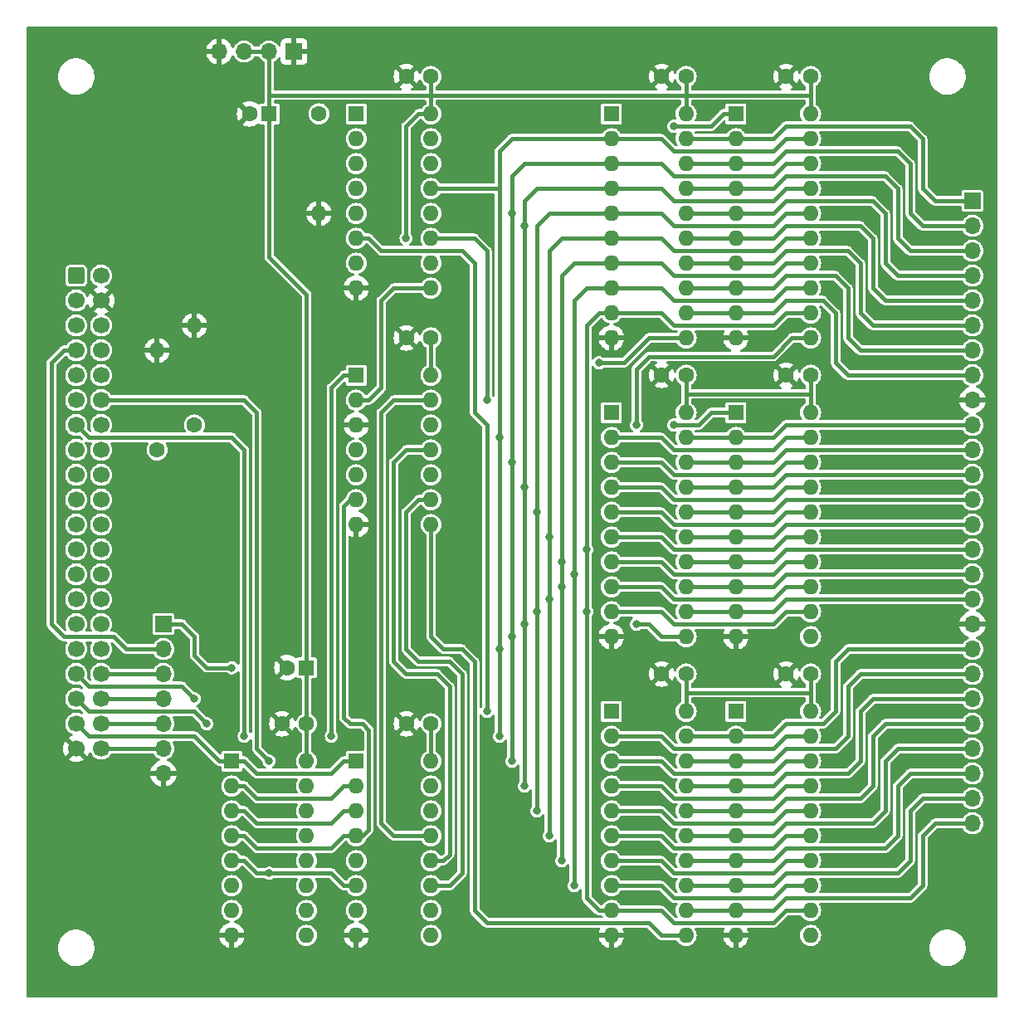
<source format=gtl>
G04 #@! TF.GenerationSoftware,KiCad,Pcbnew,(7.0.0)*
G04 #@! TF.CreationDate,2023-07-06T21:55:15+02:00*
G04 #@! TF.ProjectId,cdp-io,6364702d-696f-42e6-9b69-6361645f7063,1*
G04 #@! TF.SameCoordinates,Original*
G04 #@! TF.FileFunction,Copper,L1,Top*
G04 #@! TF.FilePolarity,Positive*
%FSLAX46Y46*%
G04 Gerber Fmt 4.6, Leading zero omitted, Abs format (unit mm)*
G04 Created by KiCad (PCBNEW (7.0.0)) date 2023-07-06 21:55:15*
%MOMM*%
%LPD*%
G01*
G04 APERTURE LIST*
G04 Aperture macros list*
%AMRoundRect*
0 Rectangle with rounded corners*
0 $1 Rounding radius*
0 $2 $3 $4 $5 $6 $7 $8 $9 X,Y pos of 4 corners*
0 Add a 4 corners polygon primitive as box body*
4,1,4,$2,$3,$4,$5,$6,$7,$8,$9,$2,$3,0*
0 Add four circle primitives for the rounded corners*
1,1,$1+$1,$2,$3*
1,1,$1+$1,$4,$5*
1,1,$1+$1,$6,$7*
1,1,$1+$1,$8,$9*
0 Add four rect primitives between the rounded corners*
20,1,$1+$1,$2,$3,$4,$5,0*
20,1,$1+$1,$4,$5,$6,$7,0*
20,1,$1+$1,$6,$7,$8,$9,0*
20,1,$1+$1,$8,$9,$2,$3,0*%
G04 Aperture macros list end*
G04 #@! TA.AperFunction,ComponentPad*
%ADD10C,1.600000*%
G04 #@! TD*
G04 #@! TA.AperFunction,ComponentPad*
%ADD11R,1.600000X1.600000*%
G04 #@! TD*
G04 #@! TA.AperFunction,ComponentPad*
%ADD12O,1.600000X1.600000*%
G04 #@! TD*
G04 #@! TA.AperFunction,ComponentPad*
%ADD13R,1.700000X1.700000*%
G04 #@! TD*
G04 #@! TA.AperFunction,ComponentPad*
%ADD14O,1.700000X1.700000*%
G04 #@! TD*
G04 #@! TA.AperFunction,ComponentPad*
%ADD15RoundRect,0.250000X-0.600000X-0.600000X0.600000X-0.600000X0.600000X0.600000X-0.600000X0.600000X0*%
G04 #@! TD*
G04 #@! TA.AperFunction,ComponentPad*
%ADD16C,1.700000*%
G04 #@! TD*
G04 #@! TA.AperFunction,ViaPad*
%ADD17C,0.800000*%
G04 #@! TD*
G04 #@! TA.AperFunction,Conductor*
%ADD18C,0.420000*%
G04 #@! TD*
G04 APERTURE END LIST*
D10*
X141097000Y-47244000D03*
X138597000Y-47244000D03*
D11*
X172211999Y-51053999D03*
D12*
X172211999Y-53593999D03*
X172211999Y-56133999D03*
X172211999Y-58673999D03*
X172211999Y-61213999D03*
X172211999Y-63753999D03*
X172211999Y-66293999D03*
X172211999Y-68833999D03*
X172211999Y-71373999D03*
X172211999Y-73913999D03*
X179831999Y-73913999D03*
X179831999Y-71373999D03*
X179831999Y-68833999D03*
X179831999Y-66293999D03*
X179831999Y-63753999D03*
X179831999Y-61213999D03*
X179831999Y-58673999D03*
X179831999Y-56133999D03*
X179831999Y-53593999D03*
X179831999Y-51053999D03*
D13*
X113791999Y-103123999D03*
D14*
X113791999Y-105663999D03*
X113791999Y-108203999D03*
X113791999Y-110743999D03*
X113791999Y-113283999D03*
X113791999Y-115823999D03*
X113791999Y-118363999D03*
D11*
X159511999Y-51053999D03*
D12*
X159511999Y-53593999D03*
X159511999Y-56133999D03*
X159511999Y-58673999D03*
X159511999Y-61213999D03*
X159511999Y-63753999D03*
X159511999Y-66293999D03*
X159511999Y-68833999D03*
X159511999Y-71373999D03*
X159511999Y-73913999D03*
X167131999Y-73913999D03*
X167131999Y-71373999D03*
X167131999Y-68833999D03*
X167131999Y-66293999D03*
X167131999Y-63753999D03*
X167131999Y-61213999D03*
X167131999Y-58673999D03*
X167131999Y-56133999D03*
X167131999Y-53593999D03*
X167131999Y-51053999D03*
D10*
X141097000Y-113284000D03*
X138597000Y-113284000D03*
D11*
X128396999Y-107568999D03*
D10*
X126397000Y-107569000D03*
D11*
X172211999Y-81533999D03*
D12*
X172211999Y-84073999D03*
X172211999Y-86613999D03*
X172211999Y-89153999D03*
X172211999Y-91693999D03*
X172211999Y-94233999D03*
X172211999Y-96773999D03*
X172211999Y-99313999D03*
X172211999Y-101853999D03*
X172211999Y-104393999D03*
X179831999Y-104393999D03*
X179831999Y-101853999D03*
X179831999Y-99313999D03*
X179831999Y-96773999D03*
X179831999Y-94233999D03*
X179831999Y-91693999D03*
X179831999Y-89153999D03*
X179831999Y-86613999D03*
X179831999Y-84073999D03*
X179831999Y-81533999D03*
D10*
X128397000Y-113284000D03*
X125897000Y-113284000D03*
X141097000Y-73914000D03*
X138597000Y-73914000D03*
X167132000Y-108204000D03*
X164632000Y-108204000D03*
D11*
X133476999Y-117093999D03*
D12*
X133476999Y-119633999D03*
X133476999Y-122173999D03*
X133476999Y-124713999D03*
X133476999Y-127253999D03*
X133476999Y-129793999D03*
X133476999Y-132333999D03*
X133476999Y-134873999D03*
X141096999Y-134873999D03*
X141096999Y-132333999D03*
X141096999Y-129793999D03*
X141096999Y-127253999D03*
X141096999Y-124713999D03*
X141096999Y-122173999D03*
X141096999Y-119633999D03*
X141096999Y-117093999D03*
D11*
X133476999Y-77723999D03*
D12*
X133476999Y-80263999D03*
X133476999Y-82803999D03*
X133476999Y-85343999D03*
X133476999Y-87883999D03*
X133476999Y-90423999D03*
X133476999Y-92963999D03*
X141096999Y-92963999D03*
X141096999Y-90423999D03*
X141096999Y-87883999D03*
X141096999Y-85343999D03*
X141096999Y-82803999D03*
X141096999Y-80263999D03*
X141096999Y-77723999D03*
D11*
X133476999Y-51053999D03*
D12*
X133476999Y-53593999D03*
X133476999Y-56133999D03*
X133476999Y-58673999D03*
X133476999Y-61213999D03*
X133476999Y-63753999D03*
X133476999Y-66293999D03*
X133476999Y-68833999D03*
X141096999Y-68833999D03*
X141096999Y-66293999D03*
X141096999Y-63753999D03*
X141096999Y-61213999D03*
X141096999Y-58673999D03*
X141096999Y-56133999D03*
X141096999Y-53593999D03*
X141096999Y-51053999D03*
D10*
X129667000Y-51054000D03*
D12*
X129666999Y-61213999D03*
D11*
X159511999Y-81533999D03*
D12*
X159511999Y-84073999D03*
X159511999Y-86613999D03*
X159511999Y-89153999D03*
X159511999Y-91693999D03*
X159511999Y-94233999D03*
X159511999Y-96773999D03*
X159511999Y-99313999D03*
X159511999Y-101853999D03*
X159511999Y-104393999D03*
X167131999Y-104393999D03*
X167131999Y-101853999D03*
X167131999Y-99313999D03*
X167131999Y-96773999D03*
X167131999Y-94233999D03*
X167131999Y-91693999D03*
X167131999Y-89153999D03*
X167131999Y-86613999D03*
X167131999Y-84073999D03*
X167131999Y-81533999D03*
D10*
X167132000Y-77724000D03*
X164632000Y-77724000D03*
D11*
X159511999Y-112013999D03*
D12*
X159511999Y-114553999D03*
X159511999Y-117093999D03*
X159511999Y-119633999D03*
X159511999Y-122173999D03*
X159511999Y-124713999D03*
X159511999Y-127253999D03*
X159511999Y-129793999D03*
X159511999Y-132333999D03*
X159511999Y-134873999D03*
X167131999Y-134873999D03*
X167131999Y-132333999D03*
X167131999Y-129793999D03*
X167131999Y-127253999D03*
X167131999Y-124713999D03*
X167131999Y-122173999D03*
X167131999Y-119633999D03*
X167131999Y-117093999D03*
X167131999Y-114553999D03*
X167131999Y-112013999D03*
D11*
X120776999Y-117093999D03*
D12*
X120776999Y-119633999D03*
X120776999Y-122173999D03*
X120776999Y-124713999D03*
X120776999Y-127253999D03*
X120776999Y-129793999D03*
X120776999Y-132333999D03*
X120776999Y-134873999D03*
X128396999Y-134873999D03*
X128396999Y-132333999D03*
X128396999Y-129793999D03*
X128396999Y-127253999D03*
X128396999Y-124713999D03*
X128396999Y-122173999D03*
X128396999Y-119633999D03*
X128396999Y-117093999D03*
D13*
X196341999Y-59943999D03*
D14*
X196341999Y-62483999D03*
X196341999Y-65023999D03*
X196341999Y-67563999D03*
X196341999Y-70103999D03*
X196341999Y-72643999D03*
X196341999Y-75183999D03*
X196341999Y-77723999D03*
X196341999Y-80263999D03*
X196341999Y-82803999D03*
X196341999Y-85343999D03*
X196341999Y-87883999D03*
X196341999Y-90423999D03*
X196341999Y-92963999D03*
X196341999Y-95503999D03*
X196341999Y-98043999D03*
X196341999Y-100583999D03*
X196341999Y-103123999D03*
X196341999Y-105663999D03*
X196341999Y-108203999D03*
X196341999Y-110743999D03*
X196341999Y-113283999D03*
X196341999Y-115823999D03*
X196341999Y-118363999D03*
X196341999Y-120903999D03*
X196341999Y-123443999D03*
D11*
X172211999Y-112013999D03*
D12*
X172211999Y-114553999D03*
X172211999Y-117093999D03*
X172211999Y-119633999D03*
X172211999Y-122173999D03*
X172211999Y-124713999D03*
X172211999Y-127253999D03*
X172211999Y-129793999D03*
X172211999Y-132333999D03*
X172211999Y-134873999D03*
X179831999Y-134873999D03*
X179831999Y-132333999D03*
X179831999Y-129793999D03*
X179831999Y-127253999D03*
X179831999Y-124713999D03*
X179831999Y-122173999D03*
X179831999Y-119633999D03*
X179831999Y-117093999D03*
X179831999Y-114553999D03*
X179831999Y-112013999D03*
D10*
X113157000Y-85344000D03*
D12*
X113156999Y-75183999D03*
D10*
X116967000Y-82804000D03*
D12*
X116966999Y-72643999D03*
D10*
X179832000Y-47244000D03*
X177332000Y-47244000D03*
D11*
X124586999Y-51053999D03*
D10*
X122587000Y-51054000D03*
X179832000Y-108204000D03*
X177332000Y-108204000D03*
X179832000Y-77724000D03*
X177332000Y-77724000D03*
D15*
X104902000Y-67564000D03*
D16*
X107442000Y-67564000D03*
X104902000Y-70104000D03*
X107442000Y-70104000D03*
X104902000Y-72644000D03*
X107442000Y-72644000D03*
X104902000Y-75184000D03*
X107442000Y-75184000D03*
X104902000Y-77724000D03*
X107442000Y-77724000D03*
X104902000Y-80264000D03*
X107442000Y-80264000D03*
X104902000Y-82804000D03*
X107442000Y-82804000D03*
X104902000Y-85344000D03*
X107442000Y-85344000D03*
X104902000Y-87884000D03*
X107442000Y-87884000D03*
X104902000Y-90424000D03*
X107442000Y-90424000D03*
X104902000Y-92964000D03*
X107442000Y-92964000D03*
X104902000Y-95504000D03*
X107442000Y-95504000D03*
X104902000Y-98044000D03*
X107442000Y-98044000D03*
X104902000Y-100584000D03*
X107442000Y-100584000D03*
X104902000Y-103124000D03*
X107442000Y-103124000D03*
X104902000Y-105664000D03*
X107442000Y-105664000D03*
X104902000Y-108204000D03*
X107442000Y-108204000D03*
X104902000Y-110744000D03*
X107442000Y-110744000D03*
X104902000Y-113284000D03*
X107442000Y-113284000D03*
X104902000Y-115824000D03*
X107442000Y-115824000D03*
D13*
X127126999Y-44703999D03*
D14*
X124586999Y-44703999D03*
X122046999Y-44703999D03*
X119506999Y-44703999D03*
D10*
X167132000Y-47244000D03*
X164632000Y-47244000D03*
D17*
X148082000Y-84074000D03*
X148082000Y-114554000D03*
X148082000Y-105664000D03*
X149352000Y-61214000D03*
X149352000Y-86614000D03*
X149352000Y-104394000D03*
X149352000Y-117094000D03*
X150622000Y-103124000D03*
X150622000Y-89154000D03*
X150622000Y-119634000D03*
X150622000Y-62484000D03*
X151892000Y-101854000D03*
X151892000Y-91694000D03*
X151892000Y-122174000D03*
X153162000Y-94234000D03*
X153162000Y-124714000D03*
X153162000Y-100584000D03*
X154432000Y-99314000D03*
X154432000Y-96774000D03*
X154432000Y-127254000D03*
X155702000Y-129794000D03*
X155702000Y-98044000D03*
X156972000Y-101854000D03*
X156972000Y-95504000D03*
X148082000Y-124079000D03*
X148082000Y-121539000D03*
X176022000Y-112014000D03*
X148082000Y-122809000D03*
X146177000Y-56769000D03*
X176022000Y-51054000D03*
X176022000Y-81534000D03*
X120777000Y-107569000D03*
X138557000Y-63754000D03*
X158242000Y-76454000D03*
X165862000Y-52324000D03*
X162052000Y-82804000D03*
X146812000Y-80264000D03*
X162052000Y-103124000D03*
X165862000Y-82804000D03*
X146812000Y-112014000D03*
X130937000Y-114554000D03*
X118237000Y-113284000D03*
X116967000Y-110744000D03*
X122047000Y-114554000D03*
X124587000Y-117094000D03*
X124587000Y-128524000D03*
D18*
X159512000Y-84074000D02*
X164592000Y-84074000D01*
X176022000Y-54864000D02*
X165862000Y-54864000D01*
X164592000Y-114554000D02*
X165862000Y-115824000D01*
X159512000Y-53594000D02*
X164592000Y-53594000D01*
X164592000Y-84074000D02*
X165862000Y-85344000D01*
X177292000Y-53594000D02*
X176022000Y-54864000D01*
X177292000Y-114554000D02*
X179832000Y-114554000D01*
X148082000Y-84074000D02*
X148082000Y-58674000D01*
X148082000Y-58674000D02*
X141097000Y-58674000D01*
X177292000Y-53594000D02*
X179832000Y-53594000D01*
X159512000Y-114554000D02*
X164592000Y-114554000D01*
X148082000Y-58674000D02*
X148082000Y-54864000D01*
X165862000Y-115824000D02*
X176022000Y-115824000D01*
X176022000Y-115824000D02*
X177292000Y-114554000D01*
X148082000Y-84074000D02*
X148082000Y-114554000D01*
X165862000Y-85344000D02*
X176022000Y-85344000D01*
X165862000Y-54864000D02*
X164592000Y-53594000D01*
X148082000Y-54864000D02*
X149352000Y-53594000D01*
X176022000Y-85344000D02*
X177292000Y-84074000D01*
X177292000Y-84074000D02*
X179832000Y-84074000D01*
X149352000Y-53594000D02*
X159512000Y-53594000D01*
X176022000Y-118364000D02*
X177292000Y-117094000D01*
X159512000Y-86614000D02*
X164592000Y-86614000D01*
X176022000Y-87884000D02*
X177292000Y-86614000D01*
X165862000Y-118364000D02*
X176022000Y-118364000D01*
X159512000Y-56134000D02*
X164592000Y-56134000D01*
X164592000Y-56134000D02*
X165862000Y-57404000D01*
X177292000Y-86614000D02*
X179832000Y-86614000D01*
X165862000Y-57404000D02*
X176022000Y-57404000D01*
X149352000Y-57404000D02*
X149352000Y-86614000D01*
X177292000Y-56134000D02*
X179832000Y-56134000D01*
X159512000Y-117094000D02*
X164592000Y-117094000D01*
X176022000Y-57404000D02*
X177292000Y-56134000D01*
X164592000Y-117094000D02*
X165862000Y-118364000D01*
X149352000Y-86614000D02*
X149352000Y-117094000D01*
X159512000Y-56134000D02*
X150622000Y-56134000D01*
X150622000Y-56134000D02*
X149352000Y-57404000D01*
X164592000Y-86614000D02*
X165862000Y-87884000D01*
X165862000Y-87884000D02*
X176022000Y-87884000D01*
X177292000Y-117094000D02*
X179832000Y-117094000D01*
X176022000Y-120904000D02*
X177292000Y-119634000D01*
X177292000Y-58674000D02*
X179832000Y-58674000D01*
X164592000Y-58674000D02*
X165862000Y-59944000D01*
X159512000Y-58674000D02*
X164592000Y-58674000D01*
X150622000Y-89154000D02*
X150622000Y-59944000D01*
X164592000Y-119634000D02*
X165862000Y-120904000D01*
X164592000Y-89154000D02*
X165862000Y-90424000D01*
X165862000Y-90424000D02*
X176022000Y-90424000D01*
X165862000Y-59944000D02*
X176022000Y-59944000D01*
X177292000Y-119634000D02*
X179832000Y-119634000D01*
X159512000Y-119634000D02*
X164592000Y-119634000D01*
X151892000Y-58674000D02*
X159512000Y-58674000D01*
X159512000Y-89154000D02*
X164592000Y-89154000D01*
X165862000Y-120904000D02*
X176022000Y-120904000D01*
X176022000Y-90424000D02*
X177292000Y-89154000D01*
X177292000Y-89154000D02*
X179832000Y-89154000D01*
X150622000Y-59944000D02*
X151892000Y-58674000D01*
X150622000Y-89154000D02*
X150622000Y-119634000D01*
X176022000Y-59944000D02*
X177292000Y-58674000D01*
X151892000Y-62484000D02*
X153162000Y-61214000D01*
X165862000Y-62484000D02*
X176022000Y-62484000D01*
X153162000Y-61214000D02*
X159512000Y-61214000D01*
X165862000Y-92964000D02*
X176022000Y-92964000D01*
X176022000Y-92964000D02*
X177292000Y-91694000D01*
X164592000Y-122174000D02*
X165862000Y-123444000D01*
X164592000Y-61214000D02*
X165862000Y-62484000D01*
X177292000Y-91694000D02*
X179832000Y-91694000D01*
X177292000Y-122174000D02*
X179832000Y-122174000D01*
X164592000Y-91694000D02*
X165862000Y-92964000D01*
X151892000Y-91694000D02*
X151892000Y-62484000D01*
X177292000Y-61214000D02*
X179832000Y-61214000D01*
X165862000Y-123444000D02*
X176022000Y-123444000D01*
X159512000Y-122174000D02*
X164592000Y-122174000D01*
X176022000Y-123444000D02*
X177292000Y-122174000D01*
X159512000Y-61214000D02*
X164592000Y-61214000D01*
X176022000Y-62484000D02*
X177292000Y-61214000D01*
X159512000Y-91694000D02*
X164592000Y-91694000D01*
X151892000Y-91694000D02*
X151892000Y-122174000D01*
X177292000Y-94234000D02*
X179832000Y-94234000D01*
X164592000Y-94234000D02*
X165862000Y-95504000D01*
X165862000Y-95504000D02*
X176022000Y-95504000D01*
X176022000Y-65024000D02*
X177292000Y-63754000D01*
X153162000Y-65024000D02*
X154432000Y-63754000D01*
X165862000Y-125984000D02*
X176022000Y-125984000D01*
X159512000Y-63754000D02*
X164592000Y-63754000D01*
X154432000Y-63754000D02*
X159512000Y-63754000D01*
X159512000Y-94234000D02*
X164592000Y-94234000D01*
X176022000Y-95504000D02*
X177292000Y-94234000D01*
X153162000Y-94234000D02*
X153162000Y-65024000D01*
X176022000Y-125984000D02*
X177292000Y-124714000D01*
X153162000Y-94234000D02*
X153162000Y-124714000D01*
X177292000Y-63754000D02*
X179832000Y-63754000D01*
X177292000Y-124714000D02*
X179832000Y-124714000D01*
X164592000Y-124714000D02*
X165862000Y-125984000D01*
X165862000Y-65024000D02*
X176022000Y-65024000D01*
X159512000Y-124714000D02*
X164592000Y-124714000D01*
X164592000Y-63754000D02*
X165862000Y-65024000D01*
X165862000Y-128524000D02*
X176022000Y-128524000D01*
X176022000Y-67564000D02*
X177292000Y-66294000D01*
X159512000Y-66294000D02*
X155702000Y-66294000D01*
X177292000Y-66294000D02*
X179832000Y-66294000D01*
X164592000Y-96774000D02*
X165862000Y-98044000D01*
X176022000Y-98044000D02*
X177292000Y-96774000D01*
X176022000Y-128524000D02*
X177292000Y-127254000D01*
X154432000Y-96774000D02*
X154432000Y-127254000D01*
X177292000Y-127254000D02*
X179832000Y-127254000D01*
X165862000Y-67564000D02*
X176022000Y-67564000D01*
X177292000Y-96774000D02*
X179832000Y-96774000D01*
X164592000Y-66294000D02*
X165862000Y-67564000D01*
X159512000Y-127254000D02*
X164592000Y-127254000D01*
X164592000Y-127254000D02*
X165862000Y-128524000D01*
X159512000Y-96774000D02*
X164592000Y-96774000D01*
X159512000Y-66294000D02*
X164592000Y-66294000D01*
X154432000Y-67564000D02*
X154432000Y-96774000D01*
X155702000Y-66294000D02*
X154432000Y-67564000D01*
X165862000Y-98044000D02*
X176022000Y-98044000D01*
X156972000Y-68834000D02*
X159512000Y-68834000D01*
X159512000Y-68834000D02*
X164592000Y-68834000D01*
X159512000Y-99314000D02*
X164592000Y-99314000D01*
X159512000Y-129794000D02*
X164592000Y-129794000D01*
X155702000Y-70104000D02*
X156972000Y-68834000D01*
X177292000Y-129794000D02*
X179832000Y-129794000D01*
X176022000Y-70104000D02*
X177292000Y-68834000D01*
X165862000Y-100584000D02*
X176022000Y-100584000D01*
X164592000Y-68834000D02*
X165862000Y-70104000D01*
X177292000Y-68834000D02*
X179832000Y-68834000D01*
X177292000Y-99314000D02*
X179832000Y-99314000D01*
X164592000Y-129794000D02*
X165862000Y-131064000D01*
X165862000Y-131064000D02*
X176022000Y-131064000D01*
X165862000Y-70104000D02*
X176022000Y-70104000D01*
X176022000Y-100584000D02*
X177292000Y-99314000D01*
X155702000Y-98044000D02*
X155702000Y-70104000D01*
X155702000Y-98044000D02*
X155702000Y-129794000D01*
X164592000Y-99314000D02*
X165862000Y-100584000D01*
X176022000Y-131064000D02*
X177292000Y-129794000D01*
X176022000Y-133604000D02*
X177292000Y-132334000D01*
X156972000Y-131064000D02*
X158242000Y-132334000D01*
X156972000Y-101854000D02*
X156972000Y-131064000D01*
X177292000Y-101854000D02*
X179832000Y-101854000D01*
X177292000Y-101854000D02*
X176022000Y-103124000D01*
X164592000Y-132334000D02*
X165862000Y-133604000D01*
X159512000Y-101854000D02*
X164592000Y-101854000D01*
X159512000Y-132334000D02*
X164592000Y-132334000D01*
X156972000Y-101854000D02*
X156972000Y-72644000D01*
X165862000Y-103124000D02*
X164592000Y-101854000D01*
X156972000Y-72644000D02*
X158242000Y-71374000D01*
X165862000Y-133604000D02*
X176022000Y-133604000D01*
X159512000Y-71374000D02*
X164592000Y-71374000D01*
X164592000Y-71374000D02*
X165862000Y-72644000D01*
X176022000Y-72644000D02*
X177292000Y-71374000D01*
X158242000Y-132334000D02*
X159512000Y-132334000D01*
X176022000Y-103124000D02*
X165862000Y-103124000D01*
X177292000Y-71374000D02*
X179832000Y-71374000D01*
X177292000Y-132334000D02*
X179832000Y-132334000D01*
X158242000Y-71374000D02*
X159512000Y-71374000D01*
X165862000Y-72644000D02*
X176022000Y-72644000D01*
X124587000Y-51054000D02*
X124587000Y-49149000D01*
X141097000Y-49149000D02*
X141097000Y-51054000D01*
X128397000Y-107569000D02*
X128397000Y-69469000D01*
X167132000Y-81534000D02*
X167132000Y-79629000D01*
X167132000Y-49149000D02*
X167132000Y-51054000D01*
X141097000Y-73914000D02*
X141097000Y-77724000D01*
X122047000Y-44704000D02*
X124587000Y-44704000D01*
X167132000Y-49149000D02*
X179832000Y-49149000D01*
X128397000Y-113284000D02*
X128397000Y-107569000D01*
X167132000Y-47244000D02*
X167132000Y-49149000D01*
X167132000Y-79629000D02*
X179832000Y-79629000D01*
X116967000Y-106299000D02*
X118237000Y-107569000D01*
X113792000Y-103124000D02*
X115697000Y-103124000D01*
X128397000Y-69469000D02*
X124587000Y-65659000D01*
X141097000Y-49149000D02*
X124587000Y-49149000D01*
X118237000Y-107569000D02*
X120777000Y-107569000D01*
X141097000Y-113284000D02*
X141097000Y-117094000D01*
X128397000Y-113284000D02*
X128397000Y-117094000D01*
X116967000Y-104394000D02*
X116967000Y-106299000D01*
X167132000Y-112014000D02*
X167132000Y-110109000D01*
X124587000Y-49149000D02*
X124587000Y-44704000D01*
X138557000Y-63754000D02*
X138557000Y-52324000D01*
X124587000Y-65659000D02*
X124587000Y-51054000D01*
X179832000Y-112014000D02*
X179832000Y-110109000D01*
X179832000Y-110109000D02*
X179832000Y-108204000D01*
X141097000Y-47244000D02*
X141097000Y-49149000D01*
X179832000Y-47244000D02*
X179832000Y-49149000D01*
X167132000Y-49149000D02*
X141097000Y-49149000D01*
X167132000Y-79629000D02*
X167132000Y-77724000D01*
X179832000Y-49149000D02*
X179832000Y-51054000D01*
X179832000Y-79629000D02*
X179832000Y-81534000D01*
X167132000Y-110109000D02*
X167132000Y-108204000D01*
X139827000Y-51054000D02*
X141097000Y-51054000D01*
X115697000Y-103124000D02*
X116967000Y-104394000D01*
X138557000Y-52324000D02*
X139827000Y-51054000D01*
X167132000Y-110109000D02*
X179832000Y-110109000D01*
X179832000Y-77724000D02*
X179832000Y-79629000D01*
X163322000Y-73914000D02*
X160782000Y-76454000D01*
X160782000Y-76454000D02*
X158242000Y-76454000D01*
X167132000Y-73914000D02*
X163322000Y-73914000D01*
X165862000Y-52324000D02*
X169672000Y-52324000D01*
X170942000Y-51054000D02*
X172212000Y-51054000D01*
X169672000Y-52324000D02*
X170942000Y-51054000D01*
X176022000Y-75819000D02*
X163322000Y-75819000D01*
X179832000Y-73914000D02*
X177927000Y-73914000D01*
X177927000Y-73914000D02*
X176022000Y-75819000D01*
X162052000Y-77089000D02*
X162052000Y-82804000D01*
X163322000Y-75819000D02*
X162052000Y-77089000D01*
X145542000Y-63754000D02*
X141097000Y-63754000D01*
X146812000Y-80264000D02*
X146812000Y-65024000D01*
X146812000Y-65024000D02*
X145542000Y-63754000D01*
X164592000Y-104394000D02*
X167132000Y-104394000D01*
X163322000Y-103124000D02*
X164592000Y-104394000D01*
X162052000Y-103124000D02*
X163322000Y-103124000D01*
X169672000Y-81534000D02*
X168402000Y-82804000D01*
X168402000Y-82804000D02*
X165862000Y-82804000D01*
X172212000Y-81534000D02*
X169672000Y-81534000D01*
X137287000Y-80264000D02*
X141097000Y-80264000D01*
X136017000Y-81534000D02*
X137287000Y-80264000D01*
X137287000Y-124714000D02*
X141097000Y-124714000D01*
X136017000Y-123444000D02*
X137287000Y-124714000D01*
X136017000Y-81534000D02*
X136017000Y-123444000D01*
X138557000Y-85344000D02*
X141097000Y-85344000D01*
X142367000Y-127254000D02*
X143002000Y-126619000D01*
X143002000Y-126619000D02*
X143002000Y-109474000D01*
X141097000Y-127254000D02*
X142367000Y-127254000D01*
X141732000Y-108204000D02*
X138557000Y-108204000D01*
X138557000Y-108204000D02*
X137287000Y-106934000D01*
X137287000Y-86614000D02*
X138557000Y-85344000D01*
X143002000Y-109474000D02*
X141732000Y-108204000D01*
X137287000Y-106934000D02*
X137287000Y-86614000D01*
X136017000Y-65024000D02*
X134747000Y-63754000D01*
X145542000Y-81534000D02*
X145542000Y-66294000D01*
X145542000Y-66294000D02*
X144272000Y-65024000D01*
X134747000Y-63754000D02*
X133477000Y-63754000D01*
X146812000Y-112014000D02*
X146812000Y-82804000D01*
X146812000Y-82804000D02*
X145542000Y-81534000D01*
X144272000Y-65024000D02*
X136017000Y-65024000D01*
X146812000Y-133604000D02*
X145542000Y-132334000D01*
X145542000Y-106934000D02*
X144272000Y-105664000D01*
X145542000Y-132334000D02*
X145542000Y-106934000D01*
X167132000Y-134874000D02*
X164592000Y-134874000D01*
X141097000Y-104394000D02*
X142367000Y-105664000D01*
X163322000Y-133604000D02*
X146812000Y-133604000D01*
X142367000Y-105664000D02*
X144272000Y-105664000D01*
X164592000Y-134874000D02*
X163322000Y-133604000D01*
X141097000Y-92964000D02*
X141097000Y-104394000D01*
X143002000Y-106934000D02*
X139827000Y-106934000D01*
X143002000Y-129794000D02*
X144272000Y-128524000D01*
X141097000Y-129794000D02*
X143002000Y-129794000D01*
X144272000Y-108204000D02*
X143002000Y-106934000D01*
X139827000Y-106934000D02*
X138557000Y-105664000D01*
X144272000Y-128524000D02*
X144272000Y-108204000D01*
X138557000Y-105664000D02*
X138557000Y-91694000D01*
X138557000Y-91694000D02*
X139827000Y-90424000D01*
X139827000Y-90424000D02*
X141097000Y-90424000D01*
X191262000Y-58674000D02*
X192532000Y-59944000D01*
X191262000Y-53594000D02*
X191262000Y-58674000D01*
X177292000Y-52324000D02*
X189992000Y-52324000D01*
X172212000Y-53594000D02*
X176022000Y-53594000D01*
X176022000Y-53594000D02*
X177292000Y-52324000D01*
X189992000Y-52324000D02*
X191262000Y-53594000D01*
X192532000Y-59944000D02*
X196342000Y-59944000D01*
X167132000Y-53594000D02*
X172212000Y-53594000D01*
X177292000Y-54864000D02*
X176022000Y-56134000D01*
X196342000Y-62484000D02*
X191262000Y-62484000D01*
X167132000Y-56134000D02*
X172212000Y-56134000D01*
X189992000Y-61214000D02*
X189992000Y-56134000D01*
X176022000Y-56134000D02*
X172212000Y-56134000D01*
X189992000Y-56134000D02*
X188722000Y-54864000D01*
X191262000Y-62484000D02*
X189992000Y-61214000D01*
X188722000Y-54864000D02*
X177292000Y-54864000D01*
X177292000Y-57404000D02*
X187452000Y-57404000D01*
X189992000Y-65024000D02*
X196342000Y-65024000D01*
X167132000Y-58674000D02*
X172212000Y-58674000D01*
X188722000Y-63754000D02*
X189992000Y-65024000D01*
X176022000Y-58674000D02*
X177292000Y-57404000D01*
X187452000Y-57404000D02*
X188722000Y-58674000D01*
X172212000Y-58674000D02*
X176022000Y-58674000D01*
X188722000Y-58674000D02*
X188722000Y-63754000D01*
X176022000Y-61214000D02*
X177292000Y-59944000D01*
X186182000Y-59944000D02*
X187452000Y-61214000D01*
X188722000Y-67564000D02*
X196342000Y-67564000D01*
X167132000Y-61214000D02*
X172212000Y-61214000D01*
X187452000Y-66294000D02*
X188722000Y-67564000D01*
X172212000Y-61214000D02*
X176022000Y-61214000D01*
X177292000Y-59944000D02*
X186182000Y-59944000D01*
X187452000Y-61214000D02*
X187452000Y-66294000D01*
X186182000Y-68834000D02*
X187452000Y-70104000D01*
X172212000Y-63754000D02*
X176022000Y-63754000D01*
X187452000Y-70104000D02*
X196342000Y-70104000D01*
X176022000Y-63754000D02*
X177292000Y-62484000D01*
X167132000Y-63754000D02*
X172212000Y-63754000D01*
X186182000Y-63754000D02*
X186182000Y-68834000D01*
X184912000Y-62484000D02*
X186182000Y-63754000D01*
X177292000Y-62484000D02*
X184912000Y-62484000D01*
X177292000Y-65024000D02*
X183642000Y-65024000D01*
X176022000Y-66294000D02*
X177292000Y-65024000D01*
X184912000Y-66294000D02*
X184912000Y-71374000D01*
X183642000Y-65024000D02*
X184912000Y-66294000D01*
X167132000Y-66294000D02*
X172212000Y-66294000D01*
X186182000Y-72644000D02*
X196342000Y-72644000D01*
X184912000Y-71374000D02*
X186182000Y-72644000D01*
X172212000Y-66294000D02*
X176022000Y-66294000D01*
X184912000Y-75184000D02*
X196342000Y-75184000D01*
X183642000Y-73914000D02*
X184912000Y-75184000D01*
X182372000Y-67564000D02*
X183642000Y-68834000D01*
X183642000Y-68834000D02*
X183642000Y-73914000D01*
X176022000Y-68834000D02*
X177292000Y-67564000D01*
X167132000Y-68834000D02*
X172212000Y-68834000D01*
X172212000Y-68834000D02*
X176022000Y-68834000D01*
X177292000Y-67564000D02*
X182372000Y-67564000D01*
X183642000Y-77724000D02*
X196342000Y-77724000D01*
X181102000Y-70104000D02*
X182372000Y-71374000D01*
X167132000Y-71374000D02*
X172212000Y-71374000D01*
X177292000Y-70104000D02*
X181102000Y-70104000D01*
X176022000Y-71374000D02*
X177292000Y-70104000D01*
X182372000Y-76454000D02*
X183642000Y-77724000D01*
X182372000Y-71374000D02*
X182372000Y-76454000D01*
X172212000Y-71374000D02*
X176022000Y-71374000D01*
X167132000Y-84074000D02*
X172212000Y-84074000D01*
X172212000Y-84074000D02*
X176022000Y-84074000D01*
X177292000Y-82804000D02*
X196342000Y-82804000D01*
X176022000Y-84074000D02*
X177292000Y-82804000D01*
X177292000Y-85344000D02*
X196342000Y-85344000D01*
X176022000Y-86614000D02*
X177292000Y-85344000D01*
X172212000Y-86614000D02*
X176022000Y-86614000D01*
X167132000Y-86614000D02*
X172212000Y-86614000D01*
X172212000Y-89154000D02*
X167132000Y-89154000D01*
X172212000Y-89154000D02*
X176022000Y-89154000D01*
X177292000Y-87884000D02*
X196342000Y-87884000D01*
X176022000Y-89154000D02*
X177292000Y-87884000D01*
X176022000Y-91694000D02*
X177292000Y-90424000D01*
X172212000Y-91694000D02*
X176022000Y-91694000D01*
X177292000Y-90424000D02*
X196342000Y-90424000D01*
X167132000Y-91694000D02*
X172212000Y-91694000D01*
X172212000Y-94234000D02*
X176022000Y-94234000D01*
X176022000Y-94234000D02*
X177292000Y-92964000D01*
X177292000Y-92964000D02*
X196342000Y-92964000D01*
X172212000Y-94234000D02*
X167132000Y-94234000D01*
X176022000Y-96774000D02*
X177292000Y-95504000D01*
X177292000Y-95504000D02*
X196342000Y-95504000D01*
X167132000Y-96774000D02*
X172212000Y-96774000D01*
X172212000Y-96774000D02*
X176022000Y-96774000D01*
X172212000Y-99314000D02*
X167132000Y-99314000D01*
X176022000Y-99314000D02*
X172212000Y-99314000D01*
X177292000Y-98044000D02*
X176022000Y-99314000D01*
X196342000Y-98044000D02*
X177292000Y-98044000D01*
X172212000Y-101854000D02*
X176022000Y-101854000D01*
X176022000Y-101854000D02*
X177292000Y-100584000D01*
X167132000Y-101854000D02*
X172212000Y-101854000D01*
X177292000Y-100584000D02*
X196342000Y-100584000D01*
X183642000Y-105664000D02*
X196342000Y-105664000D01*
X172212000Y-114554000D02*
X176022000Y-114554000D01*
X167132000Y-114554000D02*
X172212000Y-114554000D01*
X177292000Y-113284000D02*
X181102000Y-113284000D01*
X181102000Y-113284000D02*
X182372000Y-112014000D01*
X182372000Y-112014000D02*
X182372000Y-106934000D01*
X176022000Y-114554000D02*
X177292000Y-113284000D01*
X182372000Y-106934000D02*
X183642000Y-105664000D01*
X184912000Y-108204000D02*
X196342000Y-108204000D01*
X182372000Y-115824000D02*
X183642000Y-114554000D01*
X172212000Y-117094000D02*
X176022000Y-117094000D01*
X183642000Y-114554000D02*
X183642000Y-109474000D01*
X176022000Y-117094000D02*
X177292000Y-115824000D01*
X172212000Y-117094000D02*
X167132000Y-117094000D01*
X177292000Y-115824000D02*
X182372000Y-115824000D01*
X183642000Y-109474000D02*
X184912000Y-108204000D01*
X183642000Y-118364000D02*
X177292000Y-118364000D01*
X177292000Y-118364000D02*
X176022000Y-119634000D01*
X184912000Y-117094000D02*
X183642000Y-118364000D01*
X186182000Y-110744000D02*
X184912000Y-112014000D01*
X196342000Y-110744000D02*
X186182000Y-110744000D01*
X167132000Y-119634000D02*
X172212000Y-119634000D01*
X184912000Y-112014000D02*
X184912000Y-117094000D01*
X176022000Y-119634000D02*
X172212000Y-119634000D01*
X177292000Y-120904000D02*
X184912000Y-120904000D01*
X186182000Y-114554000D02*
X187452000Y-113284000D01*
X172212000Y-122174000D02*
X176022000Y-122174000D01*
X172212000Y-122174000D02*
X167132000Y-122174000D01*
X184912000Y-120904000D02*
X186182000Y-119634000D01*
X187452000Y-113284000D02*
X196342000Y-113284000D01*
X176022000Y-122174000D02*
X177292000Y-120904000D01*
X186182000Y-119634000D02*
X186182000Y-114554000D01*
X188722000Y-115824000D02*
X187452000Y-117094000D01*
X177292000Y-123444000D02*
X176022000Y-124714000D01*
X187452000Y-122174000D02*
X186182000Y-123444000D01*
X187452000Y-117094000D02*
X187452000Y-122174000D01*
X186182000Y-123444000D02*
X177292000Y-123444000D01*
X167132000Y-124714000D02*
X172212000Y-124714000D01*
X196342000Y-115824000D02*
X188722000Y-115824000D01*
X176022000Y-124714000D02*
X172212000Y-124714000D01*
X187452000Y-125984000D02*
X188722000Y-124714000D01*
X189992000Y-118364000D02*
X196342000Y-118364000D01*
X172212000Y-127254000D02*
X176022000Y-127254000D01*
X188722000Y-119634000D02*
X189992000Y-118364000D01*
X167132000Y-127254000D02*
X172212000Y-127254000D01*
X177292000Y-125984000D02*
X187452000Y-125984000D01*
X176022000Y-127254000D02*
X177292000Y-125984000D01*
X188722000Y-124714000D02*
X188722000Y-119634000D01*
X177292000Y-128524000D02*
X176022000Y-129794000D01*
X172212000Y-129794000D02*
X167132000Y-129794000D01*
X196342000Y-120904000D02*
X191262000Y-120904000D01*
X176022000Y-129794000D02*
X172212000Y-129794000D01*
X189992000Y-122174000D02*
X189992000Y-127254000D01*
X189992000Y-127254000D02*
X188722000Y-128524000D01*
X191262000Y-120904000D02*
X189992000Y-122174000D01*
X188722000Y-128524000D02*
X177292000Y-128524000D01*
X192532000Y-123444000D02*
X196342000Y-123444000D01*
X191262000Y-124714000D02*
X192532000Y-123444000D01*
X189992000Y-131064000D02*
X191262000Y-129794000D01*
X167132000Y-132334000D02*
X172212000Y-132334000D01*
X177292000Y-131064000D02*
X189992000Y-131064000D01*
X172212000Y-132334000D02*
X176022000Y-132334000D01*
X176022000Y-132334000D02*
X177292000Y-131064000D01*
X191262000Y-129794000D02*
X191262000Y-124714000D01*
X134112000Y-124714000D02*
X133477000Y-124714000D01*
X132842000Y-90424000D02*
X132207000Y-91059000D01*
X132207000Y-91059000D02*
X132207000Y-112649000D01*
X132207000Y-124714000D02*
X133477000Y-124714000D01*
X122047000Y-124714000D02*
X123317000Y-125984000D01*
X134747000Y-124079000D02*
X134112000Y-124714000D01*
X123317000Y-125984000D02*
X130937000Y-125984000D01*
X134747000Y-113919000D02*
X134747000Y-124079000D01*
X130937000Y-125984000D02*
X132207000Y-124714000D01*
X132207000Y-112649000D02*
X132842000Y-113284000D01*
X120777000Y-124714000D02*
X122047000Y-124714000D01*
X134112000Y-113284000D02*
X134747000Y-113919000D01*
X132842000Y-113284000D02*
X134112000Y-113284000D01*
X133477000Y-90424000D02*
X132842000Y-90424000D01*
X136017000Y-78994000D02*
X134747000Y-80264000D01*
X141097000Y-68834000D02*
X137287000Y-68834000D01*
X136017000Y-70104000D02*
X136017000Y-78994000D01*
X137287000Y-68834000D02*
X136017000Y-70104000D01*
X134747000Y-80264000D02*
X133477000Y-80264000D01*
X132207000Y-77724000D02*
X133477000Y-77724000D01*
X130937000Y-78994000D02*
X132207000Y-77724000D01*
X130937000Y-114554000D02*
X130937000Y-78994000D01*
X122047000Y-117094000D02*
X120777000Y-117094000D01*
X104902000Y-113284000D02*
X106172000Y-114554000D01*
X123317000Y-118364000D02*
X122047000Y-117094000D01*
X106172000Y-114554000D02*
X116967000Y-114554000D01*
X119507000Y-117094000D02*
X120777000Y-117094000D01*
X116967000Y-114554000D02*
X119507000Y-117094000D01*
X133477000Y-117094000D02*
X132207000Y-117094000D01*
X130937000Y-118364000D02*
X123317000Y-118364000D01*
X132207000Y-117094000D02*
X130937000Y-118364000D01*
X120777000Y-119634000D02*
X122047000Y-119634000D01*
X106172000Y-112014000D02*
X104902000Y-110744000D01*
X118237000Y-113284000D02*
X116967000Y-112014000D01*
X132207000Y-119634000D02*
X133477000Y-119634000D01*
X116967000Y-112014000D02*
X106172000Y-112014000D01*
X123317000Y-120904000D02*
X130937000Y-120904000D01*
X130937000Y-120904000D02*
X132207000Y-119634000D01*
X122047000Y-119634000D02*
X123317000Y-120904000D01*
X123317000Y-123444000D02*
X130937000Y-123444000D01*
X122047000Y-122174000D02*
X123317000Y-123444000D01*
X104902000Y-108204000D02*
X106172000Y-109474000D01*
X115697000Y-109474000D02*
X116967000Y-110744000D01*
X130937000Y-123444000D02*
X132207000Y-122174000D01*
X109982000Y-109474000D02*
X115697000Y-109474000D01*
X106172000Y-109474000D02*
X109982000Y-109474000D01*
X120777000Y-122174000D02*
X122047000Y-122174000D01*
X132207000Y-122174000D02*
X133477000Y-122174000D01*
X122047000Y-85344000D02*
X122047000Y-114554000D01*
X106172000Y-84074000D02*
X120777000Y-84074000D01*
X104902000Y-82804000D02*
X106172000Y-84074000D01*
X120777000Y-84074000D02*
X122047000Y-85344000D01*
X102362000Y-103124000D02*
X103632000Y-104394000D01*
X103632000Y-104394000D02*
X108712000Y-104394000D01*
X109982000Y-105664000D02*
X113792000Y-105664000D01*
X108712000Y-104394000D02*
X109982000Y-105664000D01*
X104902000Y-75184000D02*
X103632000Y-75184000D01*
X102362000Y-76454000D02*
X102362000Y-103124000D01*
X103632000Y-75184000D02*
X102362000Y-76454000D01*
X122047000Y-80264000D02*
X123317000Y-81534000D01*
X123317000Y-115824000D02*
X124587000Y-117094000D01*
X107442000Y-80264000D02*
X122047000Y-80264000D01*
X130937000Y-128524000D02*
X124587000Y-128524000D01*
X133477000Y-129794000D02*
X132207000Y-129794000D01*
X122047000Y-127254000D02*
X123317000Y-128524000D01*
X123317000Y-128524000D02*
X124587000Y-128524000D01*
X132207000Y-129794000D02*
X130937000Y-128524000D01*
X120777000Y-127254000D02*
X122047000Y-127254000D01*
X123317000Y-81534000D02*
X123317000Y-115824000D01*
X107442000Y-108204000D02*
X113792000Y-108204000D01*
X107442000Y-110744000D02*
X113792000Y-110744000D01*
X107442000Y-113284000D02*
X113792000Y-113284000D01*
X113792000Y-115824000D02*
X107442000Y-115824000D01*
G04 #@! TA.AperFunction,Conductor*
G36*
X147542927Y-112343132D02*
G01*
X147585872Y-112388204D01*
X147601500Y-112448466D01*
X147601500Y-114032156D01*
X147593442Y-114076126D01*
X147575646Y-114105564D01*
X147576437Y-114106110D01*
X147488204Y-114233937D01*
X147488201Y-114233941D01*
X147483941Y-114240114D01*
X147481281Y-114247125D01*
X147481279Y-114247131D01*
X147428862Y-114385343D01*
X147428859Y-114385351D01*
X147426202Y-114392360D01*
X147425298Y-114399802D01*
X147425297Y-114399808D01*
X147410780Y-114519369D01*
X147406575Y-114554000D01*
X147407479Y-114561445D01*
X147425297Y-114708191D01*
X147425298Y-114708195D01*
X147426202Y-114715640D01*
X147428860Y-114722649D01*
X147428862Y-114722656D01*
X147479901Y-114857234D01*
X147483941Y-114867886D01*
X147488204Y-114874062D01*
X147561369Y-114980061D01*
X147576437Y-115001890D01*
X147698315Y-115109864D01*
X147842491Y-115185533D01*
X148000587Y-115224500D01*
X148155913Y-115224500D01*
X148163413Y-115224500D01*
X148321509Y-115185533D01*
X148465685Y-115109864D01*
X148587563Y-115001890D01*
X148645449Y-114918026D01*
X148692544Y-114877309D01*
X148753491Y-114864611D01*
X148812927Y-114883132D01*
X148855872Y-114928204D01*
X148871500Y-114988466D01*
X148871500Y-116572156D01*
X148863442Y-116616126D01*
X148845646Y-116645564D01*
X148846437Y-116646110D01*
X148758204Y-116773937D01*
X148758201Y-116773941D01*
X148753941Y-116780114D01*
X148751281Y-116787125D01*
X148751279Y-116787131D01*
X148698862Y-116925343D01*
X148698859Y-116925351D01*
X148696202Y-116932360D01*
X148695298Y-116939802D01*
X148695297Y-116939808D01*
X148680869Y-117058635D01*
X148676575Y-117094000D01*
X148677479Y-117101445D01*
X148695297Y-117248191D01*
X148695298Y-117248195D01*
X148696202Y-117255640D01*
X148698860Y-117262649D01*
X148698862Y-117262656D01*
X148749901Y-117397234D01*
X148753941Y-117407886D01*
X148758204Y-117414062D01*
X148831369Y-117520061D01*
X148846437Y-117541890D01*
X148968315Y-117649864D01*
X149112491Y-117725533D01*
X149270587Y-117764500D01*
X149425913Y-117764500D01*
X149433413Y-117764500D01*
X149591509Y-117725533D01*
X149735685Y-117649864D01*
X149857563Y-117541890D01*
X149915449Y-117458026D01*
X149962544Y-117417309D01*
X150023491Y-117404611D01*
X150082927Y-117423132D01*
X150125872Y-117468204D01*
X150141500Y-117528466D01*
X150141500Y-119112156D01*
X150133442Y-119156126D01*
X150115646Y-119185564D01*
X150116437Y-119186110D01*
X150028204Y-119313937D01*
X150028201Y-119313941D01*
X150023941Y-119320114D01*
X150021281Y-119327125D01*
X150021279Y-119327131D01*
X149968862Y-119465343D01*
X149968859Y-119465351D01*
X149966202Y-119472360D01*
X149965298Y-119479802D01*
X149965297Y-119479808D01*
X149952816Y-119582603D01*
X149946575Y-119634000D01*
X149947479Y-119641445D01*
X149965297Y-119788191D01*
X149965298Y-119788195D01*
X149966202Y-119795640D01*
X149968860Y-119802649D01*
X149968862Y-119802656D01*
X150020665Y-119939248D01*
X150023941Y-119947886D01*
X150116437Y-120081890D01*
X150238315Y-120189864D01*
X150382491Y-120265533D01*
X150540587Y-120304500D01*
X150695913Y-120304500D01*
X150703413Y-120304500D01*
X150861509Y-120265533D01*
X151005685Y-120189864D01*
X151127563Y-120081890D01*
X151185449Y-119998026D01*
X151232544Y-119957309D01*
X151293491Y-119944611D01*
X151352927Y-119963132D01*
X151395872Y-120008204D01*
X151411500Y-120068466D01*
X151411500Y-121652156D01*
X151403442Y-121696126D01*
X151385646Y-121725564D01*
X151386437Y-121726110D01*
X151298204Y-121853937D01*
X151298201Y-121853941D01*
X151293941Y-121860114D01*
X151291281Y-121867125D01*
X151291279Y-121867131D01*
X151238862Y-122005343D01*
X151238859Y-122005351D01*
X151236202Y-122012360D01*
X151235298Y-122019802D01*
X151235297Y-122019808D01*
X151222816Y-122122603D01*
X151216575Y-122174000D01*
X151217479Y-122181445D01*
X151235297Y-122328191D01*
X151235298Y-122328195D01*
X151236202Y-122335640D01*
X151238860Y-122342649D01*
X151238862Y-122342656D01*
X151290665Y-122479248D01*
X151293941Y-122487886D01*
X151386437Y-122621890D01*
X151508315Y-122729864D01*
X151652491Y-122805533D01*
X151810587Y-122844500D01*
X151965913Y-122844500D01*
X151973413Y-122844500D01*
X152131509Y-122805533D01*
X152275685Y-122729864D01*
X152397563Y-122621890D01*
X152455449Y-122538026D01*
X152502544Y-122497309D01*
X152563491Y-122484611D01*
X152622927Y-122503132D01*
X152665872Y-122548204D01*
X152681500Y-122608466D01*
X152681500Y-124192156D01*
X152673442Y-124236126D01*
X152655646Y-124265564D01*
X152656437Y-124266110D01*
X152568204Y-124393937D01*
X152568201Y-124393941D01*
X152563941Y-124400114D01*
X152561281Y-124407125D01*
X152561279Y-124407131D01*
X152508862Y-124545343D01*
X152508859Y-124545351D01*
X152506202Y-124552360D01*
X152505298Y-124559802D01*
X152505297Y-124559808D01*
X152492816Y-124662603D01*
X152486575Y-124714000D01*
X152487479Y-124721445D01*
X152505297Y-124868191D01*
X152505298Y-124868195D01*
X152506202Y-124875640D01*
X152508860Y-124882649D01*
X152508862Y-124882656D01*
X152559901Y-125017234D01*
X152563941Y-125027886D01*
X152568204Y-125034062D01*
X152641369Y-125140061D01*
X152656437Y-125161890D01*
X152778315Y-125269864D01*
X152922491Y-125345533D01*
X153080587Y-125384500D01*
X153235913Y-125384500D01*
X153243413Y-125384500D01*
X153401509Y-125345533D01*
X153545685Y-125269864D01*
X153667563Y-125161890D01*
X153725449Y-125078026D01*
X153772544Y-125037309D01*
X153833491Y-125024611D01*
X153892927Y-125043132D01*
X153935872Y-125088204D01*
X153951500Y-125148466D01*
X153951500Y-126732156D01*
X153943442Y-126776126D01*
X153925646Y-126805564D01*
X153926437Y-126806110D01*
X153838204Y-126933937D01*
X153838201Y-126933941D01*
X153833941Y-126940114D01*
X153831281Y-126947125D01*
X153831279Y-126947131D01*
X153778862Y-127085343D01*
X153778859Y-127085351D01*
X153776202Y-127092360D01*
X153775298Y-127099802D01*
X153775297Y-127099808D01*
X153760780Y-127219369D01*
X153756575Y-127254000D01*
X153757479Y-127261445D01*
X153775297Y-127408191D01*
X153775298Y-127408195D01*
X153776202Y-127415640D01*
X153778860Y-127422649D01*
X153778862Y-127422656D01*
X153830665Y-127559248D01*
X153833941Y-127567886D01*
X153838204Y-127574062D01*
X153904160Y-127669617D01*
X153926437Y-127701890D01*
X154048315Y-127809864D01*
X154192491Y-127885533D01*
X154350587Y-127924500D01*
X154505913Y-127924500D01*
X154513413Y-127924500D01*
X154671509Y-127885533D01*
X154815685Y-127809864D01*
X154937563Y-127701890D01*
X154995449Y-127618026D01*
X155042544Y-127577309D01*
X155103491Y-127564611D01*
X155162927Y-127583132D01*
X155205872Y-127628204D01*
X155221500Y-127688466D01*
X155221500Y-129272156D01*
X155213442Y-129316126D01*
X155195646Y-129345564D01*
X155196437Y-129346110D01*
X155108204Y-129473937D01*
X155108201Y-129473941D01*
X155103941Y-129480114D01*
X155101281Y-129487125D01*
X155101279Y-129487131D01*
X155048862Y-129625343D01*
X155048859Y-129625351D01*
X155046202Y-129632360D01*
X155045298Y-129639802D01*
X155045297Y-129639808D01*
X155030780Y-129759369D01*
X155026575Y-129794000D01*
X155027479Y-129801445D01*
X155045297Y-129948191D01*
X155045298Y-129948195D01*
X155046202Y-129955640D01*
X155048860Y-129962649D01*
X155048862Y-129962656D01*
X155100139Y-130097861D01*
X155103941Y-130107886D01*
X155108204Y-130114062D01*
X155181369Y-130220061D01*
X155196437Y-130241890D01*
X155318315Y-130349864D01*
X155462491Y-130425533D01*
X155620587Y-130464500D01*
X155775913Y-130464500D01*
X155783413Y-130464500D01*
X155941509Y-130425533D01*
X156085685Y-130349864D01*
X156207563Y-130241890D01*
X156265449Y-130158026D01*
X156312544Y-130117309D01*
X156373491Y-130104611D01*
X156432927Y-130123132D01*
X156475872Y-130168204D01*
X156491500Y-130228466D01*
X156491500Y-130999012D01*
X156490120Y-131011844D01*
X156490314Y-131011858D01*
X156489681Y-131020703D01*
X156487796Y-131029369D01*
X156488428Y-131038210D01*
X156488428Y-131038215D01*
X156491184Y-131076740D01*
X156491500Y-131085586D01*
X156491500Y-131098365D01*
X156492127Y-131102731D01*
X156492128Y-131102737D01*
X156493319Y-131111020D01*
X156494264Y-131119814D01*
X156497653Y-131167188D01*
X156500752Y-131175499D01*
X156502564Y-131183828D01*
X156504960Y-131191988D01*
X156506223Y-131200765D01*
X156509907Y-131208831D01*
X156525950Y-131243961D01*
X156529338Y-131252140D01*
X156545938Y-131296647D01*
X156551248Y-131303741D01*
X156555331Y-131311218D01*
X156559939Y-131318388D01*
X156563621Y-131326449D01*
X156569425Y-131333147D01*
X156594719Y-131362338D01*
X156600272Y-131369229D01*
X156607935Y-131379465D01*
X156611067Y-131382596D01*
X156611067Y-131382597D01*
X156616966Y-131388496D01*
X156622998Y-131394974D01*
X156654104Y-131430872D01*
X156661562Y-131435664D01*
X156668267Y-131441475D01*
X156668140Y-131441621D01*
X156678190Y-131449720D01*
X157856279Y-132627808D01*
X157864381Y-132637861D01*
X157864528Y-132637735D01*
X157870331Y-132644432D01*
X157875128Y-132651896D01*
X157881831Y-132657704D01*
X157911031Y-132683006D01*
X157917509Y-132689038D01*
X157926535Y-132698064D01*
X157936764Y-132705721D01*
X157943647Y-132711268D01*
X157953401Y-132719720D01*
X157979551Y-132742379D01*
X157987620Y-132746064D01*
X157994785Y-132750668D01*
X158002252Y-132754745D01*
X158009353Y-132760061D01*
X158053878Y-132776667D01*
X158062031Y-132780046D01*
X158097163Y-132796091D01*
X158097165Y-132796091D01*
X158105235Y-132799777D01*
X158114015Y-132801039D01*
X158122191Y-132803440D01*
X158130503Y-132805248D01*
X158138812Y-132808347D01*
X158186192Y-132811735D01*
X158194973Y-132812679D01*
X158207635Y-132814500D01*
X158220414Y-132814500D01*
X158229260Y-132814816D01*
X158276631Y-132818204D01*
X158285298Y-132816318D01*
X158294142Y-132815686D01*
X158294155Y-132815879D01*
X158306988Y-132814500D01*
X158480683Y-132814500D01*
X158544432Y-132832142D01*
X158590041Y-132880047D01*
X158614734Y-132926246D01*
X158614737Y-132926250D01*
X158617605Y-132931616D01*
X158618239Y-132932388D01*
X158638399Y-132993420D01*
X158623905Y-133057956D01*
X158578296Y-133105859D01*
X158514548Y-133123500D01*
X147062391Y-133123500D01*
X147014938Y-133114061D01*
X146974710Y-133087181D01*
X146058819Y-132171289D01*
X146031939Y-132131061D01*
X146022500Y-132083608D01*
X146022500Y-112448466D01*
X146038128Y-112388204D01*
X146081073Y-112343132D01*
X146140509Y-112324611D01*
X146201456Y-112337309D01*
X146248550Y-112378026D01*
X146292733Y-112442037D01*
X146306437Y-112461890D01*
X146428315Y-112569864D01*
X146572491Y-112645533D01*
X146730587Y-112684500D01*
X146885913Y-112684500D01*
X146893413Y-112684500D01*
X147051509Y-112645533D01*
X147195685Y-112569864D01*
X147317563Y-112461890D01*
X147375449Y-112378026D01*
X147422544Y-112337309D01*
X147483491Y-112324611D01*
X147542927Y-112343132D01*
G37*
G04 #@! TD.AperFunction*
G04 #@! TA.AperFunction,Conductor*
G36*
X166589500Y-49646113D02*
G01*
X166634887Y-49691500D01*
X166651500Y-49753500D01*
X166651500Y-50022683D01*
X166633858Y-50086432D01*
X166585953Y-50132040D01*
X166576963Y-50136845D01*
X166539753Y-50156734D01*
X166539744Y-50156740D01*
X166534384Y-50159605D01*
X166529689Y-50163457D01*
X166529680Y-50163464D01*
X166376079Y-50289521D01*
X166376074Y-50289525D01*
X166371379Y-50293379D01*
X166367525Y-50298074D01*
X166367521Y-50298079D01*
X166241464Y-50451680D01*
X166241457Y-50451689D01*
X166237605Y-50456384D01*
X166234737Y-50461749D01*
X166234734Y-50461754D01*
X166141072Y-50636982D01*
X166141068Y-50636989D01*
X166138201Y-50642355D01*
X166136434Y-50648178D01*
X166136433Y-50648182D01*
X166078757Y-50838314D01*
X166078755Y-50838321D01*
X166076989Y-50844145D01*
X166076392Y-50850201D01*
X166076391Y-50850209D01*
X166064956Y-50966319D01*
X166056320Y-51054000D01*
X166056917Y-51060061D01*
X166076391Y-51257790D01*
X166076392Y-51257796D01*
X166076989Y-51263855D01*
X166078756Y-51269680D01*
X166078757Y-51269685D01*
X166080432Y-51275206D01*
X166138201Y-51465645D01*
X166141070Y-51471013D01*
X166141072Y-51471017D01*
X166152204Y-51491843D01*
X166166789Y-51546551D01*
X166155534Y-51602039D01*
X166120785Y-51646740D01*
X166069787Y-51671334D01*
X166013172Y-51670693D01*
X165950697Y-51655295D01*
X165950694Y-51655294D01*
X165943413Y-51653500D01*
X165780587Y-51653500D01*
X165773311Y-51655293D01*
X165773305Y-51655294D01*
X165629772Y-51690672D01*
X165629768Y-51690673D01*
X165622491Y-51692467D01*
X165615853Y-51695950D01*
X165615850Y-51695952D01*
X165484957Y-51764649D01*
X165484950Y-51764653D01*
X165478315Y-51768136D01*
X165472703Y-51773107D01*
X165472701Y-51773109D01*
X165380756Y-51854565D01*
X165356437Y-51876110D01*
X165352182Y-51882274D01*
X165352177Y-51882280D01*
X165268204Y-52003937D01*
X165268201Y-52003941D01*
X165263941Y-52010114D01*
X165261281Y-52017125D01*
X165261279Y-52017131D01*
X165208862Y-52155343D01*
X165208859Y-52155351D01*
X165206202Y-52162360D01*
X165205298Y-52169802D01*
X165205297Y-52169808D01*
X165193352Y-52268189D01*
X165186575Y-52324000D01*
X165187479Y-52331445D01*
X165205297Y-52478191D01*
X165205298Y-52478195D01*
X165206202Y-52485640D01*
X165208860Y-52492649D01*
X165208862Y-52492656D01*
X165261279Y-52630868D01*
X165263941Y-52637886D01*
X165268204Y-52644062D01*
X165334160Y-52739617D01*
X165356437Y-52771890D01*
X165478315Y-52879864D01*
X165622491Y-52955533D01*
X165780587Y-52994500D01*
X165935913Y-52994500D01*
X165943413Y-52994500D01*
X166013172Y-52977305D01*
X166069785Y-52976665D01*
X166120784Y-53001258D01*
X166155533Y-53045958D01*
X166166789Y-53101446D01*
X166152205Y-53156154D01*
X166141073Y-53176980D01*
X166141069Y-53176988D01*
X166138201Y-53182355D01*
X166136434Y-53188178D01*
X166136433Y-53188182D01*
X166078757Y-53378314D01*
X166078755Y-53378321D01*
X166076989Y-53384145D01*
X166076392Y-53390201D01*
X166076391Y-53390209D01*
X166074851Y-53405850D01*
X166056320Y-53594000D01*
X166056917Y-53600061D01*
X166076391Y-53797790D01*
X166076392Y-53797796D01*
X166076989Y-53803855D01*
X166078756Y-53809680D01*
X166078757Y-53809685D01*
X166089285Y-53844391D01*
X166138201Y-54005645D01*
X166141070Y-54011013D01*
X166141072Y-54011017D01*
X166227023Y-54171819D01*
X166237605Y-54191616D01*
X166238239Y-54192388D01*
X166258399Y-54253420D01*
X166243905Y-54317956D01*
X166198296Y-54365859D01*
X166134548Y-54383500D01*
X166112391Y-54383500D01*
X166064938Y-54374061D01*
X166024710Y-54347181D01*
X164977720Y-53300190D01*
X164969621Y-53290140D01*
X164969475Y-53290267D01*
X164963664Y-53283562D01*
X164958872Y-53276104D01*
X164922972Y-53244996D01*
X164916496Y-53238966D01*
X164910597Y-53233067D01*
X164910595Y-53233065D01*
X164907465Y-53229935D01*
X164903922Y-53227283D01*
X164903919Y-53227280D01*
X164897229Y-53222272D01*
X164890338Y-53216719D01*
X164880598Y-53208279D01*
X164854449Y-53185621D01*
X164846388Y-53181939D01*
X164839218Y-53177331D01*
X164831741Y-53173248D01*
X164824647Y-53167938D01*
X164793052Y-53156154D01*
X164780140Y-53151338D01*
X164771961Y-53147950D01*
X164764796Y-53144678D01*
X164728765Y-53128223D01*
X164719988Y-53126960D01*
X164711828Y-53124564D01*
X164703499Y-53122752D01*
X164695188Y-53119653D01*
X164686340Y-53119020D01*
X164647814Y-53116264D01*
X164639020Y-53115319D01*
X164630737Y-53114128D01*
X164630731Y-53114127D01*
X164626365Y-53113500D01*
X164621945Y-53113500D01*
X164613586Y-53113500D01*
X164604740Y-53113184D01*
X164566215Y-53110428D01*
X164566210Y-53110428D01*
X164557369Y-53109796D01*
X164548703Y-53111681D01*
X164539858Y-53112314D01*
X164539844Y-53112120D01*
X164527012Y-53113500D01*
X160543317Y-53113500D01*
X160479568Y-53095858D01*
X160433959Y-53047953D01*
X160409265Y-53001753D01*
X160409263Y-53001751D01*
X160406395Y-52996384D01*
X160390738Y-52977306D01*
X160276478Y-52838079D01*
X160272621Y-52833379D01*
X160223948Y-52793434D01*
X160114319Y-52703464D01*
X160114314Y-52703461D01*
X160109616Y-52699605D01*
X160092988Y-52690717D01*
X159929017Y-52603072D01*
X159929013Y-52603070D01*
X159923645Y-52600201D01*
X159917817Y-52598433D01*
X159727685Y-52540757D01*
X159727680Y-52540756D01*
X159721855Y-52538989D01*
X159715796Y-52538392D01*
X159715790Y-52538391D01*
X159518061Y-52518917D01*
X159512000Y-52518320D01*
X159505939Y-52518917D01*
X159308209Y-52538391D01*
X159308201Y-52538392D01*
X159302145Y-52538989D01*
X159296321Y-52540755D01*
X159296314Y-52540757D01*
X159106182Y-52598433D01*
X159106178Y-52598434D01*
X159100355Y-52600201D01*
X159094989Y-52603068D01*
X159094982Y-52603072D01*
X158919754Y-52696734D01*
X158919749Y-52696737D01*
X158914384Y-52699605D01*
X158909689Y-52703457D01*
X158909680Y-52703464D01*
X158756079Y-52829521D01*
X158756074Y-52829525D01*
X158751379Y-52833379D01*
X158747525Y-52838074D01*
X158747521Y-52838079D01*
X158621464Y-52991680D01*
X158621457Y-52991689D01*
X158617605Y-52996384D01*
X158614740Y-53001744D01*
X158614734Y-53001753D01*
X158590041Y-53047953D01*
X158544432Y-53095858D01*
X158480683Y-53113500D01*
X149416988Y-53113500D01*
X149404155Y-53112120D01*
X149404142Y-53112314D01*
X149395296Y-53111681D01*
X149386631Y-53109796D01*
X149377789Y-53110428D01*
X149377784Y-53110428D01*
X149339260Y-53113184D01*
X149330414Y-53113500D01*
X149317635Y-53113500D01*
X149313267Y-53114127D01*
X149313250Y-53114129D01*
X149304969Y-53115319D01*
X149296189Y-53116263D01*
X149257659Y-53119020D01*
X149257658Y-53119020D01*
X149248812Y-53119653D01*
X149240501Y-53122752D01*
X149232167Y-53124565D01*
X149224005Y-53126961D01*
X149215235Y-53128223D01*
X149207176Y-53131903D01*
X149207170Y-53131905D01*
X149172024Y-53147956D01*
X149163851Y-53151341D01*
X149119353Y-53167939D01*
X149112257Y-53173249D01*
X149104774Y-53177336D01*
X149097609Y-53181940D01*
X149089551Y-53185621D01*
X149082855Y-53191422D01*
X149082847Y-53191428D01*
X149053642Y-53216734D01*
X149046761Y-53222280D01*
X149040286Y-53227128D01*
X149036535Y-53229936D01*
X149033410Y-53233060D01*
X149033405Y-53233065D01*
X149027492Y-53238977D01*
X149021026Y-53244996D01*
X148991831Y-53270294D01*
X148991827Y-53270299D01*
X148985128Y-53276104D01*
X148980333Y-53283564D01*
X148974529Y-53290263D01*
X148974382Y-53290136D01*
X148966280Y-53300189D01*
X147788189Y-54478279D01*
X147778138Y-54486380D01*
X147778265Y-54486526D01*
X147771559Y-54492335D01*
X147764104Y-54497128D01*
X147758301Y-54503824D01*
X147758296Y-54503829D01*
X147733002Y-54533019D01*
X147726983Y-54539485D01*
X147721059Y-54545409D01*
X147721047Y-54545422D01*
X147717935Y-54548535D01*
X147715299Y-54552055D01*
X147715285Y-54552072D01*
X147710266Y-54558778D01*
X147704717Y-54565663D01*
X147679427Y-54594849D01*
X147679423Y-54594854D01*
X147673621Y-54601551D01*
X147669939Y-54609611D01*
X147665333Y-54616779D01*
X147661251Y-54624254D01*
X147655938Y-54631353D01*
X147652839Y-54639660D01*
X147652837Y-54639665D01*
X147639337Y-54675859D01*
X147635951Y-54684034D01*
X147619905Y-54719169D01*
X147619902Y-54719178D01*
X147616223Y-54727235D01*
X147614961Y-54736005D01*
X147612562Y-54744177D01*
X147610750Y-54752505D01*
X147607653Y-54760812D01*
X147607020Y-54769652D01*
X147607020Y-54769655D01*
X147604263Y-54808189D01*
X147603319Y-54816969D01*
X147602129Y-54825250D01*
X147602127Y-54825267D01*
X147601500Y-54829635D01*
X147601500Y-54834055D01*
X147601500Y-54842414D01*
X147601184Y-54851260D01*
X147598428Y-54889784D01*
X147598428Y-54889789D01*
X147597796Y-54898631D01*
X147599681Y-54907296D01*
X147600314Y-54916142D01*
X147600120Y-54916155D01*
X147601500Y-54928988D01*
X147601500Y-58069500D01*
X147584887Y-58131500D01*
X147539500Y-58176887D01*
X147477500Y-58193500D01*
X142128317Y-58193500D01*
X142064568Y-58175858D01*
X142018959Y-58127953D01*
X141994265Y-58081753D01*
X141994263Y-58081751D01*
X141991395Y-58076384D01*
X141985745Y-58069500D01*
X141887711Y-57950044D01*
X141857621Y-57913379D01*
X141808955Y-57873440D01*
X141699319Y-57783464D01*
X141699314Y-57783461D01*
X141694616Y-57779605D01*
X141677986Y-57770716D01*
X141514017Y-57683072D01*
X141514013Y-57683070D01*
X141508645Y-57680201D01*
X141502817Y-57678433D01*
X141312685Y-57620757D01*
X141312680Y-57620756D01*
X141306855Y-57618989D01*
X141300796Y-57618392D01*
X141300790Y-57618391D01*
X141103061Y-57598917D01*
X141097000Y-57598320D01*
X141090939Y-57598917D01*
X140893209Y-57618391D01*
X140893201Y-57618392D01*
X140887145Y-57618989D01*
X140881321Y-57620755D01*
X140881314Y-57620757D01*
X140691182Y-57678433D01*
X140691178Y-57678434D01*
X140685355Y-57680201D01*
X140679989Y-57683068D01*
X140679982Y-57683072D01*
X140504754Y-57776734D01*
X140504749Y-57776737D01*
X140499384Y-57779605D01*
X140494689Y-57783457D01*
X140494680Y-57783464D01*
X140341079Y-57909521D01*
X140341074Y-57909525D01*
X140336379Y-57913379D01*
X140332525Y-57918074D01*
X140332521Y-57918079D01*
X140206464Y-58071680D01*
X140206457Y-58071689D01*
X140202605Y-58076384D01*
X140199737Y-58081749D01*
X140199734Y-58081754D01*
X140106072Y-58256982D01*
X140106068Y-58256989D01*
X140103201Y-58262355D01*
X140101434Y-58268178D01*
X140101433Y-58268182D01*
X140043757Y-58458314D01*
X140043755Y-58458321D01*
X140041989Y-58464145D01*
X140041392Y-58470201D01*
X140041391Y-58470209D01*
X140026408Y-58622342D01*
X140021320Y-58674000D01*
X140021917Y-58680061D01*
X140041391Y-58877790D01*
X140041392Y-58877796D01*
X140041989Y-58883855D01*
X140043756Y-58889680D01*
X140043757Y-58889685D01*
X140101433Y-59079817D01*
X140103201Y-59085645D01*
X140106070Y-59091013D01*
X140106072Y-59091017D01*
X140192023Y-59251819D01*
X140202605Y-59271616D01*
X140206461Y-59276314D01*
X140206464Y-59276319D01*
X140274235Y-59358898D01*
X140336379Y-59434621D01*
X140341079Y-59438478D01*
X140494680Y-59564535D01*
X140494682Y-59564536D01*
X140499384Y-59568395D01*
X140685355Y-59667799D01*
X140887145Y-59729011D01*
X141097000Y-59749680D01*
X141306855Y-59729011D01*
X141508645Y-59667799D01*
X141694616Y-59568395D01*
X141857621Y-59434621D01*
X141991395Y-59271616D01*
X142018959Y-59220046D01*
X142064568Y-59172142D01*
X142128317Y-59154500D01*
X147477500Y-59154500D01*
X147539500Y-59171113D01*
X147584887Y-59216500D01*
X147601500Y-59278500D01*
X147601500Y-79829534D01*
X147585872Y-79889796D01*
X147542927Y-79934868D01*
X147483491Y-79953389D01*
X147422544Y-79940691D01*
X147375450Y-79899974D01*
X147317563Y-79816110D01*
X147318353Y-79815564D01*
X147300558Y-79786126D01*
X147292500Y-79742156D01*
X147292500Y-65088988D01*
X147293879Y-65076155D01*
X147293686Y-65076142D01*
X147294318Y-65067298D01*
X147296204Y-65058631D01*
X147292816Y-65011260D01*
X147292500Y-65002414D01*
X147292500Y-64994061D01*
X147292500Y-64994055D01*
X147292500Y-64989635D01*
X147290679Y-64976969D01*
X147289735Y-64968189D01*
X147286347Y-64920812D01*
X147283248Y-64912503D01*
X147281440Y-64904191D01*
X147279039Y-64896015D01*
X147277777Y-64887235D01*
X147258046Y-64844031D01*
X147254667Y-64835878D01*
X147238061Y-64791353D01*
X147232745Y-64784252D01*
X147228668Y-64776785D01*
X147224064Y-64769620D01*
X147220379Y-64761551D01*
X147205974Y-64744927D01*
X147189268Y-64725647D01*
X147183721Y-64718764D01*
X147176064Y-64708535D01*
X147167037Y-64699508D01*
X147161006Y-64693031D01*
X147135704Y-64663831D01*
X147135702Y-64663829D01*
X147129896Y-64657128D01*
X147122432Y-64652331D01*
X147115735Y-64646528D01*
X147115861Y-64646381D01*
X147105808Y-64638279D01*
X145927720Y-63460190D01*
X145919621Y-63450140D01*
X145919475Y-63450267D01*
X145913664Y-63443562D01*
X145908872Y-63436104D01*
X145872972Y-63404996D01*
X145866496Y-63398966D01*
X145860597Y-63393067D01*
X145860595Y-63393065D01*
X145857465Y-63389935D01*
X145853922Y-63387283D01*
X145853919Y-63387280D01*
X145847229Y-63382272D01*
X145840338Y-63376719D01*
X145830598Y-63368279D01*
X145804449Y-63345621D01*
X145796388Y-63341939D01*
X145789218Y-63337331D01*
X145781741Y-63333248D01*
X145774647Y-63327938D01*
X145766341Y-63324840D01*
X145730140Y-63311338D01*
X145721961Y-63307950D01*
X145714796Y-63304678D01*
X145678765Y-63288223D01*
X145669988Y-63286960D01*
X145661828Y-63284564D01*
X145653499Y-63282752D01*
X145645188Y-63279653D01*
X145636340Y-63279020D01*
X145597814Y-63276264D01*
X145589020Y-63275319D01*
X145580737Y-63274128D01*
X145580731Y-63274127D01*
X145576365Y-63273500D01*
X145571945Y-63273500D01*
X145563586Y-63273500D01*
X145554740Y-63273184D01*
X145516215Y-63270428D01*
X145516210Y-63270428D01*
X145507369Y-63269796D01*
X145498703Y-63271681D01*
X145489858Y-63272314D01*
X145489844Y-63272120D01*
X145477012Y-63273500D01*
X142128317Y-63273500D01*
X142064568Y-63255858D01*
X142018959Y-63207953D01*
X141994265Y-63161753D01*
X141994263Y-63161751D01*
X141991395Y-63156384D01*
X141857621Y-62993379D01*
X141808955Y-62953440D01*
X141699319Y-62863464D01*
X141699314Y-62863461D01*
X141694616Y-62859605D01*
X141677986Y-62850716D01*
X141514017Y-62763072D01*
X141514013Y-62763070D01*
X141508645Y-62760201D01*
X141502817Y-62758433D01*
X141312685Y-62700757D01*
X141312680Y-62700756D01*
X141306855Y-62698989D01*
X141300796Y-62698392D01*
X141300790Y-62698391D01*
X141103061Y-62678917D01*
X141097000Y-62678320D01*
X141090939Y-62678917D01*
X140893209Y-62698391D01*
X140893201Y-62698392D01*
X140887145Y-62698989D01*
X140881321Y-62700755D01*
X140881314Y-62700757D01*
X140691182Y-62758433D01*
X140691178Y-62758434D01*
X140685355Y-62760201D01*
X140679989Y-62763068D01*
X140679982Y-62763072D01*
X140504754Y-62856734D01*
X140504749Y-62856737D01*
X140499384Y-62859605D01*
X140494689Y-62863457D01*
X140494680Y-62863464D01*
X140341079Y-62989521D01*
X140341074Y-62989525D01*
X140336379Y-62993379D01*
X140332525Y-62998074D01*
X140332521Y-62998079D01*
X140206464Y-63151680D01*
X140206457Y-63151689D01*
X140202605Y-63156384D01*
X140199737Y-63161749D01*
X140199734Y-63161754D01*
X140106072Y-63336982D01*
X140106068Y-63336989D01*
X140103201Y-63342355D01*
X140101434Y-63348178D01*
X140101433Y-63348182D01*
X140043757Y-63538314D01*
X140043755Y-63538321D01*
X140041989Y-63544145D01*
X140041392Y-63550201D01*
X140041391Y-63550209D01*
X140026408Y-63702342D01*
X140021320Y-63754000D01*
X140021917Y-63760061D01*
X140041391Y-63957790D01*
X140041392Y-63957796D01*
X140041989Y-63963855D01*
X140043756Y-63969680D01*
X140043757Y-63969685D01*
X140078730Y-64084974D01*
X140103201Y-64165645D01*
X140106070Y-64171013D01*
X140106072Y-64171017D01*
X140177631Y-64304893D01*
X140202605Y-64351616D01*
X140203239Y-64352388D01*
X140223399Y-64413420D01*
X140208905Y-64477956D01*
X140163296Y-64525859D01*
X140099548Y-64543500D01*
X138998543Y-64543500D01*
X138938281Y-64527872D01*
X138893208Y-64484927D01*
X138874688Y-64425489D01*
X138887387Y-64364543D01*
X138928105Y-64317449D01*
X138934044Y-64313349D01*
X138940685Y-64309864D01*
X139062563Y-64201890D01*
X139155059Y-64067886D01*
X139212798Y-63915640D01*
X139232425Y-63754000D01*
X139212798Y-63592360D01*
X139197135Y-63551061D01*
X139159097Y-63450762D01*
X139155059Y-63440114D01*
X139062563Y-63306110D01*
X139063353Y-63305564D01*
X139045558Y-63276126D01*
X139037500Y-63232156D01*
X139037500Y-61214000D01*
X140021320Y-61214000D01*
X140021917Y-61220061D01*
X140041391Y-61417790D01*
X140041392Y-61417796D01*
X140041989Y-61423855D01*
X140043756Y-61429680D01*
X140043757Y-61429685D01*
X140078171Y-61543132D01*
X140103201Y-61625645D01*
X140106070Y-61631013D01*
X140106072Y-61631017D01*
X140192023Y-61791819D01*
X140202605Y-61811616D01*
X140206461Y-61816314D01*
X140206464Y-61816319D01*
X140272460Y-61896735D01*
X140336379Y-61974621D01*
X140341079Y-61978478D01*
X140494680Y-62104535D01*
X140494682Y-62104536D01*
X140499384Y-62108395D01*
X140685355Y-62207799D01*
X140887145Y-62269011D01*
X141097000Y-62289680D01*
X141306855Y-62269011D01*
X141508645Y-62207799D01*
X141694616Y-62108395D01*
X141857621Y-61974621D01*
X141991395Y-61811616D01*
X142090799Y-61625645D01*
X142152011Y-61423855D01*
X142172680Y-61214000D01*
X142152011Y-61004145D01*
X142090799Y-60802355D01*
X141991395Y-60616384D01*
X141942731Y-60557087D01*
X141887711Y-60490044D01*
X141857621Y-60453379D01*
X141808955Y-60413440D01*
X141699319Y-60323464D01*
X141699314Y-60323461D01*
X141694616Y-60319605D01*
X141677986Y-60310716D01*
X141514017Y-60223072D01*
X141514013Y-60223070D01*
X141508645Y-60220201D01*
X141502817Y-60218433D01*
X141312685Y-60160757D01*
X141312680Y-60160756D01*
X141306855Y-60158989D01*
X141300796Y-60158392D01*
X141300790Y-60158391D01*
X141103061Y-60138917D01*
X141097000Y-60138320D01*
X141090939Y-60138917D01*
X140893209Y-60158391D01*
X140893201Y-60158392D01*
X140887145Y-60158989D01*
X140881321Y-60160755D01*
X140881314Y-60160757D01*
X140691182Y-60218433D01*
X140691178Y-60218434D01*
X140685355Y-60220201D01*
X140679989Y-60223068D01*
X140679982Y-60223072D01*
X140504754Y-60316734D01*
X140504749Y-60316737D01*
X140499384Y-60319605D01*
X140494689Y-60323457D01*
X140494680Y-60323464D01*
X140341079Y-60449521D01*
X140341074Y-60449525D01*
X140336379Y-60453379D01*
X140332525Y-60458074D01*
X140332521Y-60458079D01*
X140206464Y-60611680D01*
X140206457Y-60611689D01*
X140202605Y-60616384D01*
X140199737Y-60621749D01*
X140199734Y-60621754D01*
X140106072Y-60796982D01*
X140106068Y-60796989D01*
X140103201Y-60802355D01*
X140101434Y-60808178D01*
X140101433Y-60808182D01*
X140043757Y-60998314D01*
X140043755Y-60998321D01*
X140041989Y-61004145D01*
X140041392Y-61010201D01*
X140041391Y-61010209D01*
X140026408Y-61162342D01*
X140021320Y-61214000D01*
X139037500Y-61214000D01*
X139037500Y-56134000D01*
X140021320Y-56134000D01*
X140021917Y-56140061D01*
X140041391Y-56337790D01*
X140041392Y-56337796D01*
X140041989Y-56343855D01*
X140043756Y-56349680D01*
X140043757Y-56349685D01*
X140054285Y-56384391D01*
X140103201Y-56545645D01*
X140106070Y-56551013D01*
X140106072Y-56551017D01*
X140192023Y-56711819D01*
X140202605Y-56731616D01*
X140206461Y-56736314D01*
X140206464Y-56736319D01*
X140226869Y-56761182D01*
X140336379Y-56894621D01*
X140341079Y-56898478D01*
X140494680Y-57024535D01*
X140494682Y-57024536D01*
X140499384Y-57028395D01*
X140685355Y-57127799D01*
X140887145Y-57189011D01*
X141097000Y-57209680D01*
X141306855Y-57189011D01*
X141508645Y-57127799D01*
X141694616Y-57028395D01*
X141857621Y-56894621D01*
X141991395Y-56731616D01*
X142090799Y-56545645D01*
X142152011Y-56343855D01*
X142172680Y-56134000D01*
X142152011Y-55924145D01*
X142090799Y-55722355D01*
X141991395Y-55536384D01*
X141857621Y-55373379D01*
X141808955Y-55333440D01*
X141699319Y-55243464D01*
X141699314Y-55243461D01*
X141694616Y-55239605D01*
X141677986Y-55230716D01*
X141514017Y-55143072D01*
X141514013Y-55143070D01*
X141508645Y-55140201D01*
X141502817Y-55138433D01*
X141312685Y-55080757D01*
X141312680Y-55080756D01*
X141306855Y-55078989D01*
X141300796Y-55078392D01*
X141300790Y-55078391D01*
X141103061Y-55058917D01*
X141097000Y-55058320D01*
X141090939Y-55058917D01*
X140893209Y-55078391D01*
X140893201Y-55078392D01*
X140887145Y-55078989D01*
X140881321Y-55080755D01*
X140881314Y-55080757D01*
X140691182Y-55138433D01*
X140691178Y-55138434D01*
X140685355Y-55140201D01*
X140679989Y-55143068D01*
X140679982Y-55143072D01*
X140504754Y-55236734D01*
X140504749Y-55236737D01*
X140499384Y-55239605D01*
X140494689Y-55243457D01*
X140494680Y-55243464D01*
X140341079Y-55369521D01*
X140341074Y-55369525D01*
X140336379Y-55373379D01*
X140332525Y-55378074D01*
X140332521Y-55378079D01*
X140206464Y-55531680D01*
X140206457Y-55531689D01*
X140202605Y-55536384D01*
X140199737Y-55541749D01*
X140199734Y-55541754D01*
X140106072Y-55716982D01*
X140106068Y-55716989D01*
X140103201Y-55722355D01*
X140101434Y-55728178D01*
X140101433Y-55728182D01*
X140043757Y-55918314D01*
X140043755Y-55918321D01*
X140041989Y-55924145D01*
X140041392Y-55930201D01*
X140041391Y-55930209D01*
X140039851Y-55945850D01*
X140021320Y-56134000D01*
X139037500Y-56134000D01*
X139037500Y-53594000D01*
X140021320Y-53594000D01*
X140021917Y-53600061D01*
X140041391Y-53797790D01*
X140041392Y-53797796D01*
X140041989Y-53803855D01*
X140043756Y-53809680D01*
X140043757Y-53809685D01*
X140054285Y-53844391D01*
X140103201Y-54005645D01*
X140106070Y-54011013D01*
X140106072Y-54011017D01*
X140192023Y-54171819D01*
X140202605Y-54191616D01*
X140206461Y-54196314D01*
X140206464Y-54196319D01*
X140226869Y-54221182D01*
X140336379Y-54354621D01*
X140341079Y-54358478D01*
X140494680Y-54484535D01*
X140494682Y-54484536D01*
X140499384Y-54488395D01*
X140685355Y-54587799D01*
X140887145Y-54649011D01*
X141097000Y-54669680D01*
X141306855Y-54649011D01*
X141508645Y-54587799D01*
X141694616Y-54488395D01*
X141857621Y-54354621D01*
X141991395Y-54191616D01*
X142090799Y-54005645D01*
X142152011Y-53803855D01*
X142172680Y-53594000D01*
X142152011Y-53384145D01*
X142090799Y-53182355D01*
X141991395Y-52996384D01*
X141975738Y-52977306D01*
X141861478Y-52838079D01*
X141857621Y-52833379D01*
X141808948Y-52793434D01*
X141699319Y-52703464D01*
X141699314Y-52703461D01*
X141694616Y-52699605D01*
X141677988Y-52690717D01*
X141514017Y-52603072D01*
X141514013Y-52603070D01*
X141508645Y-52600201D01*
X141502817Y-52598433D01*
X141312685Y-52540757D01*
X141312680Y-52540756D01*
X141306855Y-52538989D01*
X141300796Y-52538392D01*
X141300790Y-52538391D01*
X141103061Y-52518917D01*
X141097000Y-52518320D01*
X141090939Y-52518917D01*
X140893209Y-52538391D01*
X140893201Y-52538392D01*
X140887145Y-52538989D01*
X140881321Y-52540755D01*
X140881314Y-52540757D01*
X140691182Y-52598433D01*
X140691178Y-52598434D01*
X140685355Y-52600201D01*
X140679989Y-52603068D01*
X140679982Y-52603072D01*
X140504754Y-52696734D01*
X140504749Y-52696737D01*
X140499384Y-52699605D01*
X140494689Y-52703457D01*
X140494680Y-52703464D01*
X140341079Y-52829521D01*
X140341074Y-52829525D01*
X140336379Y-52833379D01*
X140332525Y-52838074D01*
X140332521Y-52838079D01*
X140206464Y-52991680D01*
X140206457Y-52991689D01*
X140202605Y-52996384D01*
X140199737Y-53001749D01*
X140199734Y-53001754D01*
X140106072Y-53176982D01*
X140106068Y-53176989D01*
X140103201Y-53182355D01*
X140101434Y-53188178D01*
X140101433Y-53188182D01*
X140043757Y-53378314D01*
X140043755Y-53378321D01*
X140041989Y-53384145D01*
X140041392Y-53390201D01*
X140041391Y-53390209D01*
X140039851Y-53405850D01*
X140021320Y-53594000D01*
X139037500Y-53594000D01*
X139037500Y-52574392D01*
X139046939Y-52526939D01*
X139073819Y-52486711D01*
X139521665Y-52038865D01*
X139982080Y-51578448D01*
X140030864Y-51548389D01*
X140087955Y-51543472D01*
X140141161Y-51564749D01*
X140179119Y-51607677D01*
X140202605Y-51651616D01*
X140206461Y-51656314D01*
X140206464Y-51656319D01*
X140295368Y-51764649D01*
X140336379Y-51814621D01*
X140360067Y-51834061D01*
X140494680Y-51944535D01*
X140494682Y-51944536D01*
X140499384Y-51948395D01*
X140685355Y-52047799D01*
X140887145Y-52109011D01*
X141097000Y-52129680D01*
X141306855Y-52109011D01*
X141508645Y-52047799D01*
X141694616Y-51948395D01*
X141777176Y-51880640D01*
X158441500Y-51880640D01*
X158442688Y-51886615D01*
X158442689Y-51886620D01*
X158454644Y-51946719D01*
X158457195Y-51959544D01*
X158463978Y-51969696D01*
X158463979Y-51969697D01*
X158504399Y-52030190D01*
X158516981Y-52049019D01*
X158606456Y-52108805D01*
X158685360Y-52124500D01*
X160332544Y-52124500D01*
X160338640Y-52124500D01*
X160417544Y-52108805D01*
X160507019Y-52049019D01*
X160566805Y-51959544D01*
X160582500Y-51880640D01*
X160582500Y-50227360D01*
X160566805Y-50148456D01*
X160507019Y-50058981D01*
X160495423Y-50051233D01*
X160427697Y-50005979D01*
X160427696Y-50005978D01*
X160417544Y-49999195D01*
X160405566Y-49996812D01*
X160405565Y-49996812D01*
X160344620Y-49984689D01*
X160344615Y-49984688D01*
X160338640Y-49983500D01*
X158685360Y-49983500D01*
X158679385Y-49984688D01*
X158679379Y-49984689D01*
X158618434Y-49996812D01*
X158618432Y-49996812D01*
X158606456Y-49999195D01*
X158596305Y-50005977D01*
X158596302Y-50005979D01*
X158527134Y-50052196D01*
X158527131Y-50052198D01*
X158516981Y-50058981D01*
X158510198Y-50069131D01*
X158510196Y-50069134D01*
X158463979Y-50138302D01*
X158463977Y-50138305D01*
X158457195Y-50148456D01*
X158454812Y-50160432D01*
X158454812Y-50160434D01*
X158442689Y-50221379D01*
X158442688Y-50221385D01*
X158441500Y-50227360D01*
X158441500Y-51880640D01*
X141777176Y-51880640D01*
X141857621Y-51814621D01*
X141991395Y-51651616D01*
X142090799Y-51465645D01*
X142152011Y-51263855D01*
X142172680Y-51054000D01*
X142152011Y-50844145D01*
X142090799Y-50642355D01*
X141991395Y-50456384D01*
X141985745Y-50449500D01*
X141861478Y-50298079D01*
X141857621Y-50293379D01*
X141852920Y-50289521D01*
X141699319Y-50163464D01*
X141699314Y-50163461D01*
X141694616Y-50159605D01*
X141689250Y-50156737D01*
X141689246Y-50156734D01*
X141654761Y-50138302D01*
X141643046Y-50132040D01*
X141595142Y-50086432D01*
X141577500Y-50022683D01*
X141577500Y-49753500D01*
X141594113Y-49691500D01*
X141639500Y-49646113D01*
X141701500Y-49629500D01*
X166527500Y-49629500D01*
X166589500Y-49646113D01*
G37*
G04 #@! TD.AperFunction*
G04 #@! TA.AperFunction,Conductor*
G36*
X164389061Y-71863939D02*
G01*
X164429289Y-71890819D01*
X165476279Y-72937808D01*
X165484381Y-72947861D01*
X165484528Y-72947735D01*
X165490331Y-72954432D01*
X165495128Y-72961896D01*
X165501831Y-72967704D01*
X165531031Y-72993006D01*
X165537509Y-72999038D01*
X165546535Y-73008064D01*
X165556764Y-73015721D01*
X165563647Y-73021268D01*
X165592848Y-73046571D01*
X165599551Y-73052379D01*
X165607620Y-73056064D01*
X165614785Y-73060668D01*
X165622252Y-73064745D01*
X165629353Y-73070061D01*
X165673878Y-73086667D01*
X165682031Y-73090046D01*
X165717163Y-73106091D01*
X165717165Y-73106091D01*
X165725235Y-73109777D01*
X165734015Y-73111039D01*
X165742191Y-73113440D01*
X165750503Y-73115248D01*
X165758812Y-73118347D01*
X165806192Y-73121735D01*
X165814973Y-73122679D01*
X165827635Y-73124500D01*
X165840414Y-73124500D01*
X165849260Y-73124816D01*
X165896631Y-73128204D01*
X165905298Y-73126318D01*
X165914142Y-73125686D01*
X165914155Y-73125879D01*
X165926988Y-73124500D01*
X166134548Y-73124500D01*
X166198296Y-73142141D01*
X166243905Y-73190044D01*
X166258399Y-73254580D01*
X166238239Y-73315611D01*
X166237605Y-73316384D01*
X166234739Y-73321744D01*
X166234734Y-73321753D01*
X166210041Y-73367953D01*
X166164432Y-73415858D01*
X166100683Y-73433500D01*
X163386988Y-73433500D01*
X163374155Y-73432120D01*
X163374142Y-73432314D01*
X163365296Y-73431681D01*
X163356631Y-73429796D01*
X163347789Y-73430428D01*
X163347784Y-73430428D01*
X163309260Y-73433184D01*
X163300414Y-73433500D01*
X163287635Y-73433500D01*
X163283267Y-73434127D01*
X163283250Y-73434129D01*
X163274969Y-73435319D01*
X163266189Y-73436263D01*
X163227659Y-73439020D01*
X163227658Y-73439020D01*
X163218812Y-73439653D01*
X163210501Y-73442752D01*
X163202167Y-73444565D01*
X163194005Y-73446961D01*
X163185235Y-73448223D01*
X163177176Y-73451903D01*
X163177170Y-73451905D01*
X163142024Y-73467956D01*
X163133851Y-73471341D01*
X163129662Y-73472904D01*
X163097670Y-73484837D01*
X163089353Y-73487939D01*
X163082257Y-73493249D01*
X163074774Y-73497336D01*
X163067609Y-73501940D01*
X163059551Y-73505621D01*
X163052855Y-73511422D01*
X163052847Y-73511428D01*
X163023642Y-73536734D01*
X163016761Y-73542280D01*
X163013095Y-73545025D01*
X163006535Y-73549936D01*
X163003412Y-73553059D01*
X163003405Y-73553065D01*
X162997492Y-73558977D01*
X162991026Y-73564996D01*
X162961831Y-73590294D01*
X162961825Y-73590300D01*
X162955128Y-73596104D01*
X162950333Y-73603564D01*
X162944529Y-73610263D01*
X162944382Y-73610136D01*
X162936280Y-73620189D01*
X160619289Y-75937181D01*
X160579061Y-75964061D01*
X160531608Y-75973500D01*
X158757781Y-75973500D01*
X158713810Y-75965442D01*
X158675554Y-75942315D01*
X158631303Y-75903112D01*
X158631297Y-75903108D01*
X158625685Y-75898136D01*
X158619045Y-75894651D01*
X158619042Y-75894649D01*
X158488149Y-75825952D01*
X158481509Y-75822467D01*
X158474228Y-75820672D01*
X158474227Y-75820672D01*
X158330694Y-75785294D01*
X158330689Y-75785293D01*
X158323413Y-75783500D01*
X158160587Y-75783500D01*
X158153311Y-75785293D01*
X158153305Y-75785294D01*
X158009772Y-75820672D01*
X158009768Y-75820673D01*
X158002491Y-75822467D01*
X157995853Y-75825950D01*
X157995850Y-75825952D01*
X157864957Y-75894649D01*
X157864950Y-75894653D01*
X157858315Y-75898136D01*
X157852703Y-75903107D01*
X157852701Y-75903109D01*
X157782342Y-75965442D01*
X157736437Y-76006110D01*
X157732182Y-76012274D01*
X157732177Y-76012280D01*
X157678550Y-76089974D01*
X157631456Y-76130691D01*
X157570509Y-76143389D01*
X157511073Y-76124868D01*
X157468128Y-76079796D01*
X157452500Y-76019534D01*
X157452500Y-74166551D01*
X158236452Y-74166551D01*
X158236820Y-74177780D01*
X158284330Y-74355092D01*
X158288022Y-74365234D01*
X158379579Y-74561580D01*
X158384967Y-74570912D01*
X158509232Y-74748381D01*
X158516169Y-74756647D01*
X158669352Y-74909830D01*
X158677618Y-74916767D01*
X158855087Y-75041032D01*
X158864419Y-75046420D01*
X159060765Y-75137977D01*
X159070907Y-75141669D01*
X159248219Y-75189179D01*
X159259448Y-75189547D01*
X159262000Y-75178605D01*
X159762000Y-75178605D01*
X159764551Y-75189547D01*
X159775780Y-75189179D01*
X159953092Y-75141669D01*
X159963234Y-75137977D01*
X160159580Y-75046420D01*
X160168912Y-75041032D01*
X160346381Y-74916767D01*
X160354647Y-74909830D01*
X160507830Y-74756647D01*
X160514767Y-74748381D01*
X160639032Y-74570912D01*
X160644420Y-74561580D01*
X160735977Y-74365234D01*
X160739669Y-74355092D01*
X160787179Y-74177780D01*
X160787547Y-74166551D01*
X160776605Y-74164000D01*
X159778326Y-74164000D01*
X159765450Y-74167450D01*
X159762000Y-74180326D01*
X159762000Y-75178605D01*
X159262000Y-75178605D01*
X159262000Y-74180326D01*
X159258549Y-74167450D01*
X159245674Y-74164000D01*
X158247395Y-74164000D01*
X158236452Y-74166551D01*
X157452500Y-74166551D01*
X157452500Y-72894392D01*
X157461939Y-72846939D01*
X157488819Y-72806711D01*
X158397080Y-71898449D01*
X158445864Y-71868389D01*
X158502955Y-71863472D01*
X158556161Y-71884749D01*
X158594119Y-71927677D01*
X158617605Y-71971616D01*
X158621461Y-71976314D01*
X158621464Y-71976319D01*
X158687460Y-72056735D01*
X158751379Y-72134621D01*
X158756079Y-72138478D01*
X158909680Y-72264535D01*
X158909682Y-72264536D01*
X158914384Y-72268395D01*
X159100355Y-72367799D01*
X159228573Y-72406693D01*
X159282524Y-72439998D01*
X159312960Y-72495618D01*
X159311923Y-72559012D01*
X159279684Y-72613607D01*
X159224672Y-72645129D01*
X159070902Y-72686332D01*
X159060768Y-72690020D01*
X158864419Y-72781579D01*
X158855087Y-72786967D01*
X158677618Y-72911232D01*
X158669352Y-72918169D01*
X158516169Y-73071352D01*
X158509232Y-73079618D01*
X158384967Y-73257087D01*
X158379579Y-73266419D01*
X158288022Y-73462765D01*
X158284330Y-73472907D01*
X158236820Y-73650219D01*
X158236452Y-73661448D01*
X158247395Y-73664000D01*
X160776605Y-73664000D01*
X160787547Y-73661448D01*
X160787179Y-73650219D01*
X160739669Y-73472907D01*
X160735977Y-73462765D01*
X160644420Y-73266419D01*
X160639032Y-73257087D01*
X160514767Y-73079618D01*
X160507830Y-73071352D01*
X160354647Y-72918169D01*
X160346381Y-72911232D01*
X160168912Y-72786967D01*
X160159580Y-72781579D01*
X159963231Y-72690020D01*
X159953097Y-72686332D01*
X159799327Y-72645129D01*
X159744315Y-72613607D01*
X159712076Y-72559012D01*
X159711039Y-72495618D01*
X159741475Y-72439998D01*
X159795424Y-72406694D01*
X159923645Y-72367799D01*
X160109616Y-72268395D01*
X160272621Y-72134621D01*
X160406395Y-71971616D01*
X160433959Y-71920046D01*
X160479568Y-71872142D01*
X160543317Y-71854500D01*
X164341608Y-71854500D01*
X164389061Y-71863939D01*
G37*
G04 #@! TD.AperFunction*
G04 #@! TA.AperFunction,Conductor*
G36*
X179289500Y-49646113D02*
G01*
X179334887Y-49691500D01*
X179351500Y-49753500D01*
X179351500Y-50022683D01*
X179333858Y-50086432D01*
X179285953Y-50132040D01*
X179276963Y-50136845D01*
X179239753Y-50156734D01*
X179239744Y-50156740D01*
X179234384Y-50159605D01*
X179229689Y-50163457D01*
X179229680Y-50163464D01*
X179076079Y-50289521D01*
X179076074Y-50289525D01*
X179071379Y-50293379D01*
X179067525Y-50298074D01*
X179067521Y-50298079D01*
X178941464Y-50451680D01*
X178941457Y-50451689D01*
X178937605Y-50456384D01*
X178934737Y-50461749D01*
X178934734Y-50461754D01*
X178841072Y-50636982D01*
X178841068Y-50636989D01*
X178838201Y-50642355D01*
X178836434Y-50648178D01*
X178836433Y-50648182D01*
X178778757Y-50838314D01*
X178778755Y-50838321D01*
X178776989Y-50844145D01*
X178776392Y-50850201D01*
X178776391Y-50850209D01*
X178764956Y-50966319D01*
X178756320Y-51054000D01*
X178756917Y-51060061D01*
X178776391Y-51257790D01*
X178776392Y-51257796D01*
X178776989Y-51263855D01*
X178778756Y-51269680D01*
X178778757Y-51269685D01*
X178780432Y-51275206D01*
X178838201Y-51465645D01*
X178841070Y-51471013D01*
X178841072Y-51471017D01*
X178891173Y-51564749D01*
X178937605Y-51651616D01*
X178938239Y-51652388D01*
X178958399Y-51713420D01*
X178943905Y-51777956D01*
X178898296Y-51825859D01*
X178834548Y-51843500D01*
X177356988Y-51843500D01*
X177344155Y-51842120D01*
X177344142Y-51842314D01*
X177335296Y-51841681D01*
X177326631Y-51839796D01*
X177317789Y-51840428D01*
X177317784Y-51840428D01*
X177279260Y-51843184D01*
X177270414Y-51843500D01*
X177257635Y-51843500D01*
X177253267Y-51844127D01*
X177253250Y-51844129D01*
X177244969Y-51845319D01*
X177236189Y-51846263D01*
X177197659Y-51849020D01*
X177197658Y-51849020D01*
X177188812Y-51849653D01*
X177180501Y-51852752D01*
X177172167Y-51854565D01*
X177164005Y-51856961D01*
X177155235Y-51858223D01*
X177147176Y-51861903D01*
X177147170Y-51861905D01*
X177112024Y-51877956D01*
X177103851Y-51881341D01*
X177059353Y-51897939D01*
X177052257Y-51903249D01*
X177044774Y-51907336D01*
X177037609Y-51911940D01*
X177029551Y-51915621D01*
X177022855Y-51921422D01*
X177022847Y-51921428D01*
X176993642Y-51946734D01*
X176986761Y-51952280D01*
X176980286Y-51957128D01*
X176976535Y-51959936D01*
X176973410Y-51963060D01*
X176973405Y-51963065D01*
X176967492Y-51968977D01*
X176961026Y-51974996D01*
X176931831Y-52000294D01*
X176931827Y-52000299D01*
X176925128Y-52006104D01*
X176920333Y-52013564D01*
X176914529Y-52020263D01*
X176914382Y-52020136D01*
X176906280Y-52030189D01*
X175859289Y-53077181D01*
X175819061Y-53104061D01*
X175771608Y-53113500D01*
X173243317Y-53113500D01*
X173179568Y-53095858D01*
X173133959Y-53047953D01*
X173109265Y-53001753D01*
X173109263Y-53001751D01*
X173106395Y-52996384D01*
X173090738Y-52977306D01*
X172976478Y-52838079D01*
X172972621Y-52833379D01*
X172923948Y-52793434D01*
X172814319Y-52703464D01*
X172814314Y-52703461D01*
X172809616Y-52699605D01*
X172792988Y-52690717D01*
X172629017Y-52603072D01*
X172629013Y-52603070D01*
X172623645Y-52600201D01*
X172617817Y-52598433D01*
X172427685Y-52540757D01*
X172427680Y-52540756D01*
X172421855Y-52538989D01*
X172415796Y-52538392D01*
X172415790Y-52538391D01*
X172218061Y-52518917D01*
X172212000Y-52518320D01*
X172205939Y-52518917D01*
X172008209Y-52538391D01*
X172008201Y-52538392D01*
X172002145Y-52538989D01*
X171996321Y-52540755D01*
X171996314Y-52540757D01*
X171806182Y-52598433D01*
X171806178Y-52598434D01*
X171800355Y-52600201D01*
X171794989Y-52603068D01*
X171794982Y-52603072D01*
X171619754Y-52696734D01*
X171619749Y-52696737D01*
X171614384Y-52699605D01*
X171609689Y-52703457D01*
X171609680Y-52703464D01*
X171456079Y-52829521D01*
X171456074Y-52829525D01*
X171451379Y-52833379D01*
X171447525Y-52838074D01*
X171447521Y-52838079D01*
X171321464Y-52991680D01*
X171321457Y-52991689D01*
X171317605Y-52996384D01*
X171314740Y-53001744D01*
X171314734Y-53001753D01*
X171290041Y-53047953D01*
X171244432Y-53095858D01*
X171180683Y-53113500D01*
X168163317Y-53113500D01*
X168099568Y-53095858D01*
X168053959Y-53047953D01*
X168029265Y-53001753D01*
X168029263Y-53001751D01*
X168026395Y-52996384D01*
X168025760Y-52995611D01*
X168005601Y-52934580D01*
X168020095Y-52870044D01*
X168065704Y-52822141D01*
X168129452Y-52804500D01*
X169607012Y-52804500D01*
X169619844Y-52805879D01*
X169619858Y-52805686D01*
X169628701Y-52806318D01*
X169637369Y-52808204D01*
X169684739Y-52804816D01*
X169693586Y-52804500D01*
X169701940Y-52804500D01*
X169706365Y-52804500D01*
X169719014Y-52802681D01*
X169727815Y-52801734D01*
X169775188Y-52798347D01*
X169783505Y-52795244D01*
X169791831Y-52793434D01*
X169799985Y-52791039D01*
X169808765Y-52789777D01*
X169851978Y-52770041D01*
X169860115Y-52766669D01*
X169904647Y-52750062D01*
X169911749Y-52744744D01*
X169919215Y-52740668D01*
X169926377Y-52736064D01*
X169934449Y-52732379D01*
X169970343Y-52701274D01*
X169977237Y-52695721D01*
X169977491Y-52695530D01*
X169987465Y-52688065D01*
X169996519Y-52679010D01*
X170002955Y-52673016D01*
X170038872Y-52641896D01*
X170043666Y-52634435D01*
X170049478Y-52627729D01*
X170049624Y-52627855D01*
X170057717Y-52617811D01*
X170929819Y-51745710D01*
X170979182Y-51715460D01*
X171036898Y-51710918D01*
X171090385Y-51733073D01*
X171127985Y-51777096D01*
X171141500Y-51833391D01*
X171141500Y-51880640D01*
X171142688Y-51886615D01*
X171142689Y-51886620D01*
X171154644Y-51946719D01*
X171157195Y-51959544D01*
X171163978Y-51969696D01*
X171163979Y-51969697D01*
X171204399Y-52030190D01*
X171216981Y-52049019D01*
X171306456Y-52108805D01*
X171385360Y-52124500D01*
X173032544Y-52124500D01*
X173038640Y-52124500D01*
X173117544Y-52108805D01*
X173207019Y-52049019D01*
X173266805Y-51959544D01*
X173282500Y-51880640D01*
X173282500Y-50227360D01*
X173266805Y-50148456D01*
X173207019Y-50058981D01*
X173195423Y-50051233D01*
X173127697Y-50005979D01*
X173127696Y-50005978D01*
X173117544Y-49999195D01*
X173105566Y-49996812D01*
X173105565Y-49996812D01*
X173044620Y-49984689D01*
X173044615Y-49984688D01*
X173038640Y-49983500D01*
X171385360Y-49983500D01*
X171379385Y-49984688D01*
X171379379Y-49984689D01*
X171318434Y-49996812D01*
X171318432Y-49996812D01*
X171306456Y-49999195D01*
X171296305Y-50005977D01*
X171296302Y-50005979D01*
X171227134Y-50052196D01*
X171227131Y-50052198D01*
X171216981Y-50058981D01*
X171210198Y-50069131D01*
X171210196Y-50069134D01*
X171163979Y-50138302D01*
X171163977Y-50138305D01*
X171157195Y-50148456D01*
X171154812Y-50160432D01*
X171154812Y-50160434D01*
X171142689Y-50221379D01*
X171142688Y-50221385D01*
X171141500Y-50227360D01*
X171141500Y-50233456D01*
X171141500Y-50449500D01*
X171124887Y-50511500D01*
X171079500Y-50556887D01*
X171017500Y-50573500D01*
X171006988Y-50573500D01*
X170994155Y-50572120D01*
X170994142Y-50572314D01*
X170985296Y-50571681D01*
X170976631Y-50569796D01*
X170967789Y-50570428D01*
X170967784Y-50570428D01*
X170929260Y-50573184D01*
X170920414Y-50573500D01*
X170907635Y-50573500D01*
X170903267Y-50574127D01*
X170903250Y-50574129D01*
X170894969Y-50575319D01*
X170886189Y-50576263D01*
X170847659Y-50579020D01*
X170847658Y-50579020D01*
X170838812Y-50579653D01*
X170830501Y-50582752D01*
X170822167Y-50584565D01*
X170814005Y-50586961D01*
X170805235Y-50588223D01*
X170797176Y-50591903D01*
X170797170Y-50591905D01*
X170762024Y-50607956D01*
X170753851Y-50611341D01*
X170709353Y-50627939D01*
X170702257Y-50633249D01*
X170694774Y-50637336D01*
X170687609Y-50641940D01*
X170679551Y-50645621D01*
X170672855Y-50651422D01*
X170672847Y-50651428D01*
X170643642Y-50676734D01*
X170636761Y-50682280D01*
X170630076Y-50687285D01*
X170626535Y-50689936D01*
X170623410Y-50693060D01*
X170623405Y-50693065D01*
X170617492Y-50698977D01*
X170611026Y-50704996D01*
X170581831Y-50730294D01*
X170581825Y-50730300D01*
X170575128Y-50736104D01*
X170570333Y-50743564D01*
X170564529Y-50750263D01*
X170564382Y-50750136D01*
X170556280Y-50760189D01*
X169509289Y-51807181D01*
X169469061Y-51834061D01*
X169421608Y-51843500D01*
X168129452Y-51843500D01*
X168065704Y-51825859D01*
X168020095Y-51777956D01*
X168005601Y-51713420D01*
X168025760Y-51652388D01*
X168026395Y-51651616D01*
X168125799Y-51465645D01*
X168187011Y-51263855D01*
X168207680Y-51054000D01*
X168187011Y-50844145D01*
X168125799Y-50642355D01*
X168026395Y-50456384D01*
X168020745Y-50449500D01*
X167896478Y-50298079D01*
X167892621Y-50293379D01*
X167887920Y-50289521D01*
X167734319Y-50163464D01*
X167734314Y-50163461D01*
X167729616Y-50159605D01*
X167724250Y-50156737D01*
X167724246Y-50156734D01*
X167689761Y-50138302D01*
X167678046Y-50132040D01*
X167630142Y-50086432D01*
X167612500Y-50022683D01*
X167612500Y-49753500D01*
X167629113Y-49691500D01*
X167674500Y-49646113D01*
X167736500Y-49629500D01*
X179227500Y-49629500D01*
X179289500Y-49646113D01*
G37*
G04 #@! TD.AperFunction*
G04 #@! TA.AperFunction,Conductor*
G36*
X179289500Y-80126113D02*
G01*
X179334887Y-80171500D01*
X179351500Y-80233500D01*
X179351500Y-80502683D01*
X179333858Y-80566432D01*
X179285953Y-80612040D01*
X179278742Y-80615895D01*
X179239753Y-80636734D01*
X179239744Y-80636740D01*
X179234384Y-80639605D01*
X179229689Y-80643457D01*
X179229680Y-80643464D01*
X179076079Y-80769521D01*
X179076074Y-80769525D01*
X179071379Y-80773379D01*
X179067525Y-80778074D01*
X179067521Y-80778079D01*
X178941464Y-80931680D01*
X178941457Y-80931689D01*
X178937605Y-80936384D01*
X178934737Y-80941749D01*
X178934734Y-80941754D01*
X178841072Y-81116982D01*
X178841068Y-81116989D01*
X178838201Y-81122355D01*
X178836434Y-81128178D01*
X178836433Y-81128182D01*
X178778757Y-81318314D01*
X178778755Y-81318321D01*
X178776989Y-81324145D01*
X178776392Y-81330201D01*
X178776391Y-81330209D01*
X178760136Y-81495257D01*
X178756320Y-81534000D01*
X178756917Y-81540061D01*
X178776391Y-81737790D01*
X178776392Y-81737796D01*
X178776989Y-81743855D01*
X178778756Y-81749680D01*
X178778757Y-81749685D01*
X178827268Y-81909605D01*
X178838201Y-81945645D01*
X178841070Y-81951013D01*
X178841072Y-81951017D01*
X178851015Y-81969618D01*
X178937605Y-82131616D01*
X178938239Y-82132388D01*
X178958399Y-82193420D01*
X178943905Y-82257956D01*
X178898296Y-82305859D01*
X178834548Y-82323500D01*
X177356988Y-82323500D01*
X177344155Y-82322120D01*
X177344142Y-82322314D01*
X177335296Y-82321681D01*
X177326631Y-82319796D01*
X177317789Y-82320428D01*
X177317784Y-82320428D01*
X177279260Y-82323184D01*
X177270414Y-82323500D01*
X177257635Y-82323500D01*
X177253267Y-82324127D01*
X177253250Y-82324129D01*
X177244969Y-82325319D01*
X177236189Y-82326263D01*
X177197659Y-82329020D01*
X177197658Y-82329020D01*
X177188812Y-82329653D01*
X177180501Y-82332752D01*
X177172167Y-82334565D01*
X177164005Y-82336961D01*
X177155235Y-82338223D01*
X177147176Y-82341903D01*
X177147170Y-82341905D01*
X177112024Y-82357956D01*
X177103851Y-82361341D01*
X177059353Y-82377939D01*
X177052257Y-82383249D01*
X177044774Y-82387336D01*
X177037609Y-82391940D01*
X177029551Y-82395621D01*
X177022855Y-82401422D01*
X177022847Y-82401428D01*
X176993642Y-82426734D01*
X176986761Y-82432280D01*
X176980286Y-82437128D01*
X176976535Y-82439936D01*
X176973410Y-82443060D01*
X176973405Y-82443065D01*
X176967492Y-82448977D01*
X176961026Y-82454996D01*
X176931831Y-82480294D01*
X176931825Y-82480300D01*
X176925128Y-82486104D01*
X176920333Y-82493564D01*
X176914529Y-82500263D01*
X176914382Y-82500136D01*
X176906280Y-82510189D01*
X175859289Y-83557181D01*
X175819061Y-83584061D01*
X175771608Y-83593500D01*
X173243317Y-83593500D01*
X173179568Y-83575858D01*
X173133959Y-83527953D01*
X173109265Y-83481753D01*
X173109263Y-83481751D01*
X173106395Y-83476384D01*
X173090738Y-83457306D01*
X172976478Y-83318079D01*
X172972621Y-83313379D01*
X172923948Y-83273434D01*
X172814319Y-83183464D01*
X172814314Y-83183461D01*
X172809616Y-83179605D01*
X172792988Y-83170717D01*
X172629017Y-83083072D01*
X172629013Y-83083070D01*
X172623645Y-83080201D01*
X172617817Y-83078433D01*
X172427685Y-83020757D01*
X172427680Y-83020756D01*
X172421855Y-83018989D01*
X172415796Y-83018392D01*
X172415790Y-83018391D01*
X172218061Y-82998917D01*
X172212000Y-82998320D01*
X172205939Y-82998917D01*
X172008209Y-83018391D01*
X172008201Y-83018392D01*
X172002145Y-83018989D01*
X171996321Y-83020755D01*
X171996314Y-83020757D01*
X171806182Y-83078433D01*
X171806178Y-83078434D01*
X171800355Y-83080201D01*
X171794989Y-83083068D01*
X171794982Y-83083072D01*
X171619754Y-83176734D01*
X171619749Y-83176737D01*
X171614384Y-83179605D01*
X171609689Y-83183457D01*
X171609680Y-83183464D01*
X171456079Y-83309521D01*
X171456074Y-83309525D01*
X171451379Y-83313379D01*
X171447525Y-83318074D01*
X171447521Y-83318079D01*
X171321464Y-83471680D01*
X171321457Y-83471689D01*
X171317605Y-83476384D01*
X171314740Y-83481744D01*
X171314734Y-83481753D01*
X171290041Y-83527953D01*
X171244432Y-83575858D01*
X171180683Y-83593500D01*
X168163317Y-83593500D01*
X168099568Y-83575858D01*
X168053959Y-83527953D01*
X168029265Y-83481753D01*
X168029263Y-83481751D01*
X168026395Y-83476384D01*
X168025760Y-83475611D01*
X168005601Y-83414580D01*
X168020095Y-83350044D01*
X168065704Y-83302141D01*
X168129452Y-83284500D01*
X168337012Y-83284500D01*
X168349844Y-83285879D01*
X168349858Y-83285686D01*
X168358701Y-83286318D01*
X168367369Y-83288204D01*
X168414739Y-83284816D01*
X168423586Y-83284500D01*
X168431940Y-83284500D01*
X168436365Y-83284500D01*
X168449014Y-83282681D01*
X168457815Y-83281734D01*
X168505188Y-83278347D01*
X168513505Y-83275244D01*
X168521831Y-83273434D01*
X168529985Y-83271039D01*
X168538765Y-83269777D01*
X168581978Y-83250041D01*
X168590115Y-83246669D01*
X168634647Y-83230062D01*
X168641749Y-83224744D01*
X168649215Y-83220668D01*
X168656377Y-83216064D01*
X168664449Y-83212379D01*
X168700343Y-83181274D01*
X168707237Y-83175721D01*
X168707491Y-83175530D01*
X168717465Y-83168065D01*
X168726519Y-83159010D01*
X168732955Y-83153016D01*
X168768872Y-83121896D01*
X168773666Y-83114435D01*
X168779478Y-83107729D01*
X168779624Y-83107855D01*
X168787717Y-83097811D01*
X169834710Y-82050818D01*
X169874938Y-82023939D01*
X169922391Y-82014500D01*
X171017500Y-82014500D01*
X171079500Y-82031113D01*
X171124887Y-82076500D01*
X171141500Y-82138500D01*
X171141500Y-82360640D01*
X171142688Y-82366615D01*
X171142689Y-82366620D01*
X171154606Y-82426528D01*
X171157195Y-82439544D01*
X171163978Y-82449696D01*
X171163979Y-82449697D01*
X171197766Y-82500263D01*
X171216981Y-82529019D01*
X171306456Y-82588805D01*
X171385360Y-82604500D01*
X173032544Y-82604500D01*
X173038640Y-82604500D01*
X173117544Y-82588805D01*
X173207019Y-82529019D01*
X173266805Y-82439544D01*
X173282500Y-82360640D01*
X173282500Y-80707360D01*
X173266805Y-80628456D01*
X173207019Y-80538981D01*
X173117544Y-80479195D01*
X173105566Y-80476812D01*
X173105565Y-80476812D01*
X173044620Y-80464689D01*
X173044615Y-80464688D01*
X173038640Y-80463500D01*
X171385360Y-80463500D01*
X171379385Y-80464688D01*
X171379379Y-80464689D01*
X171318434Y-80476812D01*
X171318432Y-80476812D01*
X171306456Y-80479195D01*
X171296305Y-80485977D01*
X171296302Y-80485979D01*
X171227134Y-80532196D01*
X171227131Y-80532198D01*
X171216981Y-80538981D01*
X171210198Y-80549131D01*
X171210196Y-80549134D01*
X171163979Y-80618302D01*
X171163977Y-80618305D01*
X171157195Y-80628456D01*
X171154812Y-80640432D01*
X171154812Y-80640434D01*
X171142689Y-80701379D01*
X171142688Y-80701385D01*
X171141500Y-80707360D01*
X171141500Y-80713456D01*
X171141500Y-80929500D01*
X171124887Y-80991500D01*
X171079500Y-81036887D01*
X171017500Y-81053500D01*
X169736988Y-81053500D01*
X169724155Y-81052120D01*
X169724142Y-81052314D01*
X169715296Y-81051681D01*
X169706631Y-81049796D01*
X169697789Y-81050428D01*
X169697784Y-81050428D01*
X169659260Y-81053184D01*
X169650414Y-81053500D01*
X169637635Y-81053500D01*
X169633267Y-81054127D01*
X169633250Y-81054129D01*
X169624969Y-81055319D01*
X169616189Y-81056263D01*
X169577659Y-81059020D01*
X169577658Y-81059020D01*
X169568812Y-81059653D01*
X169560501Y-81062752D01*
X169552167Y-81064565D01*
X169544005Y-81066961D01*
X169535235Y-81068223D01*
X169527176Y-81071903D01*
X169527170Y-81071905D01*
X169492024Y-81087956D01*
X169483851Y-81091341D01*
X169439353Y-81107939D01*
X169432257Y-81113249D01*
X169424774Y-81117336D01*
X169417609Y-81121940D01*
X169409551Y-81125621D01*
X169402855Y-81131422D01*
X169402847Y-81131428D01*
X169373642Y-81156734D01*
X169366761Y-81162280D01*
X169363095Y-81165025D01*
X169356535Y-81169936D01*
X169353410Y-81173060D01*
X169353405Y-81173065D01*
X169347492Y-81178977D01*
X169341026Y-81184996D01*
X169311831Y-81210294D01*
X169311825Y-81210300D01*
X169305128Y-81216104D01*
X169300333Y-81223564D01*
X169294529Y-81230263D01*
X169294382Y-81230136D01*
X169286280Y-81240189D01*
X168239289Y-82287181D01*
X168199061Y-82314061D01*
X168151608Y-82323500D01*
X168129452Y-82323500D01*
X168065704Y-82305859D01*
X168020095Y-82257956D01*
X168005601Y-82193420D01*
X168025760Y-82132388D01*
X168026395Y-82131616D01*
X168125799Y-81945645D01*
X168187011Y-81743855D01*
X168207680Y-81534000D01*
X168187011Y-81324145D01*
X168125799Y-81122355D01*
X168026395Y-80936384D01*
X168020745Y-80929500D01*
X167896478Y-80778079D01*
X167892621Y-80773379D01*
X167842684Y-80732397D01*
X167734319Y-80643464D01*
X167734314Y-80643461D01*
X167729616Y-80639605D01*
X167724250Y-80636737D01*
X167724246Y-80636734D01*
X167685258Y-80615895D01*
X167678046Y-80612040D01*
X167630142Y-80566432D01*
X167612500Y-80502683D01*
X167612500Y-80233500D01*
X167629113Y-80171500D01*
X167674500Y-80126113D01*
X167736500Y-80109500D01*
X179227500Y-80109500D01*
X179289500Y-80126113D01*
G37*
G04 #@! TD.AperFunction*
G04 #@! TA.AperFunction,Conductor*
G36*
X198819500Y-42181113D02*
G01*
X198864887Y-42226500D01*
X198881500Y-42288500D01*
X198881500Y-141099500D01*
X198864887Y-141161500D01*
X198819500Y-141206887D01*
X198757500Y-141223500D01*
X99946500Y-141223500D01*
X99884500Y-141206887D01*
X99839113Y-141161500D01*
X99822500Y-141099500D01*
X99822500Y-136211765D01*
X103047788Y-136211765D01*
X103048282Y-136216262D01*
X103048283Y-136216267D01*
X103076917Y-136476506D01*
X103076918Y-136476513D01*
X103077414Y-136481018D01*
X103078559Y-136485398D01*
X103078561Y-136485408D01*
X103110830Y-136608838D01*
X103145928Y-136743088D01*
X103147693Y-136747242D01*
X103147696Y-136747250D01*
X103250099Y-136988223D01*
X103251870Y-136992390D01*
X103254226Y-136996251D01*
X103254229Y-136996256D01*
X103390618Y-137219737D01*
X103392982Y-137223610D01*
X103566255Y-137431820D01*
X103569630Y-137434844D01*
X103569631Y-137434845D01*
X103674330Y-137528656D01*
X103767998Y-137612582D01*
X103993910Y-137762044D01*
X104239176Y-137877020D01*
X104498569Y-137955060D01*
X104766561Y-137994500D01*
X104967369Y-137994500D01*
X104969631Y-137994500D01*
X105172156Y-137979677D01*
X105436553Y-137920780D01*
X105689558Y-137824014D01*
X105925777Y-137691441D01*
X106140177Y-137525888D01*
X106328186Y-137330881D01*
X106485799Y-137110579D01*
X106609656Y-136869675D01*
X106697118Y-136613305D01*
X106746319Y-136346933D01*
X106751259Y-136211765D01*
X191947788Y-136211765D01*
X191948282Y-136216262D01*
X191948283Y-136216267D01*
X191976917Y-136476506D01*
X191976918Y-136476513D01*
X191977414Y-136481018D01*
X191978559Y-136485398D01*
X191978561Y-136485408D01*
X192010830Y-136608838D01*
X192045928Y-136743088D01*
X192047693Y-136747242D01*
X192047696Y-136747250D01*
X192150099Y-136988223D01*
X192151870Y-136992390D01*
X192154226Y-136996251D01*
X192154229Y-136996256D01*
X192290618Y-137219737D01*
X192292982Y-137223610D01*
X192466255Y-137431820D01*
X192469630Y-137434844D01*
X192469631Y-137434845D01*
X192574330Y-137528656D01*
X192667998Y-137612582D01*
X192893910Y-137762044D01*
X193139176Y-137877020D01*
X193398569Y-137955060D01*
X193666561Y-137994500D01*
X193867369Y-137994500D01*
X193869631Y-137994500D01*
X194072156Y-137979677D01*
X194336553Y-137920780D01*
X194589558Y-137824014D01*
X194825777Y-137691441D01*
X195040177Y-137525888D01*
X195228186Y-137330881D01*
X195385799Y-137110579D01*
X195509656Y-136869675D01*
X195597118Y-136613305D01*
X195646319Y-136346933D01*
X195656212Y-136076235D01*
X195626586Y-135806982D01*
X195558072Y-135544912D01*
X195452130Y-135295610D01*
X195311018Y-135064390D01*
X195137745Y-134856180D01*
X195032759Y-134762112D01*
X194939382Y-134678446D01*
X194939378Y-134678442D01*
X194936002Y-134675418D01*
X194710090Y-134525956D01*
X194705996Y-134524036D01*
X194705991Y-134524034D01*
X194468929Y-134412904D01*
X194468925Y-134412902D01*
X194464824Y-134410980D01*
X194460477Y-134409672D01*
X194460474Y-134409671D01*
X194209772Y-134334246D01*
X194209771Y-134334245D01*
X194205431Y-134332940D01*
X194200957Y-134332281D01*
X194200950Y-134332280D01*
X193941913Y-134294158D01*
X193941907Y-134294157D01*
X193937439Y-134293500D01*
X193734369Y-134293500D01*
X193732120Y-134293664D01*
X193732109Y-134293665D01*
X193536363Y-134307992D01*
X193536359Y-134307992D01*
X193531844Y-134308323D01*
X193527426Y-134309307D01*
X193527420Y-134309308D01*
X193271877Y-134366232D01*
X193271861Y-134366236D01*
X193267447Y-134367220D01*
X193263216Y-134368838D01*
X193263210Y-134368840D01*
X193018673Y-134462367D01*
X193018663Y-134462371D01*
X193014442Y-134463986D01*
X193010494Y-134466201D01*
X193010489Y-134466204D01*
X192782176Y-134594340D01*
X192782171Y-134594343D01*
X192778223Y-134596559D01*
X192774639Y-134599325D01*
X192774635Y-134599329D01*
X192567407Y-134759343D01*
X192567394Y-134759354D01*
X192563823Y-134762112D01*
X192560685Y-134765366D01*
X192560678Y-134765373D01*
X192378958Y-134953857D01*
X192378952Y-134953864D01*
X192375814Y-134957119D01*
X192373189Y-134960787D01*
X192373179Y-134960800D01*
X192220834Y-135173740D01*
X192220830Y-135173745D01*
X192218201Y-135177421D01*
X192216132Y-135181444D01*
X192216129Y-135181450D01*
X192096416Y-135414293D01*
X192096411Y-135414304D01*
X192094344Y-135418325D01*
X192092884Y-135422602D01*
X192092879Y-135422616D01*
X192008348Y-135670395D01*
X192008344Y-135670407D01*
X192006882Y-135674695D01*
X192006057Y-135679159D01*
X192006057Y-135679161D01*
X191958504Y-135936606D01*
X191958502Y-135936619D01*
X191957681Y-135941067D01*
X191957515Y-135945593D01*
X191957515Y-135945599D01*
X191950062Y-136149547D01*
X191947788Y-136211765D01*
X106751259Y-136211765D01*
X106756212Y-136076235D01*
X106726586Y-135806982D01*
X106658072Y-135544912D01*
X106552130Y-135295610D01*
X106448954Y-135126551D01*
X119501452Y-135126551D01*
X119501820Y-135137780D01*
X119549330Y-135315092D01*
X119553022Y-135325234D01*
X119644579Y-135521580D01*
X119649967Y-135530912D01*
X119774232Y-135708381D01*
X119781169Y-135716647D01*
X119934352Y-135869830D01*
X119942618Y-135876767D01*
X120120087Y-136001032D01*
X120129419Y-136006420D01*
X120325765Y-136097977D01*
X120335907Y-136101669D01*
X120513219Y-136149179D01*
X120524448Y-136149547D01*
X120527000Y-136138605D01*
X121027000Y-136138605D01*
X121029551Y-136149547D01*
X121040780Y-136149179D01*
X121218092Y-136101669D01*
X121228234Y-136097977D01*
X121424580Y-136006420D01*
X121433912Y-136001032D01*
X121611381Y-135876767D01*
X121619647Y-135869830D01*
X121772830Y-135716647D01*
X121779767Y-135708381D01*
X121904032Y-135530912D01*
X121909420Y-135521580D01*
X122000977Y-135325234D01*
X122004669Y-135315092D01*
X122052179Y-135137780D01*
X122052547Y-135126551D01*
X122041605Y-135124000D01*
X121043326Y-135124000D01*
X121030450Y-135127450D01*
X121027000Y-135140326D01*
X121027000Y-136138605D01*
X120527000Y-136138605D01*
X120527000Y-135140326D01*
X120523549Y-135127450D01*
X120510674Y-135124000D01*
X119512395Y-135124000D01*
X119501452Y-135126551D01*
X106448954Y-135126551D01*
X106411018Y-135064390D01*
X106252575Y-134874000D01*
X127321320Y-134874000D01*
X127321917Y-134880061D01*
X127341391Y-135077790D01*
X127341392Y-135077796D01*
X127341989Y-135083855D01*
X127343756Y-135089680D01*
X127343757Y-135089685D01*
X127389572Y-135240716D01*
X127403201Y-135285645D01*
X127406070Y-135291013D01*
X127406072Y-135291017D01*
X127476414Y-135422616D01*
X127502605Y-135471616D01*
X127506461Y-135476314D01*
X127506464Y-135476319D01*
X127632521Y-135629920D01*
X127636379Y-135634621D01*
X127641079Y-135638478D01*
X127794680Y-135764535D01*
X127794682Y-135764536D01*
X127799384Y-135768395D01*
X127985355Y-135867799D01*
X128187145Y-135929011D01*
X128397000Y-135949680D01*
X128606855Y-135929011D01*
X128808645Y-135867799D01*
X128994616Y-135768395D01*
X129157621Y-135634621D01*
X129291395Y-135471616D01*
X129390799Y-135285645D01*
X129439059Y-135126551D01*
X132201452Y-135126551D01*
X132201820Y-135137780D01*
X132249330Y-135315092D01*
X132253022Y-135325234D01*
X132344579Y-135521580D01*
X132349967Y-135530912D01*
X132474232Y-135708381D01*
X132481169Y-135716647D01*
X132634352Y-135869830D01*
X132642618Y-135876767D01*
X132820087Y-136001032D01*
X132829419Y-136006420D01*
X133025765Y-136097977D01*
X133035907Y-136101669D01*
X133213219Y-136149179D01*
X133224448Y-136149547D01*
X133227000Y-136138605D01*
X133727000Y-136138605D01*
X133729551Y-136149547D01*
X133740780Y-136149179D01*
X133918092Y-136101669D01*
X133928234Y-136097977D01*
X134124580Y-136006420D01*
X134133912Y-136001032D01*
X134311381Y-135876767D01*
X134319647Y-135869830D01*
X134472830Y-135716647D01*
X134479767Y-135708381D01*
X134604032Y-135530912D01*
X134609420Y-135521580D01*
X134700977Y-135325234D01*
X134704669Y-135315092D01*
X134752179Y-135137780D01*
X134752547Y-135126551D01*
X134741605Y-135124000D01*
X133743326Y-135124000D01*
X133730450Y-135127450D01*
X133727000Y-135140326D01*
X133727000Y-136138605D01*
X133227000Y-136138605D01*
X133227000Y-135140326D01*
X133223549Y-135127450D01*
X133210674Y-135124000D01*
X132212395Y-135124000D01*
X132201452Y-135126551D01*
X129439059Y-135126551D01*
X129452011Y-135083855D01*
X129472680Y-134874000D01*
X140021320Y-134874000D01*
X140021917Y-134880061D01*
X140041391Y-135077790D01*
X140041392Y-135077796D01*
X140041989Y-135083855D01*
X140043756Y-135089680D01*
X140043757Y-135089685D01*
X140089572Y-135240716D01*
X140103201Y-135285645D01*
X140106070Y-135291013D01*
X140106072Y-135291017D01*
X140176414Y-135422616D01*
X140202605Y-135471616D01*
X140206461Y-135476314D01*
X140206464Y-135476319D01*
X140332521Y-135629920D01*
X140336379Y-135634621D01*
X140341079Y-135638478D01*
X140494680Y-135764535D01*
X140494682Y-135764536D01*
X140499384Y-135768395D01*
X140685355Y-135867799D01*
X140887145Y-135929011D01*
X141097000Y-135949680D01*
X141306855Y-135929011D01*
X141508645Y-135867799D01*
X141694616Y-135768395D01*
X141857621Y-135634621D01*
X141991395Y-135471616D01*
X142090799Y-135285645D01*
X142139059Y-135126551D01*
X158236452Y-135126551D01*
X158236820Y-135137780D01*
X158284330Y-135315092D01*
X158288022Y-135325234D01*
X158379579Y-135521580D01*
X158384967Y-135530912D01*
X158509232Y-135708381D01*
X158516169Y-135716647D01*
X158669352Y-135869830D01*
X158677618Y-135876767D01*
X158855087Y-136001032D01*
X158864419Y-136006420D01*
X159060765Y-136097977D01*
X159070907Y-136101669D01*
X159248219Y-136149179D01*
X159259448Y-136149547D01*
X159262000Y-136138605D01*
X159762000Y-136138605D01*
X159764551Y-136149547D01*
X159775780Y-136149179D01*
X159953092Y-136101669D01*
X159963234Y-136097977D01*
X160159580Y-136006420D01*
X160168912Y-136001032D01*
X160346381Y-135876767D01*
X160354647Y-135869830D01*
X160507830Y-135716647D01*
X160514767Y-135708381D01*
X160639032Y-135530912D01*
X160644420Y-135521580D01*
X160735977Y-135325234D01*
X160739669Y-135315092D01*
X160787179Y-135137780D01*
X160787547Y-135126551D01*
X160776605Y-135124000D01*
X159778326Y-135124000D01*
X159765450Y-135127450D01*
X159762000Y-135140326D01*
X159762000Y-136138605D01*
X159262000Y-136138605D01*
X159262000Y-135140326D01*
X159258549Y-135127450D01*
X159245674Y-135124000D01*
X158247395Y-135124000D01*
X158236452Y-135126551D01*
X142139059Y-135126551D01*
X142152011Y-135083855D01*
X142172680Y-134874000D01*
X142152011Y-134664145D01*
X142090799Y-134462355D01*
X141991395Y-134276384D01*
X141942731Y-134217087D01*
X141861478Y-134118079D01*
X141857621Y-134113379D01*
X141808948Y-134073434D01*
X141699319Y-133983464D01*
X141699314Y-133983461D01*
X141694616Y-133979605D01*
X141677986Y-133970716D01*
X141514017Y-133883072D01*
X141514013Y-133883070D01*
X141508645Y-133880201D01*
X141502817Y-133878433D01*
X141312685Y-133820757D01*
X141312680Y-133820756D01*
X141306855Y-133818989D01*
X141300796Y-133818392D01*
X141300790Y-133818391D01*
X141103061Y-133798917D01*
X141097000Y-133798320D01*
X141090939Y-133798917D01*
X140893209Y-133818391D01*
X140893201Y-133818392D01*
X140887145Y-133818989D01*
X140881321Y-133820755D01*
X140881314Y-133820757D01*
X140691182Y-133878433D01*
X140691178Y-133878434D01*
X140685355Y-133880201D01*
X140679989Y-133883068D01*
X140679982Y-133883072D01*
X140504754Y-133976734D01*
X140504749Y-133976737D01*
X140499384Y-133979605D01*
X140494689Y-133983457D01*
X140494680Y-133983464D01*
X140341079Y-134109521D01*
X140341074Y-134109525D01*
X140336379Y-134113379D01*
X140332525Y-134118074D01*
X140332521Y-134118079D01*
X140206464Y-134271680D01*
X140206457Y-134271689D01*
X140202605Y-134276384D01*
X140199737Y-134281749D01*
X140199734Y-134281754D01*
X140106072Y-134456982D01*
X140106068Y-134456989D01*
X140103201Y-134462355D01*
X140101434Y-134468178D01*
X140101433Y-134468182D01*
X140043757Y-134658314D01*
X140043755Y-134658321D01*
X140041989Y-134664145D01*
X140041392Y-134670201D01*
X140041391Y-134670209D01*
X140032340Y-134762112D01*
X140021320Y-134874000D01*
X129472680Y-134874000D01*
X129452011Y-134664145D01*
X129439059Y-134621448D01*
X132201452Y-134621448D01*
X132212395Y-134624000D01*
X134741605Y-134624000D01*
X134752547Y-134621448D01*
X134752179Y-134610219D01*
X134704669Y-134432907D01*
X134700977Y-134422765D01*
X134609420Y-134226419D01*
X134604032Y-134217087D01*
X134479767Y-134039618D01*
X134472830Y-134031352D01*
X134319647Y-133878169D01*
X134311381Y-133871232D01*
X134133912Y-133746967D01*
X134124580Y-133741579D01*
X133928231Y-133650020D01*
X133918097Y-133646332D01*
X133764327Y-133605129D01*
X133709315Y-133573607D01*
X133677076Y-133519012D01*
X133676039Y-133455618D01*
X133706475Y-133399998D01*
X133760424Y-133366694D01*
X133888645Y-133327799D01*
X134074616Y-133228395D01*
X134237621Y-133094621D01*
X134371395Y-132931616D01*
X134470799Y-132745645D01*
X134532011Y-132543855D01*
X134552680Y-132334000D01*
X140021320Y-132334000D01*
X140021917Y-132340061D01*
X140041391Y-132537790D01*
X140041392Y-132537796D01*
X140041989Y-132543855D01*
X140043756Y-132549680D01*
X140043757Y-132549685D01*
X140089572Y-132700716D01*
X140103201Y-132745645D01*
X140106070Y-132751013D01*
X140106072Y-132751017D01*
X140195916Y-132919102D01*
X140202605Y-132931616D01*
X140206461Y-132936314D01*
X140206464Y-132936319D01*
X140239701Y-132976818D01*
X140336379Y-133094621D01*
X140341079Y-133098478D01*
X140494680Y-133224535D01*
X140494682Y-133224536D01*
X140499384Y-133228395D01*
X140685355Y-133327799D01*
X140887145Y-133389011D01*
X141097000Y-133409680D01*
X141306855Y-133389011D01*
X141508645Y-133327799D01*
X141694616Y-133228395D01*
X141857621Y-133094621D01*
X141991395Y-132931616D01*
X142090799Y-132745645D01*
X142152011Y-132543855D01*
X142172680Y-132334000D01*
X142152011Y-132124145D01*
X142090799Y-131922355D01*
X141991395Y-131736384D01*
X141857621Y-131573379D01*
X141808948Y-131533434D01*
X141699319Y-131443464D01*
X141699314Y-131443461D01*
X141694616Y-131439605D01*
X141677986Y-131430716D01*
X141514017Y-131343072D01*
X141514013Y-131343070D01*
X141508645Y-131340201D01*
X141485391Y-131333147D01*
X141312685Y-131280757D01*
X141312680Y-131280756D01*
X141306855Y-131278989D01*
X141300796Y-131278392D01*
X141300790Y-131278391D01*
X141103061Y-131258917D01*
X141097000Y-131258320D01*
X141090939Y-131258917D01*
X140893209Y-131278391D01*
X140893201Y-131278392D01*
X140887145Y-131278989D01*
X140881321Y-131280755D01*
X140881314Y-131280757D01*
X140691182Y-131338433D01*
X140691178Y-131338434D01*
X140685355Y-131340201D01*
X140679989Y-131343068D01*
X140679982Y-131343072D01*
X140504754Y-131436734D01*
X140504749Y-131436737D01*
X140499384Y-131439605D01*
X140494689Y-131443457D01*
X140494680Y-131443464D01*
X140341079Y-131569521D01*
X140341074Y-131569525D01*
X140336379Y-131573379D01*
X140332525Y-131578074D01*
X140332521Y-131578079D01*
X140206464Y-131731680D01*
X140206457Y-131731689D01*
X140202605Y-131736384D01*
X140199737Y-131741749D01*
X140199734Y-131741754D01*
X140106072Y-131916982D01*
X140106068Y-131916989D01*
X140103201Y-131922355D01*
X140101434Y-131928178D01*
X140101433Y-131928182D01*
X140043757Y-132118314D01*
X140043755Y-132118321D01*
X140041989Y-132124145D01*
X140041392Y-132130201D01*
X140041391Y-132130209D01*
X140026408Y-132282342D01*
X140021320Y-132334000D01*
X134552680Y-132334000D01*
X134532011Y-132124145D01*
X134470799Y-131922355D01*
X134371395Y-131736384D01*
X134237621Y-131573379D01*
X134188948Y-131533434D01*
X134079319Y-131443464D01*
X134079314Y-131443461D01*
X134074616Y-131439605D01*
X134057986Y-131430716D01*
X133894017Y-131343072D01*
X133894013Y-131343070D01*
X133888645Y-131340201D01*
X133865391Y-131333147D01*
X133692685Y-131280757D01*
X133692680Y-131280756D01*
X133686855Y-131278989D01*
X133680796Y-131278392D01*
X133680790Y-131278391D01*
X133483061Y-131258917D01*
X133477000Y-131258320D01*
X133470939Y-131258917D01*
X133273209Y-131278391D01*
X133273201Y-131278392D01*
X133267145Y-131278989D01*
X133261321Y-131280755D01*
X133261314Y-131280757D01*
X133071182Y-131338433D01*
X133071178Y-131338434D01*
X133065355Y-131340201D01*
X133059989Y-131343068D01*
X133059982Y-131343072D01*
X132884754Y-131436734D01*
X132884749Y-131436737D01*
X132879384Y-131439605D01*
X132874689Y-131443457D01*
X132874680Y-131443464D01*
X132721079Y-131569521D01*
X132721074Y-131569525D01*
X132716379Y-131573379D01*
X132712525Y-131578074D01*
X132712521Y-131578079D01*
X132586464Y-131731680D01*
X132586457Y-131731689D01*
X132582605Y-131736384D01*
X132579737Y-131741749D01*
X132579734Y-131741754D01*
X132486072Y-131916982D01*
X132486068Y-131916989D01*
X132483201Y-131922355D01*
X132481434Y-131928178D01*
X132481433Y-131928182D01*
X132423757Y-132118314D01*
X132423755Y-132118321D01*
X132421989Y-132124145D01*
X132421392Y-132130201D01*
X132421391Y-132130209D01*
X132406408Y-132282342D01*
X132401320Y-132334000D01*
X132401917Y-132340061D01*
X132421391Y-132537790D01*
X132421392Y-132537796D01*
X132421989Y-132543855D01*
X132423756Y-132549680D01*
X132423757Y-132549685D01*
X132469572Y-132700716D01*
X132483201Y-132745645D01*
X132486070Y-132751013D01*
X132486072Y-132751017D01*
X132575916Y-132919102D01*
X132582605Y-132931616D01*
X132586461Y-132936314D01*
X132586464Y-132936319D01*
X132619701Y-132976818D01*
X132716379Y-133094621D01*
X132721079Y-133098478D01*
X132874680Y-133224535D01*
X132874682Y-133224536D01*
X132879384Y-133228395D01*
X133065355Y-133327799D01*
X133193573Y-133366693D01*
X133247524Y-133399998D01*
X133277960Y-133455618D01*
X133276923Y-133519012D01*
X133244684Y-133573607D01*
X133189672Y-133605129D01*
X133035902Y-133646332D01*
X133025768Y-133650020D01*
X132829419Y-133741579D01*
X132820087Y-133746967D01*
X132642618Y-133871232D01*
X132634352Y-133878169D01*
X132481169Y-134031352D01*
X132474232Y-134039618D01*
X132349967Y-134217087D01*
X132344579Y-134226419D01*
X132253022Y-134422765D01*
X132249330Y-134432907D01*
X132201820Y-134610219D01*
X132201452Y-134621448D01*
X129439059Y-134621448D01*
X129390799Y-134462355D01*
X129291395Y-134276384D01*
X129242731Y-134217087D01*
X129161478Y-134118079D01*
X129157621Y-134113379D01*
X129108948Y-134073434D01*
X128999319Y-133983464D01*
X128999314Y-133983461D01*
X128994616Y-133979605D01*
X128977986Y-133970716D01*
X128814017Y-133883072D01*
X128814013Y-133883070D01*
X128808645Y-133880201D01*
X128802817Y-133878433D01*
X128612685Y-133820757D01*
X128612680Y-133820756D01*
X128606855Y-133818989D01*
X128600796Y-133818392D01*
X128600790Y-133818391D01*
X128403061Y-133798917D01*
X128397000Y-133798320D01*
X128390939Y-133798917D01*
X128193209Y-133818391D01*
X128193201Y-133818392D01*
X128187145Y-133818989D01*
X128181321Y-133820755D01*
X128181314Y-133820757D01*
X127991182Y-133878433D01*
X127991178Y-133878434D01*
X127985355Y-133880201D01*
X127979989Y-133883068D01*
X127979982Y-133883072D01*
X127804754Y-133976734D01*
X127804749Y-133976737D01*
X127799384Y-133979605D01*
X127794689Y-133983457D01*
X127794680Y-133983464D01*
X127641079Y-134109521D01*
X127641074Y-134109525D01*
X127636379Y-134113379D01*
X127632525Y-134118074D01*
X127632521Y-134118079D01*
X127506464Y-134271680D01*
X127506457Y-134271689D01*
X127502605Y-134276384D01*
X127499737Y-134281749D01*
X127499734Y-134281754D01*
X127406072Y-134456982D01*
X127406068Y-134456989D01*
X127403201Y-134462355D01*
X127401434Y-134468178D01*
X127401433Y-134468182D01*
X127343757Y-134658314D01*
X127343755Y-134658321D01*
X127341989Y-134664145D01*
X127341392Y-134670201D01*
X127341391Y-134670209D01*
X127332340Y-134762112D01*
X127321320Y-134874000D01*
X106252575Y-134874000D01*
X106237745Y-134856180D01*
X106132759Y-134762112D01*
X106039382Y-134678446D01*
X106039378Y-134678442D01*
X106036002Y-134675418D01*
X105954426Y-134621448D01*
X119501452Y-134621448D01*
X119512395Y-134624000D01*
X122041605Y-134624000D01*
X122052547Y-134621448D01*
X122052179Y-134610219D01*
X122004669Y-134432907D01*
X122000977Y-134422765D01*
X121909420Y-134226419D01*
X121904032Y-134217087D01*
X121779767Y-134039618D01*
X121772830Y-134031352D01*
X121619647Y-133878169D01*
X121611381Y-133871232D01*
X121433912Y-133746967D01*
X121424580Y-133741579D01*
X121228231Y-133650020D01*
X121218097Y-133646332D01*
X121064327Y-133605129D01*
X121009315Y-133573607D01*
X120977076Y-133519012D01*
X120976039Y-133455618D01*
X121006475Y-133399998D01*
X121060424Y-133366694D01*
X121188645Y-133327799D01*
X121374616Y-133228395D01*
X121537621Y-133094621D01*
X121671395Y-132931616D01*
X121770799Y-132745645D01*
X121832011Y-132543855D01*
X121852680Y-132334000D01*
X127321320Y-132334000D01*
X127321917Y-132340061D01*
X127341391Y-132537790D01*
X127341392Y-132537796D01*
X127341989Y-132543855D01*
X127343756Y-132549680D01*
X127343757Y-132549685D01*
X127389572Y-132700716D01*
X127403201Y-132745645D01*
X127406070Y-132751013D01*
X127406072Y-132751017D01*
X127495916Y-132919102D01*
X127502605Y-132931616D01*
X127506461Y-132936314D01*
X127506464Y-132936319D01*
X127539701Y-132976818D01*
X127636379Y-133094621D01*
X127641079Y-133098478D01*
X127794680Y-133224535D01*
X127794682Y-133224536D01*
X127799384Y-133228395D01*
X127985355Y-133327799D01*
X128187145Y-133389011D01*
X128397000Y-133409680D01*
X128606855Y-133389011D01*
X128808645Y-133327799D01*
X128994616Y-133228395D01*
X129157621Y-133094621D01*
X129291395Y-132931616D01*
X129390799Y-132745645D01*
X129452011Y-132543855D01*
X129472680Y-132334000D01*
X129452011Y-132124145D01*
X129390799Y-131922355D01*
X129291395Y-131736384D01*
X129157621Y-131573379D01*
X129108948Y-131533434D01*
X128999319Y-131443464D01*
X128999314Y-131443461D01*
X128994616Y-131439605D01*
X128977986Y-131430716D01*
X128814017Y-131343072D01*
X128814013Y-131343070D01*
X128808645Y-131340201D01*
X128785391Y-131333147D01*
X128612685Y-131280757D01*
X128612680Y-131280756D01*
X128606855Y-131278989D01*
X128600796Y-131278392D01*
X128600790Y-131278391D01*
X128403061Y-131258917D01*
X128397000Y-131258320D01*
X128390939Y-131258917D01*
X128193209Y-131278391D01*
X128193201Y-131278392D01*
X128187145Y-131278989D01*
X128181321Y-131280755D01*
X128181314Y-131280757D01*
X127991182Y-131338433D01*
X127991178Y-131338434D01*
X127985355Y-131340201D01*
X127979989Y-131343068D01*
X127979982Y-131343072D01*
X127804754Y-131436734D01*
X127804749Y-131436737D01*
X127799384Y-131439605D01*
X127794689Y-131443457D01*
X127794680Y-131443464D01*
X127641079Y-131569521D01*
X127641074Y-131569525D01*
X127636379Y-131573379D01*
X127632525Y-131578074D01*
X127632521Y-131578079D01*
X127506464Y-131731680D01*
X127506457Y-131731689D01*
X127502605Y-131736384D01*
X127499737Y-131741749D01*
X127499734Y-131741754D01*
X127406072Y-131916982D01*
X127406068Y-131916989D01*
X127403201Y-131922355D01*
X127401434Y-131928178D01*
X127401433Y-131928182D01*
X127343757Y-132118314D01*
X127343755Y-132118321D01*
X127341989Y-132124145D01*
X127341392Y-132130201D01*
X127341391Y-132130209D01*
X127326408Y-132282342D01*
X127321320Y-132334000D01*
X121852680Y-132334000D01*
X121832011Y-132124145D01*
X121770799Y-131922355D01*
X121671395Y-131736384D01*
X121537621Y-131573379D01*
X121488948Y-131533434D01*
X121379319Y-131443464D01*
X121379314Y-131443461D01*
X121374616Y-131439605D01*
X121357986Y-131430716D01*
X121194017Y-131343072D01*
X121194013Y-131343070D01*
X121188645Y-131340201D01*
X121165391Y-131333147D01*
X120992685Y-131280757D01*
X120992680Y-131280756D01*
X120986855Y-131278989D01*
X120980796Y-131278392D01*
X120980790Y-131278391D01*
X120783061Y-131258917D01*
X120777000Y-131258320D01*
X120770939Y-131258917D01*
X120573209Y-131278391D01*
X120573201Y-131278392D01*
X120567145Y-131278989D01*
X120561321Y-131280755D01*
X120561314Y-131280757D01*
X120371182Y-131338433D01*
X120371178Y-131338434D01*
X120365355Y-131340201D01*
X120359989Y-131343068D01*
X120359982Y-131343072D01*
X120184754Y-131436734D01*
X120184749Y-131436737D01*
X120179384Y-131439605D01*
X120174689Y-131443457D01*
X120174680Y-131443464D01*
X120021079Y-131569521D01*
X120021074Y-131569525D01*
X120016379Y-131573379D01*
X120012525Y-131578074D01*
X120012521Y-131578079D01*
X119886464Y-131731680D01*
X119886457Y-131731689D01*
X119882605Y-131736384D01*
X119879737Y-131741749D01*
X119879734Y-131741754D01*
X119786072Y-131916982D01*
X119786068Y-131916989D01*
X119783201Y-131922355D01*
X119781434Y-131928178D01*
X119781433Y-131928182D01*
X119723757Y-132118314D01*
X119723755Y-132118321D01*
X119721989Y-132124145D01*
X119721392Y-132130201D01*
X119721391Y-132130209D01*
X119706408Y-132282342D01*
X119701320Y-132334000D01*
X119701917Y-132340061D01*
X119721391Y-132537790D01*
X119721392Y-132537796D01*
X119721989Y-132543855D01*
X119723756Y-132549680D01*
X119723757Y-132549685D01*
X119769572Y-132700716D01*
X119783201Y-132745645D01*
X119786070Y-132751013D01*
X119786072Y-132751017D01*
X119875916Y-132919102D01*
X119882605Y-132931616D01*
X119886461Y-132936314D01*
X119886464Y-132936319D01*
X119919701Y-132976818D01*
X120016379Y-133094621D01*
X120021079Y-133098478D01*
X120174680Y-133224535D01*
X120174682Y-133224536D01*
X120179384Y-133228395D01*
X120365355Y-133327799D01*
X120493573Y-133366693D01*
X120547524Y-133399998D01*
X120577960Y-133455618D01*
X120576923Y-133519012D01*
X120544684Y-133573607D01*
X120489672Y-133605129D01*
X120335902Y-133646332D01*
X120325768Y-133650020D01*
X120129419Y-133741579D01*
X120120087Y-133746967D01*
X119942618Y-133871232D01*
X119934352Y-133878169D01*
X119781169Y-134031352D01*
X119774232Y-134039618D01*
X119649967Y-134217087D01*
X119644579Y-134226419D01*
X119553022Y-134422765D01*
X119549330Y-134432907D01*
X119501820Y-134610219D01*
X119501452Y-134621448D01*
X105954426Y-134621448D01*
X105810090Y-134525956D01*
X105805996Y-134524036D01*
X105805991Y-134524034D01*
X105568929Y-134412904D01*
X105568925Y-134412902D01*
X105564824Y-134410980D01*
X105560477Y-134409672D01*
X105560474Y-134409671D01*
X105309772Y-134334246D01*
X105309771Y-134334245D01*
X105305431Y-134332940D01*
X105300957Y-134332281D01*
X105300950Y-134332280D01*
X105041913Y-134294158D01*
X105041907Y-134294157D01*
X105037439Y-134293500D01*
X104834369Y-134293500D01*
X104832120Y-134293664D01*
X104832109Y-134293665D01*
X104636363Y-134307992D01*
X104636359Y-134307992D01*
X104631844Y-134308323D01*
X104627426Y-134309307D01*
X104627420Y-134309308D01*
X104371877Y-134366232D01*
X104371861Y-134366236D01*
X104367447Y-134367220D01*
X104363216Y-134368838D01*
X104363210Y-134368840D01*
X104118673Y-134462367D01*
X104118663Y-134462371D01*
X104114442Y-134463986D01*
X104110494Y-134466201D01*
X104110489Y-134466204D01*
X103882176Y-134594340D01*
X103882171Y-134594343D01*
X103878223Y-134596559D01*
X103874639Y-134599325D01*
X103874635Y-134599329D01*
X103667407Y-134759343D01*
X103667394Y-134759354D01*
X103663823Y-134762112D01*
X103660685Y-134765366D01*
X103660678Y-134765373D01*
X103478958Y-134953857D01*
X103478952Y-134953864D01*
X103475814Y-134957119D01*
X103473189Y-134960787D01*
X103473179Y-134960800D01*
X103320834Y-135173740D01*
X103320830Y-135173745D01*
X103318201Y-135177421D01*
X103316132Y-135181444D01*
X103316129Y-135181450D01*
X103196416Y-135414293D01*
X103196411Y-135414304D01*
X103194344Y-135418325D01*
X103192884Y-135422602D01*
X103192879Y-135422616D01*
X103108348Y-135670395D01*
X103108344Y-135670407D01*
X103106882Y-135674695D01*
X103106057Y-135679159D01*
X103106057Y-135679161D01*
X103058504Y-135936606D01*
X103058502Y-135936619D01*
X103057681Y-135941067D01*
X103057515Y-135945593D01*
X103057515Y-135945599D01*
X103050062Y-136149547D01*
X103047788Y-136211765D01*
X99822500Y-136211765D01*
X99822500Y-129794000D01*
X119701320Y-129794000D01*
X119701917Y-129800061D01*
X119721391Y-129997790D01*
X119721392Y-129997796D01*
X119721989Y-130003855D01*
X119723756Y-130009680D01*
X119723757Y-130009685D01*
X119772881Y-130171624D01*
X119783201Y-130205645D01*
X119786070Y-130211013D01*
X119786072Y-130211017D01*
X119857629Y-130344890D01*
X119882605Y-130391616D01*
X119886461Y-130396314D01*
X119886464Y-130396319D01*
X119911912Y-130427327D01*
X120016379Y-130554621D01*
X120021079Y-130558478D01*
X120174680Y-130684535D01*
X120174682Y-130684536D01*
X120179384Y-130688395D01*
X120365355Y-130787799D01*
X120567145Y-130849011D01*
X120777000Y-130869680D01*
X120986855Y-130849011D01*
X121188645Y-130787799D01*
X121374616Y-130688395D01*
X121537621Y-130554621D01*
X121671395Y-130391616D01*
X121770799Y-130205645D01*
X121832011Y-130003855D01*
X121852680Y-129794000D01*
X121832011Y-129584145D01*
X121770799Y-129382355D01*
X121671395Y-129196384D01*
X121537621Y-129033379D01*
X121513933Y-129013939D01*
X121379319Y-128903464D01*
X121379314Y-128903461D01*
X121374616Y-128899605D01*
X121357986Y-128890716D01*
X121194017Y-128803072D01*
X121194013Y-128803070D01*
X121188645Y-128800201D01*
X121182817Y-128798433D01*
X120992685Y-128740757D01*
X120992680Y-128740756D01*
X120986855Y-128738989D01*
X120980796Y-128738392D01*
X120980790Y-128738391D01*
X120783061Y-128718917D01*
X120777000Y-128718320D01*
X120770939Y-128718917D01*
X120573209Y-128738391D01*
X120573201Y-128738392D01*
X120567145Y-128738989D01*
X120561321Y-128740755D01*
X120561314Y-128740757D01*
X120371182Y-128798433D01*
X120371178Y-128798434D01*
X120365355Y-128800201D01*
X120359989Y-128803068D01*
X120359982Y-128803072D01*
X120184754Y-128896734D01*
X120184749Y-128896737D01*
X120179384Y-128899605D01*
X120174689Y-128903457D01*
X120174680Y-128903464D01*
X120021079Y-129029521D01*
X120021074Y-129029525D01*
X120016379Y-129033379D01*
X120012525Y-129038074D01*
X120012521Y-129038079D01*
X119886464Y-129191680D01*
X119886457Y-129191689D01*
X119882605Y-129196384D01*
X119879737Y-129201749D01*
X119879734Y-129201754D01*
X119786072Y-129376982D01*
X119786068Y-129376989D01*
X119783201Y-129382355D01*
X119781434Y-129388178D01*
X119781433Y-129388182D01*
X119723757Y-129578314D01*
X119723755Y-129578321D01*
X119721989Y-129584145D01*
X119721392Y-129590201D01*
X119721391Y-129590209D01*
X119706408Y-129742342D01*
X119701320Y-129794000D01*
X99822500Y-129794000D01*
X99822500Y-118616551D01*
X112464688Y-118616551D01*
X112465056Y-118627780D01*
X112517168Y-118822263D01*
X112520856Y-118832397D01*
X112616113Y-119036676D01*
X112621501Y-119046008D01*
X112750784Y-119230643D01*
X112757721Y-119238909D01*
X112917090Y-119398278D01*
X112925356Y-119405215D01*
X113109991Y-119534498D01*
X113119323Y-119539886D01*
X113323602Y-119635143D01*
X113333736Y-119638831D01*
X113528219Y-119690943D01*
X113539448Y-119691311D01*
X113542000Y-119680369D01*
X114042000Y-119680369D01*
X114044551Y-119691311D01*
X114055780Y-119690943D01*
X114250263Y-119638831D01*
X114260397Y-119635143D01*
X114464676Y-119539886D01*
X114474008Y-119534498D01*
X114658643Y-119405215D01*
X114666909Y-119398278D01*
X114826278Y-119238909D01*
X114833215Y-119230643D01*
X114962498Y-119046008D01*
X114967886Y-119036676D01*
X115063143Y-118832397D01*
X115066831Y-118822263D01*
X115118943Y-118627780D01*
X115119311Y-118616551D01*
X115108369Y-118614000D01*
X114058326Y-118614000D01*
X114045450Y-118617450D01*
X114042000Y-118630326D01*
X114042000Y-119680369D01*
X113542000Y-119680369D01*
X113542000Y-118630326D01*
X113538549Y-118617450D01*
X113525674Y-118614000D01*
X112475631Y-118614000D01*
X112464688Y-118616551D01*
X99822500Y-118616551D01*
X99822500Y-116938604D01*
X104144316Y-116938604D01*
X104151747Y-116946713D01*
X104219991Y-116994498D01*
X104229323Y-116999886D01*
X104433602Y-117095143D01*
X104443736Y-117098831D01*
X104661446Y-117157166D01*
X104672077Y-117159041D01*
X104896605Y-117178685D01*
X104907395Y-117178685D01*
X105131922Y-117159041D01*
X105142553Y-117157166D01*
X105360263Y-117098831D01*
X105370397Y-117095143D01*
X105574671Y-116999888D01*
X105584016Y-116994492D01*
X105652248Y-116946715D01*
X105659681Y-116938603D01*
X105653768Y-116929321D01*
X104913542Y-116189095D01*
X104902000Y-116182431D01*
X104890457Y-116189095D01*
X104150230Y-116929321D01*
X104144316Y-116938604D01*
X99822500Y-116938604D01*
X99822500Y-115829395D01*
X103547315Y-115829395D01*
X103566958Y-116053922D01*
X103568833Y-116064553D01*
X103627168Y-116282263D01*
X103630856Y-116292397D01*
X103726110Y-116496668D01*
X103731508Y-116506018D01*
X103779284Y-116574249D01*
X103787395Y-116581682D01*
X103796674Y-116575771D01*
X104536904Y-115835542D01*
X104543568Y-115824000D01*
X104536904Y-115812457D01*
X103796674Y-115072227D01*
X103787396Y-115066316D01*
X103779283Y-115073750D01*
X103731505Y-115141986D01*
X103726111Y-115151330D01*
X103630856Y-115355602D01*
X103627168Y-115365736D01*
X103568833Y-115583446D01*
X103566958Y-115594077D01*
X103547315Y-115818605D01*
X103547315Y-115829395D01*
X99822500Y-115829395D01*
X99822500Y-113284000D01*
X103776700Y-113284000D01*
X103777229Y-113289709D01*
X103777769Y-113295542D01*
X103795860Y-113490773D01*
X103797429Y-113496287D01*
X103851119Y-113684990D01*
X103851122Y-113684998D01*
X103852689Y-113690505D01*
X103855241Y-113695630D01*
X103855243Y-113695635D01*
X103942696Y-113871264D01*
X103942698Y-113871268D01*
X103945251Y-113876394D01*
X103948701Y-113880962D01*
X103948705Y-113880969D01*
X104016811Y-113971156D01*
X104070393Y-114042110D01*
X104074627Y-114045970D01*
X104074630Y-114045973D01*
X104153673Y-114118030D01*
X104223855Y-114182009D01*
X104400411Y-114291327D01*
X104405752Y-114293396D01*
X104405756Y-114293398D01*
X104457556Y-114313465D01*
X104507668Y-114349285D01*
X104534360Y-114404799D01*
X104531047Y-114466307D01*
X104498545Y-114518632D01*
X104448622Y-114546751D01*
X104448828Y-114547315D01*
X104445417Y-114548556D01*
X104444875Y-114548862D01*
X104443746Y-114549164D01*
X104433602Y-114552856D01*
X104229330Y-114648111D01*
X104219986Y-114653505D01*
X104151750Y-114701283D01*
X104144316Y-114709396D01*
X104150227Y-114718674D01*
X106007321Y-116575768D01*
X106016603Y-116581681D01*
X106024715Y-116574248D01*
X106072492Y-116506016D01*
X106077888Y-116496671D01*
X106173143Y-116292397D01*
X106178685Y-116277172D01*
X106179692Y-116277538D01*
X106205234Y-116231164D01*
X106254782Y-116198433D01*
X106313867Y-116192494D01*
X106368939Y-116214708D01*
X106407366Y-116259981D01*
X106482696Y-116411264D01*
X106482698Y-116411268D01*
X106485251Y-116416394D01*
X106488701Y-116420962D01*
X106488705Y-116420969D01*
X106580941Y-116543109D01*
X106610393Y-116582110D01*
X106614627Y-116585970D01*
X106614630Y-116585973D01*
X106686337Y-116651342D01*
X106763855Y-116722009D01*
X106940411Y-116831327D01*
X107134047Y-116906342D01*
X107338170Y-116944500D01*
X107540101Y-116944500D01*
X107545830Y-116944500D01*
X107749953Y-116906342D01*
X107943589Y-116831327D01*
X108120145Y-116722009D01*
X108273607Y-116582110D01*
X108398749Y-116416394D01*
X108420242Y-116373229D01*
X108465965Y-116323073D01*
X108531243Y-116304500D01*
X112702757Y-116304500D01*
X112768035Y-116323073D01*
X112813757Y-116373229D01*
X112832694Y-116411260D01*
X112832696Y-116411264D01*
X112835251Y-116416394D01*
X112838701Y-116420962D01*
X112838705Y-116420969D01*
X112930941Y-116543109D01*
X112960393Y-116582110D01*
X112964627Y-116585970D01*
X112964630Y-116585973D01*
X113036337Y-116651342D01*
X113113855Y-116722009D01*
X113290411Y-116831327D01*
X113295752Y-116833396D01*
X113295756Y-116833398D01*
X113347556Y-116853465D01*
X113397668Y-116889285D01*
X113424360Y-116944799D01*
X113421047Y-117006307D01*
X113388545Y-117058632D01*
X113338622Y-117086751D01*
X113338828Y-117087315D01*
X113335417Y-117088556D01*
X113334875Y-117088862D01*
X113333746Y-117089164D01*
X113323602Y-117092856D01*
X113119332Y-117188110D01*
X113109982Y-117193508D01*
X112925357Y-117322784D01*
X112917092Y-117329719D01*
X112757719Y-117489092D01*
X112750784Y-117497357D01*
X112621508Y-117681982D01*
X112616110Y-117691332D01*
X112520856Y-117895602D01*
X112517168Y-117905736D01*
X112465056Y-118100219D01*
X112464688Y-118111448D01*
X112475631Y-118114000D01*
X115108369Y-118114000D01*
X115119311Y-118111448D01*
X115118943Y-118100219D01*
X115066831Y-117905736D01*
X115063143Y-117895602D01*
X114967889Y-117691332D01*
X114962491Y-117681982D01*
X114833215Y-117497357D01*
X114826280Y-117489092D01*
X114666909Y-117329721D01*
X114658643Y-117322784D01*
X114474008Y-117193501D01*
X114464676Y-117188113D01*
X114260397Y-117092856D01*
X114250251Y-117089163D01*
X114249129Y-117088863D01*
X114248588Y-117088558D01*
X114245172Y-117087315D01*
X114245377Y-117086750D01*
X114195457Y-117058635D01*
X114162953Y-117006310D01*
X114159639Y-116944801D01*
X114186331Y-116889286D01*
X114236444Y-116853465D01*
X114293589Y-116831327D01*
X114470145Y-116722009D01*
X114623607Y-116582110D01*
X114748749Y-116416394D01*
X114841311Y-116230505D01*
X114898140Y-116030773D01*
X114917300Y-115824000D01*
X114898140Y-115617227D01*
X114841311Y-115417495D01*
X114748749Y-115231606D01*
X114745293Y-115227030D01*
X114743281Y-115223780D01*
X114724739Y-115161367D01*
X114740376Y-115098162D01*
X114785880Y-115051594D01*
X114848706Y-115034500D01*
X116716608Y-115034500D01*
X116764061Y-115043939D01*
X116804289Y-115070819D01*
X119121279Y-117387808D01*
X119129381Y-117397861D01*
X119129528Y-117397735D01*
X119135331Y-117404432D01*
X119140128Y-117411896D01*
X119176031Y-117443006D01*
X119182509Y-117449038D01*
X119191535Y-117458064D01*
X119201764Y-117465721D01*
X119208647Y-117471268D01*
X119209058Y-117471624D01*
X119244551Y-117502379D01*
X119252620Y-117506064D01*
X119259785Y-117510668D01*
X119267252Y-117514745D01*
X119274353Y-117520061D01*
X119318878Y-117536667D01*
X119327031Y-117540046D01*
X119362163Y-117556091D01*
X119362165Y-117556091D01*
X119370235Y-117559777D01*
X119379015Y-117561039D01*
X119387191Y-117563440D01*
X119395503Y-117565248D01*
X119403812Y-117568347D01*
X119451192Y-117571735D01*
X119459973Y-117572679D01*
X119472635Y-117574500D01*
X119485414Y-117574500D01*
X119494260Y-117574816D01*
X119541631Y-117578204D01*
X119550298Y-117576318D01*
X119559142Y-117575686D01*
X119559155Y-117575879D01*
X119571988Y-117574500D01*
X119582500Y-117574500D01*
X119644500Y-117591113D01*
X119689887Y-117636500D01*
X119706500Y-117698500D01*
X119706500Y-117920640D01*
X119707688Y-117926615D01*
X119707689Y-117926620D01*
X119719647Y-117986734D01*
X119722195Y-117999544D01*
X119728978Y-118009696D01*
X119728979Y-118009697D01*
X119762766Y-118060263D01*
X119781981Y-118089019D01*
X119871456Y-118148805D01*
X119950360Y-118164500D01*
X121597544Y-118164500D01*
X121603640Y-118164500D01*
X121682544Y-118148805D01*
X121772019Y-118089019D01*
X121831805Y-117999544D01*
X121847500Y-117920640D01*
X121847500Y-117873391D01*
X121861015Y-117817097D01*
X121898615Y-117773074D01*
X121952102Y-117750919D01*
X122009818Y-117755461D01*
X122059181Y-117785711D01*
X122931279Y-118657808D01*
X122939381Y-118667861D01*
X122939528Y-118667735D01*
X122945331Y-118674432D01*
X122950128Y-118681896D01*
X122956831Y-118687704D01*
X122986031Y-118713006D01*
X122992509Y-118719038D01*
X123001535Y-118728064D01*
X123011764Y-118735721D01*
X123018647Y-118741268D01*
X123047848Y-118766571D01*
X123054551Y-118772379D01*
X123062620Y-118776064D01*
X123069785Y-118780668D01*
X123077252Y-118784745D01*
X123084353Y-118790061D01*
X123128878Y-118806667D01*
X123137031Y-118810046D01*
X123172163Y-118826091D01*
X123172165Y-118826091D01*
X123180235Y-118829777D01*
X123189015Y-118831039D01*
X123197191Y-118833440D01*
X123205503Y-118835248D01*
X123213812Y-118838347D01*
X123261192Y-118841735D01*
X123269973Y-118842679D01*
X123282635Y-118844500D01*
X123295414Y-118844500D01*
X123304260Y-118844816D01*
X123351631Y-118848204D01*
X123360298Y-118846318D01*
X123369142Y-118845686D01*
X123369155Y-118845879D01*
X123381988Y-118844500D01*
X127399548Y-118844500D01*
X127463296Y-118862141D01*
X127508905Y-118910044D01*
X127523399Y-118974580D01*
X127503239Y-119035611D01*
X127502605Y-119036384D01*
X127499737Y-119041749D01*
X127499734Y-119041754D01*
X127406072Y-119216982D01*
X127406068Y-119216989D01*
X127403201Y-119222355D01*
X127401434Y-119228178D01*
X127401433Y-119228182D01*
X127343757Y-119418314D01*
X127343755Y-119418321D01*
X127341989Y-119424145D01*
X127341392Y-119430201D01*
X127341391Y-119430209D01*
X127324731Y-119599369D01*
X127321320Y-119634000D01*
X127321917Y-119640061D01*
X127341391Y-119837790D01*
X127341392Y-119837796D01*
X127341989Y-119843855D01*
X127343756Y-119849680D01*
X127343757Y-119849685D01*
X127392881Y-120011624D01*
X127403201Y-120045645D01*
X127406070Y-120051013D01*
X127406072Y-120051017D01*
X127477629Y-120184890D01*
X127502605Y-120231616D01*
X127503239Y-120232388D01*
X127523399Y-120293420D01*
X127508905Y-120357956D01*
X127463296Y-120405859D01*
X127399548Y-120423500D01*
X123567391Y-120423500D01*
X123519938Y-120414061D01*
X123479710Y-120387181D01*
X122959176Y-119866647D01*
X122432719Y-119340189D01*
X122424621Y-119330140D01*
X122424475Y-119330267D01*
X122418664Y-119323562D01*
X122413872Y-119316104D01*
X122377972Y-119284996D01*
X122371496Y-119278966D01*
X122365597Y-119273067D01*
X122365595Y-119273065D01*
X122362465Y-119269935D01*
X122358922Y-119267283D01*
X122358919Y-119267280D01*
X122352229Y-119262272D01*
X122345338Y-119256719D01*
X122324784Y-119238909D01*
X122309449Y-119225621D01*
X122301388Y-119221939D01*
X122294218Y-119217331D01*
X122286741Y-119213248D01*
X122279647Y-119207938D01*
X122257115Y-119199534D01*
X122235140Y-119191338D01*
X122226961Y-119187950D01*
X122219796Y-119184678D01*
X122183765Y-119168223D01*
X122174988Y-119166960D01*
X122166828Y-119164564D01*
X122158499Y-119162752D01*
X122150188Y-119159653D01*
X122141340Y-119159020D01*
X122102814Y-119156264D01*
X122094020Y-119155319D01*
X122085737Y-119154128D01*
X122085731Y-119154127D01*
X122081365Y-119153500D01*
X122076945Y-119153500D01*
X122068586Y-119153500D01*
X122059740Y-119153184D01*
X122021215Y-119150428D01*
X122021210Y-119150428D01*
X122012369Y-119149796D01*
X122003703Y-119151681D01*
X121994858Y-119152314D01*
X121994844Y-119152120D01*
X121982012Y-119153500D01*
X121808317Y-119153500D01*
X121744568Y-119135858D01*
X121698959Y-119087953D01*
X121674265Y-119041753D01*
X121674263Y-119041751D01*
X121671395Y-119036384D01*
X121537621Y-118873379D01*
X121487684Y-118832397D01*
X121379319Y-118743464D01*
X121379314Y-118743461D01*
X121374616Y-118739605D01*
X121357986Y-118730716D01*
X121194017Y-118643072D01*
X121194013Y-118643070D01*
X121188645Y-118640201D01*
X121176603Y-118636548D01*
X120992685Y-118580757D01*
X120992680Y-118580756D01*
X120986855Y-118578989D01*
X120980796Y-118578392D01*
X120980790Y-118578391D01*
X120783061Y-118558917D01*
X120777000Y-118558320D01*
X120770939Y-118558917D01*
X120573209Y-118578391D01*
X120573201Y-118578392D01*
X120567145Y-118578989D01*
X120561321Y-118580755D01*
X120561314Y-118580757D01*
X120371182Y-118638433D01*
X120371178Y-118638434D01*
X120365355Y-118640201D01*
X120359989Y-118643068D01*
X120359982Y-118643072D01*
X120184754Y-118736734D01*
X120184749Y-118736737D01*
X120179384Y-118739605D01*
X120174689Y-118743457D01*
X120174680Y-118743464D01*
X120021079Y-118869521D01*
X120021074Y-118869525D01*
X120016379Y-118873379D01*
X120012525Y-118878074D01*
X120012521Y-118878079D01*
X119886464Y-119031680D01*
X119886457Y-119031689D01*
X119882605Y-119036384D01*
X119879737Y-119041749D01*
X119879734Y-119041754D01*
X119786072Y-119216982D01*
X119786068Y-119216989D01*
X119783201Y-119222355D01*
X119781434Y-119228178D01*
X119781433Y-119228182D01*
X119723757Y-119418314D01*
X119723755Y-119418321D01*
X119721989Y-119424145D01*
X119721392Y-119430201D01*
X119721391Y-119430209D01*
X119704731Y-119599369D01*
X119701320Y-119634000D01*
X119701917Y-119640061D01*
X119721391Y-119837790D01*
X119721392Y-119837796D01*
X119721989Y-119843855D01*
X119723756Y-119849680D01*
X119723757Y-119849685D01*
X119772881Y-120011624D01*
X119783201Y-120045645D01*
X119786070Y-120051013D01*
X119786072Y-120051017D01*
X119857629Y-120184890D01*
X119882605Y-120231616D01*
X119886461Y-120236314D01*
X119886464Y-120236319D01*
X119952460Y-120316735D01*
X120016379Y-120394621D01*
X120021079Y-120398478D01*
X120174680Y-120524535D01*
X120174682Y-120524536D01*
X120179384Y-120528395D01*
X120365355Y-120627799D01*
X120567145Y-120689011D01*
X120777000Y-120709680D01*
X120986855Y-120689011D01*
X121188645Y-120627799D01*
X121374616Y-120528395D01*
X121537621Y-120394621D01*
X121671395Y-120231616D01*
X121694881Y-120187676D01*
X121732837Y-120144750D01*
X121786042Y-120123472D01*
X121843134Y-120128388D01*
X121891919Y-120158449D01*
X122931279Y-121197808D01*
X122939381Y-121207861D01*
X122939528Y-121207735D01*
X122945331Y-121214432D01*
X122950128Y-121221896D01*
X122956831Y-121227704D01*
X122986031Y-121253006D01*
X122992509Y-121259038D01*
X123001535Y-121268064D01*
X123011764Y-121275721D01*
X123018647Y-121281268D01*
X123047848Y-121306571D01*
X123054551Y-121312379D01*
X123062620Y-121316064D01*
X123069785Y-121320668D01*
X123077252Y-121324745D01*
X123084353Y-121330061D01*
X123128878Y-121346667D01*
X123137031Y-121350046D01*
X123172163Y-121366091D01*
X123172165Y-121366091D01*
X123180235Y-121369777D01*
X123189015Y-121371039D01*
X123197191Y-121373440D01*
X123205503Y-121375248D01*
X123213812Y-121378347D01*
X123261192Y-121381735D01*
X123269973Y-121382679D01*
X123282635Y-121384500D01*
X123295414Y-121384500D01*
X123304260Y-121384816D01*
X123351631Y-121388204D01*
X123360298Y-121386318D01*
X123369142Y-121385686D01*
X123369155Y-121385879D01*
X123381988Y-121384500D01*
X127399548Y-121384500D01*
X127463296Y-121402141D01*
X127508905Y-121450044D01*
X127523399Y-121514580D01*
X127503239Y-121575611D01*
X127502605Y-121576384D01*
X127499737Y-121581749D01*
X127499734Y-121581754D01*
X127406072Y-121756982D01*
X127406068Y-121756989D01*
X127403201Y-121762355D01*
X127401434Y-121768178D01*
X127401433Y-121768182D01*
X127343757Y-121958314D01*
X127343755Y-121958321D01*
X127341989Y-121964145D01*
X127341392Y-121970201D01*
X127341391Y-121970209D01*
X127324731Y-122139369D01*
X127321320Y-122174000D01*
X127321917Y-122180061D01*
X127341391Y-122377790D01*
X127341392Y-122377796D01*
X127341989Y-122383855D01*
X127343756Y-122389680D01*
X127343757Y-122389685D01*
X127392881Y-122551624D01*
X127403201Y-122585645D01*
X127406070Y-122591013D01*
X127406072Y-122591017D01*
X127477629Y-122724890D01*
X127502605Y-122771616D01*
X127503239Y-122772388D01*
X127523399Y-122833420D01*
X127508905Y-122897956D01*
X127463296Y-122945859D01*
X127399548Y-122963500D01*
X123567391Y-122963500D01*
X123519938Y-122954061D01*
X123479710Y-122927181D01*
X122959176Y-122406647D01*
X122432719Y-121880189D01*
X122424621Y-121870140D01*
X122424475Y-121870267D01*
X122418664Y-121863562D01*
X122413872Y-121856104D01*
X122377972Y-121824996D01*
X122371496Y-121818966D01*
X122365597Y-121813067D01*
X122365595Y-121813065D01*
X122362465Y-121809935D01*
X122358922Y-121807283D01*
X122358919Y-121807280D01*
X122352229Y-121802272D01*
X122345338Y-121796719D01*
X122335598Y-121788279D01*
X122309449Y-121765621D01*
X122301388Y-121761939D01*
X122294218Y-121757331D01*
X122286741Y-121753248D01*
X122279647Y-121747938D01*
X122257115Y-121739534D01*
X122235140Y-121731338D01*
X122226961Y-121727950D01*
X122219796Y-121724678D01*
X122183765Y-121708223D01*
X122174988Y-121706960D01*
X122166828Y-121704564D01*
X122158499Y-121702752D01*
X122150188Y-121699653D01*
X122141340Y-121699020D01*
X122102814Y-121696264D01*
X122094020Y-121695319D01*
X122085737Y-121694128D01*
X122085731Y-121694127D01*
X122081365Y-121693500D01*
X122076945Y-121693500D01*
X122068586Y-121693500D01*
X122059740Y-121693184D01*
X122021215Y-121690428D01*
X122021210Y-121690428D01*
X122012369Y-121689796D01*
X122003703Y-121691681D01*
X121994858Y-121692314D01*
X121994844Y-121692120D01*
X121982012Y-121693500D01*
X121808317Y-121693500D01*
X121744568Y-121675858D01*
X121698959Y-121627953D01*
X121674265Y-121581753D01*
X121674263Y-121581751D01*
X121671395Y-121576384D01*
X121537621Y-121413379D01*
X121488948Y-121373434D01*
X121379319Y-121283464D01*
X121379314Y-121283461D01*
X121374616Y-121279605D01*
X121357986Y-121270716D01*
X121194017Y-121183072D01*
X121194013Y-121183070D01*
X121188645Y-121180201D01*
X121176603Y-121176548D01*
X120992685Y-121120757D01*
X120992680Y-121120756D01*
X120986855Y-121118989D01*
X120980796Y-121118392D01*
X120980790Y-121118391D01*
X120783061Y-121098917D01*
X120777000Y-121098320D01*
X120770939Y-121098917D01*
X120573209Y-121118391D01*
X120573201Y-121118392D01*
X120567145Y-121118989D01*
X120561321Y-121120755D01*
X120561314Y-121120757D01*
X120371182Y-121178433D01*
X120371178Y-121178434D01*
X120365355Y-121180201D01*
X120359989Y-121183068D01*
X120359982Y-121183072D01*
X120184754Y-121276734D01*
X120184749Y-121276737D01*
X120179384Y-121279605D01*
X120174689Y-121283457D01*
X120174680Y-121283464D01*
X120021079Y-121409521D01*
X120021074Y-121409525D01*
X120016379Y-121413379D01*
X120012525Y-121418074D01*
X120012521Y-121418079D01*
X119886464Y-121571680D01*
X119886457Y-121571689D01*
X119882605Y-121576384D01*
X119879737Y-121581749D01*
X119879734Y-121581754D01*
X119786072Y-121756982D01*
X119786068Y-121756989D01*
X119783201Y-121762355D01*
X119781434Y-121768178D01*
X119781433Y-121768182D01*
X119723757Y-121958314D01*
X119723755Y-121958321D01*
X119721989Y-121964145D01*
X119721392Y-121970201D01*
X119721391Y-121970209D01*
X119704731Y-122139369D01*
X119701320Y-122174000D01*
X119701917Y-122180061D01*
X119721391Y-122377790D01*
X119721392Y-122377796D01*
X119721989Y-122383855D01*
X119723756Y-122389680D01*
X119723757Y-122389685D01*
X119772881Y-122551624D01*
X119783201Y-122585645D01*
X119786070Y-122591013D01*
X119786072Y-122591017D01*
X119857629Y-122724890D01*
X119882605Y-122771616D01*
X119886461Y-122776314D01*
X119886464Y-122776319D01*
X119952460Y-122856735D01*
X120016379Y-122934621D01*
X120021079Y-122938478D01*
X120174680Y-123064535D01*
X120174682Y-123064536D01*
X120179384Y-123068395D01*
X120365355Y-123167799D01*
X120567145Y-123229011D01*
X120777000Y-123249680D01*
X120986855Y-123229011D01*
X121188645Y-123167799D01*
X121374616Y-123068395D01*
X121537621Y-122934621D01*
X121671395Y-122771616D01*
X121694881Y-122727676D01*
X121732837Y-122684750D01*
X121786042Y-122663472D01*
X121843134Y-122668388D01*
X121891919Y-122698449D01*
X122931279Y-123737808D01*
X122939381Y-123747861D01*
X122939528Y-123747735D01*
X122945331Y-123754432D01*
X122950128Y-123761896D01*
X122956831Y-123767704D01*
X122986031Y-123793006D01*
X122992508Y-123799037D01*
X123001535Y-123808064D01*
X123011764Y-123815721D01*
X123018647Y-123821268D01*
X123047848Y-123846571D01*
X123054551Y-123852379D01*
X123062620Y-123856064D01*
X123069785Y-123860668D01*
X123077252Y-123864745D01*
X123084353Y-123870061D01*
X123128878Y-123886667D01*
X123137031Y-123890046D01*
X123172163Y-123906091D01*
X123172165Y-123906091D01*
X123180235Y-123909777D01*
X123189015Y-123911039D01*
X123197191Y-123913440D01*
X123205503Y-123915248D01*
X123213812Y-123918347D01*
X123261192Y-123921735D01*
X123269973Y-123922679D01*
X123282635Y-123924500D01*
X123295414Y-123924500D01*
X123304260Y-123924816D01*
X123351631Y-123928204D01*
X123360298Y-123926318D01*
X123369142Y-123925686D01*
X123369155Y-123925879D01*
X123381988Y-123924500D01*
X127399548Y-123924500D01*
X127463296Y-123942141D01*
X127508905Y-123990044D01*
X127523399Y-124054580D01*
X127503239Y-124115611D01*
X127502605Y-124116384D01*
X127499737Y-124121749D01*
X127499734Y-124121754D01*
X127406072Y-124296982D01*
X127406068Y-124296989D01*
X127403201Y-124302355D01*
X127401434Y-124308178D01*
X127401433Y-124308182D01*
X127343757Y-124498314D01*
X127343755Y-124498321D01*
X127341989Y-124504145D01*
X127341392Y-124510201D01*
X127341391Y-124510209D01*
X127324731Y-124679369D01*
X127321320Y-124714000D01*
X127321917Y-124720061D01*
X127341391Y-124917790D01*
X127341392Y-124917796D01*
X127341989Y-124923855D01*
X127343756Y-124929680D01*
X127343757Y-124929685D01*
X127392881Y-125091624D01*
X127403201Y-125125645D01*
X127406070Y-125131013D01*
X127406072Y-125131017D01*
X127477629Y-125264890D01*
X127502605Y-125311616D01*
X127503239Y-125312388D01*
X127523399Y-125373420D01*
X127508905Y-125437956D01*
X127463296Y-125485859D01*
X127399548Y-125503500D01*
X123567391Y-125503500D01*
X123519938Y-125494061D01*
X123479710Y-125467181D01*
X122959176Y-124946647D01*
X122432719Y-124420189D01*
X122424621Y-124410140D01*
X122424475Y-124410267D01*
X122418664Y-124403562D01*
X122413872Y-124396104D01*
X122377972Y-124364996D01*
X122371496Y-124358966D01*
X122365597Y-124353067D01*
X122365595Y-124353065D01*
X122362465Y-124349935D01*
X122358922Y-124347283D01*
X122358919Y-124347280D01*
X122352229Y-124342272D01*
X122345338Y-124336719D01*
X122333215Y-124326214D01*
X122309449Y-124305621D01*
X122301388Y-124301939D01*
X122294218Y-124297331D01*
X122286741Y-124293248D01*
X122279647Y-124287938D01*
X122257115Y-124279534D01*
X122235140Y-124271338D01*
X122226961Y-124267950D01*
X122216111Y-124262995D01*
X122183765Y-124248223D01*
X122174988Y-124246960D01*
X122166828Y-124244564D01*
X122158499Y-124242752D01*
X122150188Y-124239653D01*
X122141340Y-124239020D01*
X122102814Y-124236264D01*
X122094020Y-124235319D01*
X122085737Y-124234128D01*
X122085731Y-124234127D01*
X122081365Y-124233500D01*
X122076945Y-124233500D01*
X122068586Y-124233500D01*
X122059740Y-124233184D01*
X122021215Y-124230428D01*
X122021210Y-124230428D01*
X122012369Y-124229796D01*
X122003703Y-124231681D01*
X121994858Y-124232314D01*
X121994844Y-124232120D01*
X121982012Y-124233500D01*
X121808317Y-124233500D01*
X121744568Y-124215858D01*
X121698959Y-124167953D01*
X121674265Y-124121753D01*
X121674263Y-124121751D01*
X121671395Y-124116384D01*
X121665285Y-124108939D01*
X121567711Y-123990044D01*
X121537621Y-123953379D01*
X121488948Y-123913434D01*
X121379319Y-123823464D01*
X121379314Y-123823461D01*
X121374616Y-123819605D01*
X121357986Y-123810716D01*
X121194017Y-123723072D01*
X121194013Y-123723070D01*
X121188645Y-123720201D01*
X121165391Y-123713147D01*
X120992685Y-123660757D01*
X120992680Y-123660756D01*
X120986855Y-123658989D01*
X120980796Y-123658392D01*
X120980790Y-123658391D01*
X120783061Y-123638917D01*
X120777000Y-123638320D01*
X120770939Y-123638917D01*
X120573209Y-123658391D01*
X120573201Y-123658392D01*
X120567145Y-123658989D01*
X120561321Y-123660755D01*
X120561314Y-123660757D01*
X120371182Y-123718433D01*
X120371178Y-123718434D01*
X120365355Y-123720201D01*
X120359989Y-123723068D01*
X120359982Y-123723072D01*
X120184754Y-123816734D01*
X120184749Y-123816737D01*
X120179384Y-123819605D01*
X120174689Y-123823457D01*
X120174680Y-123823464D01*
X120021079Y-123949521D01*
X120021074Y-123949525D01*
X120016379Y-123953379D01*
X120012525Y-123958074D01*
X120012521Y-123958079D01*
X119886464Y-124111680D01*
X119886457Y-124111689D01*
X119882605Y-124116384D01*
X119879737Y-124121749D01*
X119879734Y-124121754D01*
X119786072Y-124296982D01*
X119786068Y-124296989D01*
X119783201Y-124302355D01*
X119781434Y-124308178D01*
X119781433Y-124308182D01*
X119723757Y-124498314D01*
X119723755Y-124498321D01*
X119721989Y-124504145D01*
X119721392Y-124510201D01*
X119721391Y-124510209D01*
X119704731Y-124679369D01*
X119701320Y-124714000D01*
X119701917Y-124720061D01*
X119721391Y-124917790D01*
X119721392Y-124917796D01*
X119721989Y-124923855D01*
X119723756Y-124929680D01*
X119723757Y-124929685D01*
X119772881Y-125091624D01*
X119783201Y-125125645D01*
X119786070Y-125131013D01*
X119786072Y-125131017D01*
X119857629Y-125264890D01*
X119882605Y-125311616D01*
X119886461Y-125316314D01*
X119886464Y-125316319D01*
X119911912Y-125347327D01*
X120016379Y-125474621D01*
X120021079Y-125478478D01*
X120174680Y-125604535D01*
X120174682Y-125604536D01*
X120179384Y-125608395D01*
X120365355Y-125707799D01*
X120567145Y-125769011D01*
X120777000Y-125789680D01*
X120986855Y-125769011D01*
X121188645Y-125707799D01*
X121374616Y-125608395D01*
X121537621Y-125474621D01*
X121671395Y-125311616D01*
X121694881Y-125267676D01*
X121732837Y-125224750D01*
X121786042Y-125203472D01*
X121843134Y-125208388D01*
X121891919Y-125238449D01*
X122931279Y-126277808D01*
X122939381Y-126287861D01*
X122939528Y-126287735D01*
X122945331Y-126294432D01*
X122950128Y-126301896D01*
X122956831Y-126307704D01*
X122986031Y-126333006D01*
X122992508Y-126339037D01*
X123001535Y-126348064D01*
X123011764Y-126355721D01*
X123018647Y-126361268D01*
X123027118Y-126368608D01*
X123054551Y-126392379D01*
X123062620Y-126396064D01*
X123069785Y-126400668D01*
X123077252Y-126404745D01*
X123084353Y-126410061D01*
X123128878Y-126426667D01*
X123137031Y-126430046D01*
X123172163Y-126446091D01*
X123172165Y-126446091D01*
X123180235Y-126449777D01*
X123189015Y-126451039D01*
X123197191Y-126453440D01*
X123205503Y-126455248D01*
X123213812Y-126458347D01*
X123261192Y-126461735D01*
X123269973Y-126462679D01*
X123282635Y-126464500D01*
X123295414Y-126464500D01*
X123304260Y-126464816D01*
X123351631Y-126468204D01*
X123360298Y-126466318D01*
X123369142Y-126465686D01*
X123369155Y-126465879D01*
X123381988Y-126464500D01*
X127399548Y-126464500D01*
X127463296Y-126482141D01*
X127508905Y-126530044D01*
X127523399Y-126594580D01*
X127503239Y-126655611D01*
X127502605Y-126656384D01*
X127499739Y-126661746D01*
X127499734Y-126661754D01*
X127406072Y-126836982D01*
X127406068Y-126836989D01*
X127403201Y-126842355D01*
X127401434Y-126848178D01*
X127401433Y-126848182D01*
X127343757Y-127038314D01*
X127343755Y-127038321D01*
X127341989Y-127044145D01*
X127341392Y-127050201D01*
X127341391Y-127050209D01*
X127326408Y-127202342D01*
X127321320Y-127254000D01*
X127321917Y-127260061D01*
X127341391Y-127457790D01*
X127341392Y-127457796D01*
X127341989Y-127463855D01*
X127343756Y-127469680D01*
X127343757Y-127469685D01*
X127392881Y-127631624D01*
X127403201Y-127665645D01*
X127406070Y-127671013D01*
X127406072Y-127671017D01*
X127477629Y-127804890D01*
X127502605Y-127851616D01*
X127503239Y-127852388D01*
X127523399Y-127913420D01*
X127508905Y-127977956D01*
X127463296Y-128025859D01*
X127399548Y-128043500D01*
X125102781Y-128043500D01*
X125058810Y-128035442D01*
X125020554Y-128012315D01*
X124976303Y-127973112D01*
X124976297Y-127973108D01*
X124970685Y-127968136D01*
X124964045Y-127964651D01*
X124964042Y-127964649D01*
X124833149Y-127895952D01*
X124826509Y-127892467D01*
X124819228Y-127890672D01*
X124819227Y-127890672D01*
X124675694Y-127855294D01*
X124675689Y-127855293D01*
X124668413Y-127853500D01*
X124505587Y-127853500D01*
X124498311Y-127855293D01*
X124498305Y-127855294D01*
X124354772Y-127890672D01*
X124354768Y-127890673D01*
X124347491Y-127892467D01*
X124340853Y-127895950D01*
X124340850Y-127895952D01*
X124209957Y-127964649D01*
X124209950Y-127964653D01*
X124203315Y-127968136D01*
X124197706Y-127973105D01*
X124197696Y-127973112D01*
X124153446Y-128012315D01*
X124115190Y-128035442D01*
X124071219Y-128043500D01*
X123567391Y-128043500D01*
X123519938Y-128034061D01*
X123479710Y-128007181D01*
X122959176Y-127486647D01*
X122432720Y-126960190D01*
X122424621Y-126950140D01*
X122424475Y-126950267D01*
X122418664Y-126943562D01*
X122413872Y-126936104D01*
X122377974Y-126904998D01*
X122371496Y-126898966D01*
X122365597Y-126893067D01*
X122362465Y-126889935D01*
X122358922Y-126887283D01*
X122358919Y-126887280D01*
X122352229Y-126882272D01*
X122345338Y-126876719D01*
X122333215Y-126866214D01*
X122309449Y-126845621D01*
X122301388Y-126841939D01*
X122294218Y-126837331D01*
X122286741Y-126833248D01*
X122279647Y-126827938D01*
X122235142Y-126811338D01*
X122226961Y-126807950D01*
X122216111Y-126802995D01*
X122183765Y-126788223D01*
X122174988Y-126786960D01*
X122166828Y-126784564D01*
X122158499Y-126782752D01*
X122150188Y-126779653D01*
X122141340Y-126779020D01*
X122102814Y-126776264D01*
X122094020Y-126775319D01*
X122085737Y-126774128D01*
X122085731Y-126774127D01*
X122081365Y-126773500D01*
X122076945Y-126773500D01*
X122068586Y-126773500D01*
X122059740Y-126773184D01*
X122021215Y-126770428D01*
X122021210Y-126770428D01*
X122012369Y-126769796D01*
X122003703Y-126771681D01*
X121994858Y-126772314D01*
X121994844Y-126772120D01*
X121982012Y-126773500D01*
X121808317Y-126773500D01*
X121744568Y-126755858D01*
X121698959Y-126707953D01*
X121674265Y-126661753D01*
X121674263Y-126661751D01*
X121671395Y-126656384D01*
X121665285Y-126648939D01*
X121567711Y-126530044D01*
X121537621Y-126493379D01*
X121494934Y-126458347D01*
X121379319Y-126363464D01*
X121379314Y-126363461D01*
X121374616Y-126359605D01*
X121357986Y-126350716D01*
X121194017Y-126263072D01*
X121194013Y-126263070D01*
X121188645Y-126260201D01*
X121182817Y-126258433D01*
X120992685Y-126200757D01*
X120992680Y-126200756D01*
X120986855Y-126198989D01*
X120980796Y-126198392D01*
X120980790Y-126198391D01*
X120783061Y-126178917D01*
X120777000Y-126178320D01*
X120770939Y-126178917D01*
X120573209Y-126198391D01*
X120573201Y-126198392D01*
X120567145Y-126198989D01*
X120561321Y-126200755D01*
X120561314Y-126200757D01*
X120371182Y-126258433D01*
X120371178Y-126258434D01*
X120365355Y-126260201D01*
X120359989Y-126263068D01*
X120359982Y-126263072D01*
X120184754Y-126356734D01*
X120184749Y-126356737D01*
X120179384Y-126359605D01*
X120174689Y-126363457D01*
X120174680Y-126363464D01*
X120021079Y-126489521D01*
X120021074Y-126489525D01*
X120016379Y-126493379D01*
X120012525Y-126498074D01*
X120012521Y-126498079D01*
X119886464Y-126651680D01*
X119886457Y-126651689D01*
X119882605Y-126656384D01*
X119879739Y-126661746D01*
X119879734Y-126661754D01*
X119786072Y-126836982D01*
X119786068Y-126836989D01*
X119783201Y-126842355D01*
X119781434Y-126848178D01*
X119781433Y-126848182D01*
X119723757Y-127038314D01*
X119723755Y-127038321D01*
X119721989Y-127044145D01*
X119721392Y-127050201D01*
X119721391Y-127050209D01*
X119706408Y-127202342D01*
X119701320Y-127254000D01*
X119701917Y-127260061D01*
X119721391Y-127457790D01*
X119721392Y-127457796D01*
X119721989Y-127463855D01*
X119723756Y-127469680D01*
X119723757Y-127469685D01*
X119772881Y-127631624D01*
X119783201Y-127665645D01*
X119786070Y-127671013D01*
X119786072Y-127671017D01*
X119857629Y-127804890D01*
X119882605Y-127851616D01*
X119886461Y-127856314D01*
X119886464Y-127856319D01*
X119986289Y-127977956D01*
X120016379Y-128014621D01*
X120021079Y-128018478D01*
X120174680Y-128144535D01*
X120174682Y-128144536D01*
X120179384Y-128148395D01*
X120365355Y-128247799D01*
X120567145Y-128309011D01*
X120777000Y-128329680D01*
X120986855Y-128309011D01*
X121188645Y-128247799D01*
X121374616Y-128148395D01*
X121537621Y-128014621D01*
X121671395Y-127851616D01*
X121694881Y-127807676D01*
X121732837Y-127764750D01*
X121786042Y-127743472D01*
X121843134Y-127748388D01*
X121891919Y-127778449D01*
X122931279Y-128817808D01*
X122939381Y-128827861D01*
X122939528Y-128827735D01*
X122945331Y-128834432D01*
X122950128Y-128841896D01*
X122986004Y-128872983D01*
X122986031Y-128873006D01*
X122992508Y-128879037D01*
X123001535Y-128888064D01*
X123011764Y-128895721D01*
X123018647Y-128901268D01*
X123028406Y-128909724D01*
X123054551Y-128932379D01*
X123062620Y-128936064D01*
X123069785Y-128940668D01*
X123077252Y-128944745D01*
X123084353Y-128950061D01*
X123128878Y-128966667D01*
X123137031Y-128970046D01*
X123172163Y-128986091D01*
X123172165Y-128986091D01*
X123180235Y-128989777D01*
X123189015Y-128991039D01*
X123197191Y-128993440D01*
X123205503Y-128995248D01*
X123213812Y-128998347D01*
X123261192Y-129001735D01*
X123269973Y-129002679D01*
X123282635Y-129004500D01*
X123295414Y-129004500D01*
X123304260Y-129004816D01*
X123351631Y-129008204D01*
X123360298Y-129006318D01*
X123369142Y-129005686D01*
X123369155Y-129005879D01*
X123381988Y-129004500D01*
X124071219Y-129004500D01*
X124115190Y-129012558D01*
X124153446Y-129035685D01*
X124197696Y-129074887D01*
X124197700Y-129074890D01*
X124203315Y-129079864D01*
X124347491Y-129155533D01*
X124505587Y-129194500D01*
X124660913Y-129194500D01*
X124668413Y-129194500D01*
X124826509Y-129155533D01*
X124970685Y-129079864D01*
X124998057Y-129055615D01*
X125020554Y-129035685D01*
X125058810Y-129012558D01*
X125102781Y-129004500D01*
X127399548Y-129004500D01*
X127463296Y-129022141D01*
X127508905Y-129070044D01*
X127523399Y-129134580D01*
X127503239Y-129195611D01*
X127502605Y-129196384D01*
X127499737Y-129201749D01*
X127499734Y-129201754D01*
X127406072Y-129376982D01*
X127406068Y-129376989D01*
X127403201Y-129382355D01*
X127401434Y-129388178D01*
X127401433Y-129388182D01*
X127343757Y-129578314D01*
X127343755Y-129578321D01*
X127341989Y-129584145D01*
X127341392Y-129590201D01*
X127341391Y-129590209D01*
X127326408Y-129742342D01*
X127321320Y-129794000D01*
X127321917Y-129800061D01*
X127341391Y-129997790D01*
X127341392Y-129997796D01*
X127341989Y-130003855D01*
X127343756Y-130009680D01*
X127343757Y-130009685D01*
X127392881Y-130171624D01*
X127403201Y-130205645D01*
X127406070Y-130211013D01*
X127406072Y-130211017D01*
X127477629Y-130344890D01*
X127502605Y-130391616D01*
X127506461Y-130396314D01*
X127506464Y-130396319D01*
X127531912Y-130427327D01*
X127636379Y-130554621D01*
X127641079Y-130558478D01*
X127794680Y-130684535D01*
X127794682Y-130684536D01*
X127799384Y-130688395D01*
X127985355Y-130787799D01*
X128187145Y-130849011D01*
X128397000Y-130869680D01*
X128606855Y-130849011D01*
X128808645Y-130787799D01*
X128994616Y-130688395D01*
X129157621Y-130554621D01*
X129291395Y-130391616D01*
X129390799Y-130205645D01*
X129452011Y-130003855D01*
X129472680Y-129794000D01*
X129452011Y-129584145D01*
X129390799Y-129382355D01*
X129291395Y-129196384D01*
X129290760Y-129195611D01*
X129270601Y-129134580D01*
X129285095Y-129070044D01*
X129330704Y-129022141D01*
X129394452Y-129004500D01*
X130686608Y-129004500D01*
X130734061Y-129013939D01*
X130774289Y-129040819D01*
X131821279Y-130087808D01*
X131829381Y-130097861D01*
X131829528Y-130097735D01*
X131835331Y-130104432D01*
X131840128Y-130111896D01*
X131876004Y-130142983D01*
X131876031Y-130143006D01*
X131882509Y-130149038D01*
X131891535Y-130158064D01*
X131901764Y-130165721D01*
X131908647Y-130171268D01*
X131909058Y-130171624D01*
X131944551Y-130202379D01*
X131952620Y-130206064D01*
X131959785Y-130210668D01*
X131967252Y-130214745D01*
X131974353Y-130220061D01*
X132018878Y-130236667D01*
X132027031Y-130240046D01*
X132062163Y-130256091D01*
X132062165Y-130256091D01*
X132070235Y-130259777D01*
X132079015Y-130261039D01*
X132087191Y-130263440D01*
X132095503Y-130265248D01*
X132103812Y-130268347D01*
X132151192Y-130271735D01*
X132159973Y-130272679D01*
X132172635Y-130274500D01*
X132185414Y-130274500D01*
X132194260Y-130274816D01*
X132241631Y-130278204D01*
X132250298Y-130276318D01*
X132259142Y-130275686D01*
X132259155Y-130275879D01*
X132271988Y-130274500D01*
X132445683Y-130274500D01*
X132509432Y-130292142D01*
X132555040Y-130340046D01*
X132560288Y-130349864D01*
X132579734Y-130386246D01*
X132579737Y-130386250D01*
X132582605Y-130391616D01*
X132586461Y-130396314D01*
X132586464Y-130396319D01*
X132611912Y-130427327D01*
X132716379Y-130554621D01*
X132721079Y-130558478D01*
X132874680Y-130684535D01*
X132874682Y-130684536D01*
X132879384Y-130688395D01*
X133065355Y-130787799D01*
X133267145Y-130849011D01*
X133477000Y-130869680D01*
X133686855Y-130849011D01*
X133888645Y-130787799D01*
X134074616Y-130688395D01*
X134237621Y-130554621D01*
X134371395Y-130391616D01*
X134470799Y-130205645D01*
X134532011Y-130003855D01*
X134552680Y-129794000D01*
X134532011Y-129584145D01*
X134470799Y-129382355D01*
X134371395Y-129196384D01*
X134237621Y-129033379D01*
X134213933Y-129013939D01*
X134079319Y-128903464D01*
X134079314Y-128903461D01*
X134074616Y-128899605D01*
X134057986Y-128890716D01*
X133894017Y-128803072D01*
X133894013Y-128803070D01*
X133888645Y-128800201D01*
X133882817Y-128798433D01*
X133692685Y-128740757D01*
X133692680Y-128740756D01*
X133686855Y-128738989D01*
X133680796Y-128738392D01*
X133680790Y-128738391D01*
X133483061Y-128718917D01*
X133477000Y-128718320D01*
X133470939Y-128718917D01*
X133273209Y-128738391D01*
X133273201Y-128738392D01*
X133267145Y-128738989D01*
X133261321Y-128740755D01*
X133261314Y-128740757D01*
X133071182Y-128798433D01*
X133071178Y-128798434D01*
X133065355Y-128800201D01*
X133059989Y-128803068D01*
X133059982Y-128803072D01*
X132884754Y-128896734D01*
X132884749Y-128896737D01*
X132879384Y-128899605D01*
X132874689Y-128903457D01*
X132874680Y-128903464D01*
X132721079Y-129029521D01*
X132721074Y-129029525D01*
X132716379Y-129033379D01*
X132712525Y-129038074D01*
X132712521Y-129038079D01*
X132586464Y-129191680D01*
X132586457Y-129191689D01*
X132582605Y-129196384D01*
X132579737Y-129201749D01*
X132579734Y-129201754D01*
X132559119Y-129240323D01*
X132521161Y-129283251D01*
X132467955Y-129304528D01*
X132410864Y-129299611D01*
X132362080Y-129269551D01*
X131849176Y-128756647D01*
X131322720Y-128230190D01*
X131314621Y-128220140D01*
X131314475Y-128220267D01*
X131308664Y-128213562D01*
X131303872Y-128206104D01*
X131267974Y-128174998D01*
X131261496Y-128168966D01*
X131255597Y-128163067D01*
X131252465Y-128159935D01*
X131248922Y-128157283D01*
X131248919Y-128157280D01*
X131242229Y-128152272D01*
X131235338Y-128146719D01*
X131206147Y-128121425D01*
X131199449Y-128115621D01*
X131191388Y-128111939D01*
X131184218Y-128107331D01*
X131176741Y-128103248D01*
X131169647Y-128097938D01*
X131125142Y-128081338D01*
X131116961Y-128077950D01*
X131109796Y-128074678D01*
X131073765Y-128058223D01*
X131064988Y-128056960D01*
X131056828Y-128054564D01*
X131048499Y-128052752D01*
X131040188Y-128049653D01*
X131031340Y-128049020D01*
X130992814Y-128046264D01*
X130984020Y-128045319D01*
X130975737Y-128044128D01*
X130975731Y-128044127D01*
X130971365Y-128043500D01*
X130966945Y-128043500D01*
X130958586Y-128043500D01*
X130949740Y-128043184D01*
X130911215Y-128040428D01*
X130911210Y-128040428D01*
X130902369Y-128039796D01*
X130893703Y-128041681D01*
X130884858Y-128042314D01*
X130884844Y-128042120D01*
X130872012Y-128043500D01*
X129394452Y-128043500D01*
X129330704Y-128025859D01*
X129285095Y-127977956D01*
X129270601Y-127913420D01*
X129290760Y-127852388D01*
X129291395Y-127851616D01*
X129390799Y-127665645D01*
X129452011Y-127463855D01*
X129472680Y-127254000D01*
X132401320Y-127254000D01*
X132401917Y-127260061D01*
X132421391Y-127457790D01*
X132421392Y-127457796D01*
X132421989Y-127463855D01*
X132423756Y-127469680D01*
X132423757Y-127469685D01*
X132472881Y-127631624D01*
X132483201Y-127665645D01*
X132486070Y-127671013D01*
X132486072Y-127671017D01*
X132557629Y-127804890D01*
X132582605Y-127851616D01*
X132586461Y-127856314D01*
X132586464Y-127856319D01*
X132686289Y-127977956D01*
X132716379Y-128014621D01*
X132721079Y-128018478D01*
X132874680Y-128144535D01*
X132874682Y-128144536D01*
X132879384Y-128148395D01*
X133065355Y-128247799D01*
X133267145Y-128309011D01*
X133477000Y-128329680D01*
X133686855Y-128309011D01*
X133888645Y-128247799D01*
X134074616Y-128148395D01*
X134237621Y-128014621D01*
X134371395Y-127851616D01*
X134470799Y-127665645D01*
X134532011Y-127463855D01*
X134552680Y-127254000D01*
X134532011Y-127044145D01*
X134470799Y-126842355D01*
X134371395Y-126656384D01*
X134365285Y-126648939D01*
X134267711Y-126530044D01*
X134237621Y-126493379D01*
X134194934Y-126458347D01*
X134079319Y-126363464D01*
X134079314Y-126363461D01*
X134074616Y-126359605D01*
X134057986Y-126350716D01*
X133894017Y-126263072D01*
X133894013Y-126263070D01*
X133888645Y-126260201D01*
X133882817Y-126258433D01*
X133692685Y-126200757D01*
X133692680Y-126200756D01*
X133686855Y-126198989D01*
X133680796Y-126198392D01*
X133680790Y-126198391D01*
X133483061Y-126178917D01*
X133477000Y-126178320D01*
X133470939Y-126178917D01*
X133273209Y-126198391D01*
X133273201Y-126198392D01*
X133267145Y-126198989D01*
X133261321Y-126200755D01*
X133261314Y-126200757D01*
X133071182Y-126258433D01*
X133071178Y-126258434D01*
X133065355Y-126260201D01*
X133059989Y-126263068D01*
X133059982Y-126263072D01*
X132884754Y-126356734D01*
X132884749Y-126356737D01*
X132879384Y-126359605D01*
X132874689Y-126363457D01*
X132874680Y-126363464D01*
X132721079Y-126489521D01*
X132721074Y-126489525D01*
X132716379Y-126493379D01*
X132712525Y-126498074D01*
X132712521Y-126498079D01*
X132586464Y-126651680D01*
X132586457Y-126651689D01*
X132582605Y-126656384D01*
X132579739Y-126661746D01*
X132579734Y-126661754D01*
X132486072Y-126836982D01*
X132486068Y-126836989D01*
X132483201Y-126842355D01*
X132481434Y-126848178D01*
X132481433Y-126848182D01*
X132423757Y-127038314D01*
X132423755Y-127038321D01*
X132421989Y-127044145D01*
X132421392Y-127050201D01*
X132421391Y-127050209D01*
X132406408Y-127202342D01*
X132401320Y-127254000D01*
X129472680Y-127254000D01*
X129452011Y-127044145D01*
X129390799Y-126842355D01*
X129291395Y-126656384D01*
X129290760Y-126655611D01*
X129270601Y-126594580D01*
X129285095Y-126530044D01*
X129330704Y-126482141D01*
X129394452Y-126464500D01*
X130872012Y-126464500D01*
X130884844Y-126465879D01*
X130884858Y-126465686D01*
X130893701Y-126466318D01*
X130902369Y-126468204D01*
X130949739Y-126464816D01*
X130958586Y-126464500D01*
X130966940Y-126464500D01*
X130971365Y-126464500D01*
X130984014Y-126462681D01*
X130992815Y-126461734D01*
X131040188Y-126458347D01*
X131048505Y-126455244D01*
X131056831Y-126453434D01*
X131064985Y-126451039D01*
X131073765Y-126449777D01*
X131116978Y-126430041D01*
X131125115Y-126426669D01*
X131169647Y-126410062D01*
X131176749Y-126404744D01*
X131184215Y-126400668D01*
X131191377Y-126396064D01*
X131199449Y-126392379D01*
X131235343Y-126361274D01*
X131242237Y-126355721D01*
X131242491Y-126355530D01*
X131252465Y-126348065D01*
X131261519Y-126339010D01*
X131267955Y-126333016D01*
X131303872Y-126301896D01*
X131308666Y-126294435D01*
X131314478Y-126287729D01*
X131314624Y-126287855D01*
X131322717Y-126277811D01*
X132362082Y-125238446D01*
X132410865Y-125208387D01*
X132467956Y-125203471D01*
X132521162Y-125224749D01*
X132559117Y-125267674D01*
X132582605Y-125311616D01*
X132586461Y-125316314D01*
X132586464Y-125316319D01*
X132611912Y-125347327D01*
X132716379Y-125474621D01*
X132721079Y-125478478D01*
X132874680Y-125604535D01*
X132874682Y-125604536D01*
X132879384Y-125608395D01*
X133065355Y-125707799D01*
X133267145Y-125769011D01*
X133477000Y-125789680D01*
X133686855Y-125769011D01*
X133888645Y-125707799D01*
X134074616Y-125608395D01*
X134237621Y-125474621D01*
X134371395Y-125311616D01*
X134470799Y-125125645D01*
X134501369Y-125024866D01*
X134532346Y-124973182D01*
X135040811Y-124464717D01*
X135050855Y-124456624D01*
X135050729Y-124456478D01*
X135057435Y-124450666D01*
X135064896Y-124445872D01*
X135096016Y-124409955D01*
X135102010Y-124403519D01*
X135111065Y-124394465D01*
X135118735Y-124384217D01*
X135124268Y-124377351D01*
X135155379Y-124341449D01*
X135159065Y-124333375D01*
X135163668Y-124326214D01*
X135167742Y-124318751D01*
X135173062Y-124311646D01*
X135189665Y-124267129D01*
X135193036Y-124258989D01*
X135212777Y-124215765D01*
X135214039Y-124206986D01*
X135216436Y-124198823D01*
X135218246Y-124190500D01*
X135221347Y-124182188D01*
X135224735Y-124134804D01*
X135225678Y-124126034D01*
X135227500Y-124113365D01*
X135227500Y-124100585D01*
X135227816Y-124091739D01*
X135229286Y-124071182D01*
X135231204Y-124044368D01*
X135229318Y-124035700D01*
X135228686Y-124026857D01*
X135228879Y-124026843D01*
X135227500Y-124014011D01*
X135227500Y-123409369D01*
X135532796Y-123409369D01*
X135533428Y-123418210D01*
X135533428Y-123418215D01*
X135536184Y-123456740D01*
X135536500Y-123465586D01*
X135536500Y-123478365D01*
X135537127Y-123482731D01*
X135537128Y-123482737D01*
X135538319Y-123491020D01*
X135539264Y-123499814D01*
X135542653Y-123547188D01*
X135545752Y-123555499D01*
X135547564Y-123563828D01*
X135549960Y-123571988D01*
X135551223Y-123580765D01*
X135554907Y-123588831D01*
X135570950Y-123623961D01*
X135574338Y-123632140D01*
X135590938Y-123676647D01*
X135596248Y-123683741D01*
X135600331Y-123691218D01*
X135604939Y-123698388D01*
X135608621Y-123706449D01*
X135614425Y-123713147D01*
X135639719Y-123742338D01*
X135645272Y-123749229D01*
X135652935Y-123759465D01*
X135656067Y-123762597D01*
X135661966Y-123768496D01*
X135667998Y-123774974D01*
X135699104Y-123810872D01*
X135706562Y-123815664D01*
X135713267Y-123821475D01*
X135713140Y-123821621D01*
X135723190Y-123829720D01*
X136901279Y-125007808D01*
X136909381Y-125017861D01*
X136909528Y-125017735D01*
X136915331Y-125024432D01*
X136920128Y-125031896D01*
X136956031Y-125063006D01*
X136962509Y-125069038D01*
X136971535Y-125078064D01*
X136981764Y-125085721D01*
X136988647Y-125091268D01*
X136989058Y-125091624D01*
X137024551Y-125122379D01*
X137032620Y-125126064D01*
X137039785Y-125130668D01*
X137047252Y-125134745D01*
X137054353Y-125140061D01*
X137098878Y-125156667D01*
X137107031Y-125160046D01*
X137142163Y-125176091D01*
X137142165Y-125176091D01*
X137150235Y-125179777D01*
X137159015Y-125181039D01*
X137167191Y-125183440D01*
X137175503Y-125185248D01*
X137183812Y-125188347D01*
X137231192Y-125191735D01*
X137239973Y-125192679D01*
X137252635Y-125194500D01*
X137265414Y-125194500D01*
X137274260Y-125194816D01*
X137321631Y-125198204D01*
X137330298Y-125196318D01*
X137339142Y-125195686D01*
X137339155Y-125195879D01*
X137351988Y-125194500D01*
X140065683Y-125194500D01*
X140129432Y-125212142D01*
X140175040Y-125260046D01*
X140179119Y-125267677D01*
X140199734Y-125306246D01*
X140199736Y-125306249D01*
X140202605Y-125311616D01*
X140206461Y-125316314D01*
X140206464Y-125316319D01*
X140231912Y-125347327D01*
X140336379Y-125474621D01*
X140341079Y-125478478D01*
X140494680Y-125604535D01*
X140494682Y-125604536D01*
X140499384Y-125608395D01*
X140685355Y-125707799D01*
X140887145Y-125769011D01*
X141097000Y-125789680D01*
X141306855Y-125769011D01*
X141508645Y-125707799D01*
X141694616Y-125608395D01*
X141857621Y-125474621D01*
X141991395Y-125311616D01*
X142090799Y-125125645D01*
X142152011Y-124923855D01*
X142172680Y-124714000D01*
X142152011Y-124504145D01*
X142090799Y-124302355D01*
X141991395Y-124116384D01*
X141985285Y-124108939D01*
X141887711Y-123990044D01*
X141857621Y-123953379D01*
X141808948Y-123913434D01*
X141699319Y-123823464D01*
X141699314Y-123823461D01*
X141694616Y-123819605D01*
X141677986Y-123810716D01*
X141514017Y-123723072D01*
X141514013Y-123723070D01*
X141508645Y-123720201D01*
X141485391Y-123713147D01*
X141312685Y-123660757D01*
X141312680Y-123660756D01*
X141306855Y-123658989D01*
X141300796Y-123658392D01*
X141300790Y-123658391D01*
X141103061Y-123638917D01*
X141097000Y-123638320D01*
X141090939Y-123638917D01*
X140893209Y-123658391D01*
X140893201Y-123658392D01*
X140887145Y-123658989D01*
X140881321Y-123660755D01*
X140881314Y-123660757D01*
X140691182Y-123718433D01*
X140691178Y-123718434D01*
X140685355Y-123720201D01*
X140679989Y-123723068D01*
X140679982Y-123723072D01*
X140504754Y-123816734D01*
X140504749Y-123816737D01*
X140499384Y-123819605D01*
X140494689Y-123823457D01*
X140494680Y-123823464D01*
X140341079Y-123949521D01*
X140341074Y-123949525D01*
X140336379Y-123953379D01*
X140332525Y-123958074D01*
X140332521Y-123958079D01*
X140206464Y-124111680D01*
X140206457Y-124111689D01*
X140202605Y-124116384D01*
X140199740Y-124121744D01*
X140199734Y-124121753D01*
X140175041Y-124167953D01*
X140129432Y-124215858D01*
X140065683Y-124233500D01*
X137537391Y-124233500D01*
X137489938Y-124224061D01*
X137449710Y-124197181D01*
X136533819Y-123281289D01*
X136506939Y-123241061D01*
X136497500Y-123193608D01*
X136497500Y-122174000D01*
X140021320Y-122174000D01*
X140021917Y-122180061D01*
X140041391Y-122377790D01*
X140041392Y-122377796D01*
X140041989Y-122383855D01*
X140043756Y-122389680D01*
X140043757Y-122389685D01*
X140092881Y-122551624D01*
X140103201Y-122585645D01*
X140106070Y-122591013D01*
X140106072Y-122591017D01*
X140177629Y-122724890D01*
X140202605Y-122771616D01*
X140206461Y-122776314D01*
X140206464Y-122776319D01*
X140272460Y-122856735D01*
X140336379Y-122934621D01*
X140341079Y-122938478D01*
X140494680Y-123064535D01*
X140494682Y-123064536D01*
X140499384Y-123068395D01*
X140685355Y-123167799D01*
X140887145Y-123229011D01*
X141097000Y-123249680D01*
X141306855Y-123229011D01*
X141508645Y-123167799D01*
X141694616Y-123068395D01*
X141857621Y-122934621D01*
X141991395Y-122771616D01*
X142090799Y-122585645D01*
X142152011Y-122383855D01*
X142172680Y-122174000D01*
X142152011Y-121964145D01*
X142090799Y-121762355D01*
X141991395Y-121576384D01*
X141857621Y-121413379D01*
X141808948Y-121373434D01*
X141699319Y-121283464D01*
X141699314Y-121283461D01*
X141694616Y-121279605D01*
X141677986Y-121270716D01*
X141514017Y-121183072D01*
X141514013Y-121183070D01*
X141508645Y-121180201D01*
X141496603Y-121176548D01*
X141312685Y-121120757D01*
X141312680Y-121120756D01*
X141306855Y-121118989D01*
X141300796Y-121118392D01*
X141300790Y-121118391D01*
X141103061Y-121098917D01*
X141097000Y-121098320D01*
X141090939Y-121098917D01*
X140893209Y-121118391D01*
X140893201Y-121118392D01*
X140887145Y-121118989D01*
X140881321Y-121120755D01*
X140881314Y-121120757D01*
X140691182Y-121178433D01*
X140691178Y-121178434D01*
X140685355Y-121180201D01*
X140679989Y-121183068D01*
X140679982Y-121183072D01*
X140504754Y-121276734D01*
X140504749Y-121276737D01*
X140499384Y-121279605D01*
X140494689Y-121283457D01*
X140494680Y-121283464D01*
X140341079Y-121409521D01*
X140341074Y-121409525D01*
X140336379Y-121413379D01*
X140332525Y-121418074D01*
X140332521Y-121418079D01*
X140206464Y-121571680D01*
X140206457Y-121571689D01*
X140202605Y-121576384D01*
X140199737Y-121581749D01*
X140199734Y-121581754D01*
X140106072Y-121756982D01*
X140106068Y-121756989D01*
X140103201Y-121762355D01*
X140101434Y-121768178D01*
X140101433Y-121768182D01*
X140043757Y-121958314D01*
X140043755Y-121958321D01*
X140041989Y-121964145D01*
X140041392Y-121970201D01*
X140041391Y-121970209D01*
X140024731Y-122139369D01*
X140021320Y-122174000D01*
X136497500Y-122174000D01*
X136497500Y-119634000D01*
X140021320Y-119634000D01*
X140021917Y-119640061D01*
X140041391Y-119837790D01*
X140041392Y-119837796D01*
X140041989Y-119843855D01*
X140043756Y-119849680D01*
X140043757Y-119849685D01*
X140092881Y-120011624D01*
X140103201Y-120045645D01*
X140106070Y-120051013D01*
X140106072Y-120051017D01*
X140177629Y-120184890D01*
X140202605Y-120231616D01*
X140206461Y-120236314D01*
X140206464Y-120236319D01*
X140272460Y-120316735D01*
X140336379Y-120394621D01*
X140341079Y-120398478D01*
X140494680Y-120524535D01*
X140494682Y-120524536D01*
X140499384Y-120528395D01*
X140685355Y-120627799D01*
X140887145Y-120689011D01*
X141097000Y-120709680D01*
X141306855Y-120689011D01*
X141508645Y-120627799D01*
X141694616Y-120528395D01*
X141857621Y-120394621D01*
X141991395Y-120231616D01*
X142090799Y-120045645D01*
X142152011Y-119843855D01*
X142172680Y-119634000D01*
X142152011Y-119424145D01*
X142090799Y-119222355D01*
X141991395Y-119036384D01*
X141857621Y-118873379D01*
X141807684Y-118832397D01*
X141699319Y-118743464D01*
X141699314Y-118743461D01*
X141694616Y-118739605D01*
X141677986Y-118730716D01*
X141514017Y-118643072D01*
X141514013Y-118643070D01*
X141508645Y-118640201D01*
X141496603Y-118636548D01*
X141312685Y-118580757D01*
X141312680Y-118580756D01*
X141306855Y-118578989D01*
X141300796Y-118578392D01*
X141300790Y-118578391D01*
X141103061Y-118558917D01*
X141097000Y-118558320D01*
X141090939Y-118558917D01*
X140893209Y-118578391D01*
X140893201Y-118578392D01*
X140887145Y-118578989D01*
X140881321Y-118580755D01*
X140881314Y-118580757D01*
X140691182Y-118638433D01*
X140691178Y-118638434D01*
X140685355Y-118640201D01*
X140679989Y-118643068D01*
X140679982Y-118643072D01*
X140504754Y-118736734D01*
X140504749Y-118736737D01*
X140499384Y-118739605D01*
X140494689Y-118743457D01*
X140494680Y-118743464D01*
X140341079Y-118869521D01*
X140341074Y-118869525D01*
X140336379Y-118873379D01*
X140332525Y-118878074D01*
X140332521Y-118878079D01*
X140206464Y-119031680D01*
X140206457Y-119031689D01*
X140202605Y-119036384D01*
X140199737Y-119041749D01*
X140199734Y-119041754D01*
X140106072Y-119216982D01*
X140106068Y-119216989D01*
X140103201Y-119222355D01*
X140101434Y-119228178D01*
X140101433Y-119228182D01*
X140043757Y-119418314D01*
X140043755Y-119418321D01*
X140041989Y-119424145D01*
X140041392Y-119430201D01*
X140041391Y-119430209D01*
X140024731Y-119599369D01*
X140021320Y-119634000D01*
X136497500Y-119634000D01*
X136497500Y-114362703D01*
X137875217Y-114362703D01*
X137882650Y-114370814D01*
X137940077Y-114411025D01*
X137949427Y-114416423D01*
X138145768Y-114507979D01*
X138155902Y-114511667D01*
X138365162Y-114567739D01*
X138375793Y-114569613D01*
X138591605Y-114588494D01*
X138602395Y-114588494D01*
X138818206Y-114569613D01*
X138828837Y-114567739D01*
X139038097Y-114511667D01*
X139048231Y-114507979D01*
X139244575Y-114416422D01*
X139253920Y-114411026D01*
X139311348Y-114370814D01*
X139318780Y-114362703D01*
X139312867Y-114353421D01*
X138608542Y-113649095D01*
X138597000Y-113642431D01*
X138585457Y-113649095D01*
X137881128Y-114353424D01*
X137875217Y-114362703D01*
X136497500Y-114362703D01*
X136497500Y-113289395D01*
X137292506Y-113289395D01*
X137311386Y-113505206D01*
X137313260Y-113515837D01*
X137369332Y-113725097D01*
X137373020Y-113735231D01*
X137464576Y-113931572D01*
X137469974Y-113940922D01*
X137510184Y-113998348D01*
X137518295Y-114005781D01*
X137527574Y-113999870D01*
X138231903Y-113295542D01*
X138238567Y-113284000D01*
X138955431Y-113284000D01*
X138962095Y-113295542D01*
X139666421Y-113999867D01*
X139675703Y-114005780D01*
X139683814Y-113998348D01*
X139724026Y-113940920D01*
X139729422Y-113931575D01*
X139820979Y-113735231D01*
X139824668Y-113725095D01*
X139847109Y-113641344D01*
X139878630Y-113586332D01*
X139933225Y-113554093D01*
X139996619Y-113553055D01*
X140052239Y-113583490D01*
X140085544Y-113637441D01*
X140101430Y-113689811D01*
X140101434Y-113689822D01*
X140103201Y-113695645D01*
X140106070Y-113701013D01*
X140106072Y-113701017D01*
X140197072Y-113871264D01*
X140202605Y-113881616D01*
X140206461Y-113886314D01*
X140206464Y-113886319D01*
X140307833Y-114009838D01*
X140336379Y-114044621D01*
X140350739Y-114056406D01*
X140494680Y-114174535D01*
X140494682Y-114174536D01*
X140499384Y-114178395D01*
X140504751Y-114181263D01*
X140504753Y-114181265D01*
X140520974Y-114189935D01*
X140550953Y-114205959D01*
X140598858Y-114251568D01*
X140616500Y-114315317D01*
X140616500Y-116062683D01*
X140598858Y-116126432D01*
X140550953Y-116172040D01*
X140543742Y-116175895D01*
X140504753Y-116196734D01*
X140504744Y-116196740D01*
X140499384Y-116199605D01*
X140494689Y-116203457D01*
X140494680Y-116203464D01*
X140341079Y-116329521D01*
X140341074Y-116329525D01*
X140336379Y-116333379D01*
X140332525Y-116338074D01*
X140332521Y-116338079D01*
X140206464Y-116491680D01*
X140206457Y-116491689D01*
X140202605Y-116496384D01*
X140199737Y-116501749D01*
X140199734Y-116501754D01*
X140106072Y-116676982D01*
X140106068Y-116676989D01*
X140103201Y-116682355D01*
X140101434Y-116688178D01*
X140101433Y-116688182D01*
X140043757Y-116878314D01*
X140043755Y-116878321D01*
X140041989Y-116884145D01*
X140041392Y-116890201D01*
X140041391Y-116890209D01*
X140024803Y-117058632D01*
X140021320Y-117094000D01*
X140021917Y-117100061D01*
X140041391Y-117297790D01*
X140041392Y-117297796D01*
X140041989Y-117303855D01*
X140043756Y-117309680D01*
X140043757Y-117309685D01*
X140092881Y-117471624D01*
X140103201Y-117505645D01*
X140106070Y-117511013D01*
X140106072Y-117511017D01*
X140177629Y-117644890D01*
X140202605Y-117691616D01*
X140206461Y-117696314D01*
X140206464Y-117696319D01*
X140279826Y-117785711D01*
X140336379Y-117854621D01*
X140359252Y-117873392D01*
X140494680Y-117984535D01*
X140494682Y-117984536D01*
X140499384Y-117988395D01*
X140685355Y-118087799D01*
X140887145Y-118149011D01*
X141097000Y-118169680D01*
X141306855Y-118149011D01*
X141508645Y-118087799D01*
X141694616Y-117988395D01*
X141857621Y-117854621D01*
X141991395Y-117691616D01*
X142090799Y-117505645D01*
X142152011Y-117303855D01*
X142172680Y-117094000D01*
X142152011Y-116884145D01*
X142090799Y-116682355D01*
X141991395Y-116496384D01*
X141985745Y-116489500D01*
X141887711Y-116370044D01*
X141857621Y-116333379D01*
X141807684Y-116292397D01*
X141699319Y-116203464D01*
X141699314Y-116203461D01*
X141694616Y-116199605D01*
X141689250Y-116196737D01*
X141689246Y-116196734D01*
X141650258Y-116175895D01*
X141643046Y-116172040D01*
X141595142Y-116126432D01*
X141577500Y-116062683D01*
X141577500Y-114315317D01*
X141595142Y-114251568D01*
X141643046Y-114205959D01*
X141694616Y-114178395D01*
X141857621Y-114044621D01*
X141991395Y-113881616D01*
X142090799Y-113695645D01*
X142152011Y-113493855D01*
X142172680Y-113284000D01*
X142152011Y-113074145D01*
X142090799Y-112872355D01*
X141991395Y-112686384D01*
X141971170Y-112661740D01*
X141889494Y-112562217D01*
X141857621Y-112523379D01*
X141814934Y-112488347D01*
X141699319Y-112393464D01*
X141699314Y-112393461D01*
X141694616Y-112389605D01*
X141687855Y-112385991D01*
X141514017Y-112293072D01*
X141514013Y-112293070D01*
X141508645Y-112290201D01*
X141493468Y-112285597D01*
X141312685Y-112230757D01*
X141312680Y-112230756D01*
X141306855Y-112228989D01*
X141300796Y-112228392D01*
X141300790Y-112228391D01*
X141103061Y-112208917D01*
X141097000Y-112208320D01*
X141090939Y-112208917D01*
X140893209Y-112228391D01*
X140893201Y-112228392D01*
X140887145Y-112228989D01*
X140881321Y-112230755D01*
X140881314Y-112230757D01*
X140691182Y-112288433D01*
X140691178Y-112288434D01*
X140685355Y-112290201D01*
X140679989Y-112293068D01*
X140679982Y-112293072D01*
X140504754Y-112386734D01*
X140504749Y-112386737D01*
X140499384Y-112389605D01*
X140494689Y-112393457D01*
X140494680Y-112393464D01*
X140341079Y-112519521D01*
X140341074Y-112519525D01*
X140336379Y-112523379D01*
X140332525Y-112528074D01*
X140332521Y-112528079D01*
X140206464Y-112681680D01*
X140206457Y-112681689D01*
X140202605Y-112686384D01*
X140199737Y-112691749D01*
X140199734Y-112691754D01*
X140106072Y-112866982D01*
X140106068Y-112866989D01*
X140103201Y-112872355D01*
X140101435Y-112878173D01*
X140101430Y-112878188D01*
X140085544Y-112930558D01*
X140052239Y-112984509D01*
X139996619Y-113014944D01*
X139933225Y-113013906D01*
X139878630Y-112981667D01*
X139847109Y-112926655D01*
X139824668Y-112842904D01*
X139820979Y-112832768D01*
X139729423Y-112636427D01*
X139724025Y-112627077D01*
X139683814Y-112569650D01*
X139675703Y-112562217D01*
X139666424Y-112568128D01*
X138962095Y-113272457D01*
X138955431Y-113284000D01*
X138238567Y-113284000D01*
X138231903Y-113272457D01*
X137527574Y-112568128D01*
X137518296Y-112562217D01*
X137510183Y-112569651D01*
X137469971Y-112627081D01*
X137464577Y-112636425D01*
X137373020Y-112832768D01*
X137369332Y-112842902D01*
X137313260Y-113052162D01*
X137311386Y-113062793D01*
X137292506Y-113278605D01*
X137292506Y-113289395D01*
X136497500Y-113289395D01*
X136497500Y-112205296D01*
X137875217Y-112205296D01*
X137881128Y-112214574D01*
X138585457Y-112918903D01*
X138597000Y-112925567D01*
X138608542Y-112918903D01*
X139312870Y-112214574D01*
X139318781Y-112205295D01*
X139311348Y-112197184D01*
X139253922Y-112156974D01*
X139244572Y-112151576D01*
X139048231Y-112060020D01*
X139038097Y-112056332D01*
X138828837Y-112000260D01*
X138818206Y-111998386D01*
X138602395Y-111979506D01*
X138591605Y-111979506D01*
X138375793Y-111998386D01*
X138365162Y-112000260D01*
X138155902Y-112056332D01*
X138145768Y-112060020D01*
X137949425Y-112151577D01*
X137940081Y-112156971D01*
X137882651Y-112197183D01*
X137875217Y-112205296D01*
X136497500Y-112205296D01*
X136497500Y-106899369D01*
X136802796Y-106899369D01*
X136803428Y-106908210D01*
X136803428Y-106908215D01*
X136806184Y-106946740D01*
X136806500Y-106955586D01*
X136806500Y-106968365D01*
X136807127Y-106972731D01*
X136807128Y-106972737D01*
X136808319Y-106981020D01*
X136809264Y-106989814D01*
X136812653Y-107037188D01*
X136815752Y-107045499D01*
X136817564Y-107053828D01*
X136819960Y-107061988D01*
X136821223Y-107070765D01*
X136833072Y-107096710D01*
X136840950Y-107113961D01*
X136844338Y-107122140D01*
X136860938Y-107166647D01*
X136866248Y-107173741D01*
X136870331Y-107181218D01*
X136874939Y-107188388D01*
X136878621Y-107196449D01*
X136884425Y-107203147D01*
X136909719Y-107232338D01*
X136915272Y-107239229D01*
X136920109Y-107245691D01*
X136922935Y-107249465D01*
X136926067Y-107252596D01*
X136926067Y-107252597D01*
X136931966Y-107258496D01*
X136937998Y-107264974D01*
X136969104Y-107300872D01*
X136976562Y-107305664D01*
X136983267Y-107311475D01*
X136983140Y-107311621D01*
X136993190Y-107319720D01*
X138171279Y-108497808D01*
X138179381Y-108507861D01*
X138179528Y-108507735D01*
X138185331Y-108514432D01*
X138190128Y-108521896D01*
X138226031Y-108553006D01*
X138232509Y-108559038D01*
X138241535Y-108568064D01*
X138251764Y-108575721D01*
X138258647Y-108581268D01*
X138287848Y-108606571D01*
X138294551Y-108612379D01*
X138302620Y-108616064D01*
X138309785Y-108620668D01*
X138317252Y-108624745D01*
X138324353Y-108630061D01*
X138368878Y-108646667D01*
X138377031Y-108650046D01*
X138412163Y-108666091D01*
X138412165Y-108666091D01*
X138420235Y-108669777D01*
X138429015Y-108671039D01*
X138437191Y-108673440D01*
X138445503Y-108675248D01*
X138453812Y-108678347D01*
X138501192Y-108681735D01*
X138509973Y-108682679D01*
X138522635Y-108684500D01*
X138535414Y-108684500D01*
X138544260Y-108684816D01*
X138591631Y-108688204D01*
X138600298Y-108686318D01*
X138609142Y-108685686D01*
X138609155Y-108685879D01*
X138621988Y-108684500D01*
X141481608Y-108684500D01*
X141529061Y-108693939D01*
X141569289Y-108720819D01*
X142485181Y-109636710D01*
X142512061Y-109676938D01*
X142521500Y-109724391D01*
X142521500Y-126368608D01*
X142512061Y-126416061D01*
X142485181Y-126456289D01*
X142211919Y-126729550D01*
X142163134Y-126759611D01*
X142106043Y-126764527D01*
X142052837Y-126743249D01*
X142014882Y-126700326D01*
X141991395Y-126656384D01*
X141985285Y-126648939D01*
X141887711Y-126530044D01*
X141857621Y-126493379D01*
X141814934Y-126458347D01*
X141699319Y-126363464D01*
X141699314Y-126363461D01*
X141694616Y-126359605D01*
X141677986Y-126350716D01*
X141514017Y-126263072D01*
X141514013Y-126263070D01*
X141508645Y-126260201D01*
X141502817Y-126258433D01*
X141312685Y-126200757D01*
X141312680Y-126200756D01*
X141306855Y-126198989D01*
X141300796Y-126198392D01*
X141300790Y-126198391D01*
X141103061Y-126178917D01*
X141097000Y-126178320D01*
X141090939Y-126178917D01*
X140893209Y-126198391D01*
X140893201Y-126198392D01*
X140887145Y-126198989D01*
X140881321Y-126200755D01*
X140881314Y-126200757D01*
X140691182Y-126258433D01*
X140691178Y-126258434D01*
X140685355Y-126260201D01*
X140679989Y-126263068D01*
X140679982Y-126263072D01*
X140504754Y-126356734D01*
X140504749Y-126356737D01*
X140499384Y-126359605D01*
X140494689Y-126363457D01*
X140494680Y-126363464D01*
X140341079Y-126489521D01*
X140341074Y-126489525D01*
X140336379Y-126493379D01*
X140332525Y-126498074D01*
X140332521Y-126498079D01*
X140206464Y-126651680D01*
X140206457Y-126651689D01*
X140202605Y-126656384D01*
X140199739Y-126661746D01*
X140199734Y-126661754D01*
X140106072Y-126836982D01*
X140106068Y-126836989D01*
X140103201Y-126842355D01*
X140101434Y-126848178D01*
X140101433Y-126848182D01*
X140043757Y-127038314D01*
X140043755Y-127038321D01*
X140041989Y-127044145D01*
X140041392Y-127050201D01*
X140041391Y-127050209D01*
X140026408Y-127202342D01*
X140021320Y-127254000D01*
X140021917Y-127260061D01*
X140041391Y-127457790D01*
X140041392Y-127457796D01*
X140041989Y-127463855D01*
X140043756Y-127469680D01*
X140043757Y-127469685D01*
X140092881Y-127631624D01*
X140103201Y-127665645D01*
X140106070Y-127671013D01*
X140106072Y-127671017D01*
X140177629Y-127804890D01*
X140202605Y-127851616D01*
X140206461Y-127856314D01*
X140206464Y-127856319D01*
X140306289Y-127977956D01*
X140336379Y-128014621D01*
X140341079Y-128018478D01*
X140494680Y-128144535D01*
X140494682Y-128144536D01*
X140499384Y-128148395D01*
X140685355Y-128247799D01*
X140887145Y-128309011D01*
X141097000Y-128329680D01*
X141306855Y-128309011D01*
X141508645Y-128247799D01*
X141694616Y-128148395D01*
X141857621Y-128014621D01*
X141991395Y-127851616D01*
X142018959Y-127800046D01*
X142064568Y-127752142D01*
X142128317Y-127734500D01*
X142302012Y-127734500D01*
X142314844Y-127735879D01*
X142314858Y-127735686D01*
X142323701Y-127736318D01*
X142332369Y-127738204D01*
X142379739Y-127734816D01*
X142388586Y-127734500D01*
X142396940Y-127734500D01*
X142401365Y-127734500D01*
X142414014Y-127732681D01*
X142422815Y-127731734D01*
X142470188Y-127728347D01*
X142478505Y-127725244D01*
X142486831Y-127723434D01*
X142494985Y-127721039D01*
X142503765Y-127719777D01*
X142546978Y-127700041D01*
X142555115Y-127696669D01*
X142599647Y-127680062D01*
X142606749Y-127674744D01*
X142614215Y-127670668D01*
X142621377Y-127666064D01*
X142629449Y-127662379D01*
X142665343Y-127631274D01*
X142672237Y-127625721D01*
X142672491Y-127625530D01*
X142682465Y-127618065D01*
X142691519Y-127609010D01*
X142697955Y-127603016D01*
X142733872Y-127571896D01*
X142738666Y-127564435D01*
X142744478Y-127557729D01*
X142744624Y-127557855D01*
X142752717Y-127547811D01*
X143295811Y-127004717D01*
X143305855Y-126996624D01*
X143305729Y-126996478D01*
X143312435Y-126990666D01*
X143319896Y-126985872D01*
X143351016Y-126949955D01*
X143357010Y-126943519D01*
X143366065Y-126934465D01*
X143373735Y-126924217D01*
X143379268Y-126917351D01*
X143410379Y-126881449D01*
X143414065Y-126873375D01*
X143418668Y-126866214D01*
X143422742Y-126858751D01*
X143428062Y-126851646D01*
X143444665Y-126807129D01*
X143448036Y-126798989D01*
X143467777Y-126755765D01*
X143469039Y-126746986D01*
X143471436Y-126738823D01*
X143473246Y-126730500D01*
X143476347Y-126722188D01*
X143479735Y-126674804D01*
X143480678Y-126666034D01*
X143482500Y-126653365D01*
X143482500Y-126640585D01*
X143482816Y-126631739D01*
X143484286Y-126611182D01*
X143486204Y-126584368D01*
X143484318Y-126575700D01*
X143483686Y-126566857D01*
X143483879Y-126566843D01*
X143482500Y-126554011D01*
X143482500Y-109538988D01*
X143483879Y-109526155D01*
X143483686Y-109526142D01*
X143484318Y-109517298D01*
X143486204Y-109508631D01*
X143482816Y-109461260D01*
X143482500Y-109452414D01*
X143482500Y-109444061D01*
X143482500Y-109444055D01*
X143482500Y-109439635D01*
X143480679Y-109426969D01*
X143479735Y-109418189D01*
X143476347Y-109370812D01*
X143473248Y-109362503D01*
X143471440Y-109354191D01*
X143469039Y-109346015D01*
X143467777Y-109337235D01*
X143448046Y-109294031D01*
X143444667Y-109285878D01*
X143428061Y-109241353D01*
X143422745Y-109234252D01*
X143418668Y-109226785D01*
X143414064Y-109219620D01*
X143410379Y-109211551D01*
X143404571Y-109204848D01*
X143379268Y-109175647D01*
X143373721Y-109168764D01*
X143366064Y-109158535D01*
X143357038Y-109149509D01*
X143351006Y-109143031D01*
X143325704Y-109113831D01*
X143325702Y-109113829D01*
X143319896Y-109107128D01*
X143312432Y-109102331D01*
X143305735Y-109096528D01*
X143305861Y-109096381D01*
X143295808Y-109088279D01*
X142117720Y-107910190D01*
X142109621Y-107900140D01*
X142109475Y-107900267D01*
X142103664Y-107893562D01*
X142098872Y-107886104D01*
X142062972Y-107854996D01*
X142056496Y-107848966D01*
X142050597Y-107843067D01*
X142050595Y-107843065D01*
X142047465Y-107839935D01*
X142043922Y-107837283D01*
X142043919Y-107837280D01*
X142037229Y-107832272D01*
X142030338Y-107826719D01*
X142002975Y-107803009D01*
X141994449Y-107795621D01*
X141986388Y-107791939D01*
X141979218Y-107787331D01*
X141971741Y-107783248D01*
X141964647Y-107777938D01*
X141956341Y-107774840D01*
X141920140Y-107761338D01*
X141911961Y-107757950D01*
X141900614Y-107752768D01*
X141868765Y-107738223D01*
X141859988Y-107736960D01*
X141851828Y-107734564D01*
X141843499Y-107732752D01*
X141835188Y-107729653D01*
X141826340Y-107729020D01*
X141787814Y-107726264D01*
X141779020Y-107725319D01*
X141770737Y-107724128D01*
X141770731Y-107724127D01*
X141766365Y-107723500D01*
X141761945Y-107723500D01*
X141753586Y-107723500D01*
X141744740Y-107723184D01*
X141706215Y-107720428D01*
X141706210Y-107720428D01*
X141697369Y-107719796D01*
X141688703Y-107721681D01*
X141679858Y-107722314D01*
X141679844Y-107722120D01*
X141667012Y-107723500D01*
X138807391Y-107723500D01*
X138759938Y-107714061D01*
X138719710Y-107687181D01*
X137803819Y-106771289D01*
X137776939Y-106731061D01*
X137767500Y-106683608D01*
X137767500Y-105629369D01*
X138072796Y-105629369D01*
X138073428Y-105638210D01*
X138073428Y-105638215D01*
X138076184Y-105676740D01*
X138076500Y-105685586D01*
X138076500Y-105698365D01*
X138077127Y-105702731D01*
X138077128Y-105702737D01*
X138078319Y-105711020D01*
X138079264Y-105719814D01*
X138082653Y-1057
... [583771 chars truncated]
</source>
